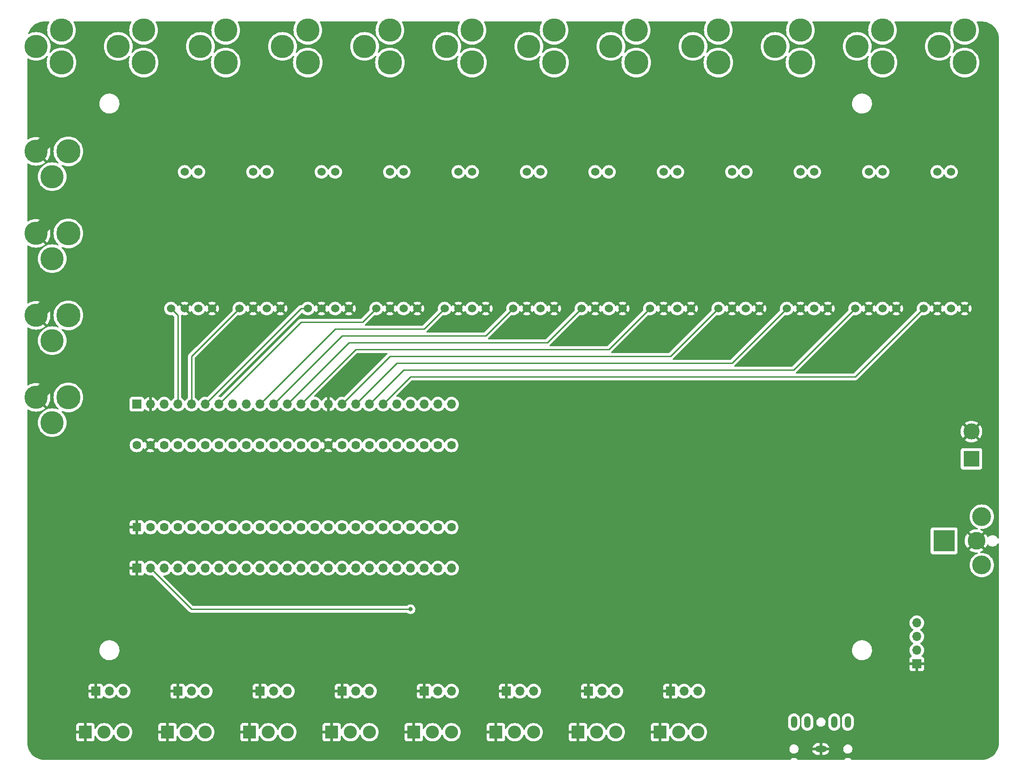
<source format=gbr>
%TF.GenerationSoftware,KiCad,Pcbnew,7.0.7*%
%TF.CreationDate,2023-08-30T11:58:42-04:00*%
%TF.ProjectId,Datta-OpenField-PCB,44617474-612d-44f7-9065-6e4669656c64,rev?*%
%TF.SameCoordinates,Original*%
%TF.FileFunction,Copper,L2,Bot*%
%TF.FilePolarity,Positive*%
%FSLAX46Y46*%
G04 Gerber Fmt 4.6, Leading zero omitted, Abs format (unit mm)*
G04 Created by KiCad (PCBNEW 7.0.7) date 2023-08-30 11:58:42*
%MOMM*%
%LPD*%
G01*
G04 APERTURE LIST*
%TA.AperFunction,ComponentPad*%
%ADD10C,1.524000*%
%TD*%
%TA.AperFunction,ComponentPad*%
%ADD11R,1.700000X1.700000*%
%TD*%
%TA.AperFunction,ComponentPad*%
%ADD12O,1.700000X1.700000*%
%TD*%
%TA.AperFunction,ComponentPad*%
%ADD13C,4.500000*%
%TD*%
%TA.AperFunction,ComponentPad*%
%ADD14C,4.318000*%
%TD*%
%TA.AperFunction,ComponentPad*%
%ADD15R,2.413000X2.413000*%
%TD*%
%TA.AperFunction,ComponentPad*%
%ADD16C,2.413000*%
%TD*%
%TA.AperFunction,ComponentPad*%
%ADD17R,1.600000X1.600000*%
%TD*%
%TA.AperFunction,ComponentPad*%
%ADD18C,1.600000*%
%TD*%
%TA.AperFunction,ComponentPad*%
%ADD19R,3.000000X3.000000*%
%TD*%
%TA.AperFunction,ComponentPad*%
%ADD20C,3.000000*%
%TD*%
%TA.AperFunction,ComponentPad*%
%ADD21O,1.200000X2.200000*%
%TD*%
%TA.AperFunction,ComponentPad*%
%ADD22O,2.200000X1.200000*%
%TD*%
%TA.AperFunction,ComponentPad*%
%ADD23R,4.000000X4.000000*%
%TD*%
%TA.AperFunction,ComponentPad*%
%ADD24C,3.300000*%
%TD*%
%TA.AperFunction,ComponentPad*%
%ADD25C,3.500000*%
%TD*%
%TA.AperFunction,ViaPad*%
%ADD26C,0.800000*%
%TD*%
%TA.AperFunction,Conductor*%
%ADD27C,2.540000*%
%TD*%
%TA.AperFunction,Conductor*%
%ADD28C,0.254000*%
%TD*%
G04 APERTURE END LIST*
D10*
%TO.P,U9,1,V-*%
%TO.N,GND*%
X120650000Y-78740000D03*
%TO.P,U9,2,V+*%
%TO.N,+24V*%
X118110000Y-78740000D03*
%TO.P,U9,3,DGnd*%
%TO.N,GND*%
X115570000Y-78740000D03*
%TO.P,U9,4,Ctrl*%
%TO.N,/LED-8*%
X113030000Y-78740000D03*
%TO.P,U9,5,LED+*%
%TO.N,Net-(U9-LED+)*%
X115570000Y-53340000D03*
%TO.P,U9,6,LED-*%
%TO.N,Net-(U9-LED-)*%
X118110000Y-53340000D03*
%TD*%
D11*
%TO.P,J2,1,Pin_1*%
%TO.N,Net-(J2-Pin_1)*%
X55880000Y-96520000D03*
D12*
%TO.P,J2,2,Pin_2*%
%TO.N,GND*%
X58420000Y-96520000D03*
%TO.P,J2,3,Pin_3*%
%TO.N,/3V3*%
X60960000Y-96520000D03*
%TO.P,J2,4,Pin_4*%
%TO.N,/LED-12*%
X63500000Y-96520000D03*
%TO.P,J2,5,Pin_5*%
%TO.N,/LED-11*%
X66040000Y-96520000D03*
%TO.P,J2,6,Pin_6*%
%TO.N,/LED-10*%
X68580000Y-96520000D03*
%TO.P,J2,7,Pin_7*%
%TO.N,/LED-9*%
X71120000Y-96520000D03*
%TO.P,J2,8,Pin_8*%
%TO.N,/SCL*%
X73660000Y-96520000D03*
%TO.P,J2,9,Pin_9*%
%TO.N,/SDA*%
X76200000Y-96520000D03*
%TO.P,J2,10,Pin_10*%
%TO.N,/LED-8*%
X78740000Y-96520000D03*
%TO.P,J2,11,Pin_11*%
%TO.N,/LED-7*%
X81280000Y-96520000D03*
%TO.P,J2,12,Pin_12*%
%TO.N,/LED-6*%
X83820000Y-96520000D03*
%TO.P,J2,13,Pin_13*%
%TO.N,/LED-5*%
X86360000Y-96520000D03*
%TO.P,J2,14,Pin_14*%
%TO.N,Net-(J2-Pin_14)*%
X88900000Y-96520000D03*
%TO.P,J2,15,Pin_15*%
%TO.N,GND*%
X91440000Y-96520000D03*
%TO.P,J2,16,Pin_16*%
%TO.N,/LED-4*%
X93980000Y-96520000D03*
%TO.P,J2,17,Pin_17*%
%TO.N,/LED-3*%
X96520000Y-96520000D03*
%TO.P,J2,18,Pin_18*%
%TO.N,/LED-2*%
X99060000Y-96520000D03*
%TO.P,J2,19,Pin_19*%
%TO.N,/LED-1*%
X101600000Y-96520000D03*
%TO.P,J2,20,Pin_20*%
%TO.N,Net-(J2-Pin_20)*%
X104140000Y-96520000D03*
%TO.P,J2,21,Pin_21*%
%TO.N,Net-(J2-Pin_21)*%
X106680000Y-96520000D03*
%TO.P,J2,22,Pin_22*%
%TO.N,Net-(J2-Pin_22)*%
X109220000Y-96520000D03*
%TO.P,J2,23,Pin_23*%
%TO.N,Net-(J2-Pin_23)*%
X111760000Y-96520000D03*
%TO.P,J2,24,Pin_24*%
%TO.N,Net-(J2-Pin_24)*%
X114300000Y-96520000D03*
%TD*%
D10*
%TO.P,U8,1,V-*%
%TO.N,GND*%
X133350000Y-78740000D03*
%TO.P,U8,2,V+*%
%TO.N,+24V*%
X130810000Y-78740000D03*
%TO.P,U8,3,DGnd*%
%TO.N,GND*%
X128270000Y-78740000D03*
%TO.P,U8,4,Ctrl*%
%TO.N,/LED-7*%
X125730000Y-78740000D03*
%TO.P,U8,5,LED+*%
%TO.N,Net-(U8-LED+)*%
X128270000Y-53340000D03*
%TO.P,U8,6,LED-*%
%TO.N,Net-(U8-LED-)*%
X130810000Y-53340000D03*
%TD*%
D11*
%TO.P,J17,1,Pin_1*%
%TO.N,GND*%
X154940000Y-149860000D03*
D12*
%TO.P,J17,2,Pin_2*%
%TO.N,/Bas8-Trig*%
X157480000Y-149860000D03*
%TO.P,J17,3,Pin_3*%
%TO.N,/Bas8-Aux*%
X160020000Y-149860000D03*
%TD*%
D13*
%TO.P,J35,1*%
%TO.N,Net-(U11-LED+)*%
X72390000Y-33020000D03*
D14*
%TO.P,J35,2*%
%TO.N,Net-(U11-LED-)*%
X72390000Y-27020520D03*
%TO.P,J35,3*%
%TO.N,N/C*%
X67691000Y-30020260D03*
%TD*%
D13*
%TO.P,J33,1*%
%TO.N,Net-(U9-LED+)*%
X102870000Y-33020000D03*
D14*
%TO.P,J33,2*%
%TO.N,Net-(U9-LED-)*%
X102870000Y-27020520D03*
%TO.P,J33,3*%
%TO.N,N/C*%
X98171000Y-30020260D03*
%TD*%
D13*
%TO.P,J30,1*%
%TO.N,Net-(U6-LED+)*%
X148590000Y-33020000D03*
D14*
%TO.P,J30,2*%
%TO.N,Net-(U6-LED-)*%
X148590000Y-27020520D03*
%TO.P,J30,3*%
%TO.N,N/C*%
X143891000Y-30020260D03*
%TD*%
D15*
%TO.P,J12,1,Pin_1*%
%TO.N,GND*%
X107302300Y-157480000D03*
D16*
%TO.P,J12,2,Pin_2*%
%TO.N,/Bas5-Trig*%
X110799880Y-157480000D03*
%TO.P,J12,3,Pin_3*%
%TO.N,/Bas5-Aux*%
X114300000Y-157480000D03*
%TD*%
D11*
%TO.P,J13,1,Pin_1*%
%TO.N,GND*%
X124460000Y-149860000D03*
D12*
%TO.P,J13,2,Pin_2*%
%TO.N,/Bas6-Trig*%
X127000000Y-149860000D03*
%TO.P,J13,3,Pin_3*%
%TO.N,/Bas6-Aux*%
X129540000Y-149860000D03*
%TD*%
D10*
%TO.P,U2,1,V-*%
%TO.N,GND*%
X209550000Y-78740000D03*
%TO.P,U2,2,V+*%
%TO.N,+24V*%
X207010000Y-78740000D03*
%TO.P,U2,3,DGnd*%
%TO.N,GND*%
X204470000Y-78740000D03*
%TO.P,U2,4,Ctrl*%
%TO.N,/LED-1*%
X201930000Y-78740000D03*
%TO.P,U2,5,LED+*%
%TO.N,Net-(U2-LED+)*%
X204470000Y-53340000D03*
%TO.P,U2,6,LED-*%
%TO.N,Net-(U2-LED-)*%
X207010000Y-53340000D03*
%TD*%
%TO.P,U11,1,V-*%
%TO.N,GND*%
X95250000Y-78740000D03*
%TO.P,U11,2,V+*%
%TO.N,+24V*%
X92710000Y-78740000D03*
%TO.P,U11,3,DGnd*%
%TO.N,GND*%
X90170000Y-78740000D03*
%TO.P,U11,4,Ctrl*%
%TO.N,/LED-10*%
X87630000Y-78740000D03*
%TO.P,U11,5,LED+*%
%TO.N,Net-(U11-LED+)*%
X90170000Y-53340000D03*
%TO.P,U11,6,LED-*%
%TO.N,Net-(U11-LED-)*%
X92710000Y-53340000D03*
%TD*%
D11*
%TO.P,J11,1,Pin_1*%
%TO.N,GND*%
X109220000Y-149860000D03*
D12*
%TO.P,J11,2,Pin_2*%
%TO.N,/Bas5-Trig*%
X111760000Y-149860000D03*
%TO.P,J11,3,Pin_3*%
%TO.N,/Bas5-Aux*%
X114300000Y-149860000D03*
%TD*%
D13*
%TO.P,J31,1*%
%TO.N,Net-(U7-LED+)*%
X133350000Y-33020000D03*
D14*
%TO.P,J31,2*%
%TO.N,Net-(U7-LED-)*%
X133350000Y-27020520D03*
%TO.P,J31,3*%
%TO.N,N/C*%
X128651000Y-30020260D03*
%TD*%
D10*
%TO.P,U6,1,V-*%
%TO.N,GND*%
X158750000Y-78740000D03*
%TO.P,U6,2,V+*%
%TO.N,+24V*%
X156210000Y-78740000D03*
%TO.P,U6,3,DGnd*%
%TO.N,GND*%
X153670000Y-78740000D03*
%TO.P,U6,4,Ctrl*%
%TO.N,/LED-5*%
X151130000Y-78740000D03*
%TO.P,U6,5,LED+*%
%TO.N,Net-(U6-LED+)*%
X153670000Y-53340000D03*
%TO.P,U6,6,LED-*%
%TO.N,Net-(U6-LED-)*%
X156210000Y-53340000D03*
%TD*%
D13*
%TO.P,J22,1*%
%TO.N,+24V*%
X43180000Y-80010000D03*
D14*
%TO.P,J22,2*%
%TO.N,GND*%
X37180520Y-80010000D03*
%TO.P,J22,3*%
%TO.N,N/C*%
X40180260Y-84709000D03*
%TD*%
D11*
%TO.P,J9,1,Pin_1*%
%TO.N,GND*%
X93980000Y-149860000D03*
D12*
%TO.P,J9,2,Pin_2*%
%TO.N,/Bas4-Trig*%
X96520000Y-149860000D03*
%TO.P,J9,3,Pin_3*%
%TO.N,/Bas4-Aux*%
X99060000Y-149860000D03*
%TD*%
D13*
%TO.P,J23,1*%
%TO.N,+24V*%
X43180000Y-95250000D03*
D14*
%TO.P,J23,2*%
%TO.N,GND*%
X37180520Y-95250000D03*
%TO.P,J23,3*%
%TO.N,N/C*%
X40180260Y-99949000D03*
%TD*%
D17*
%TO.P,U1,1,GND*%
%TO.N,GND*%
X55880000Y-119380000D03*
D18*
%TO.P,U1,2,0_RX1_CRX2_CS1*%
%TO.N,/Azure-Trigger*%
X58420000Y-119380000D03*
%TO.P,U1,3,1_TX1_CTX2_MISO1*%
%TO.N,/Bas1-Trig*%
X60960000Y-119380000D03*
%TO.P,U1,4,2_OUT2*%
%TO.N,/Bas1-Aux*%
X63500000Y-119380000D03*
%TO.P,U1,5,3_LRCLK2*%
%TO.N,/Bas2-Trig*%
X66040000Y-119380000D03*
%TO.P,U1,6,4_BCLK2*%
%TO.N,/Bas2-Aux*%
X68580000Y-119380000D03*
%TO.P,U1,7,5_IN2*%
%TO.N,/Bas3-Trig*%
X71120000Y-119380000D03*
%TO.P,U1,8,6_OUT1D*%
%TO.N,/Bas3-Aux*%
X73660000Y-119380000D03*
%TO.P,U1,9,7_RX2_OUT1A*%
%TO.N,/Bas4-Trig*%
X76200000Y-119380000D03*
%TO.P,U1,10,8_TX2_IN1*%
%TO.N,/Bas4-Aux*%
X78740000Y-119380000D03*
%TO.P,U1,11,9_OUT1C*%
%TO.N,/Bas5-Trig*%
X81280000Y-119380000D03*
%TO.P,U1,12,10_CS_MQSR*%
%TO.N,/Bas5-Aux*%
X83820000Y-119380000D03*
%TO.P,U1,13,11_MOSI_CTX1*%
%TO.N,/Bas6-Trig*%
X86360000Y-119380000D03*
%TO.P,U1,14,12_MISO_MQSL*%
%TO.N,/Bas6-Aux*%
X88900000Y-119380000D03*
%TO.P,U1,15,3V3*%
%TO.N,Net-(J1-Pin_15)*%
X91440000Y-119380000D03*
%TO.P,U1,16,24_A10_TX6_SCL2*%
%TO.N,/Bas7-Trig*%
X93980000Y-119380000D03*
%TO.P,U1,17,25_A11_RX6_SDA2*%
%TO.N,/Bas7-Aux*%
X96520000Y-119380000D03*
%TO.P,U1,18,26_A12_MOSI1*%
%TO.N,/Bas8-Trig*%
X99060000Y-119380000D03*
%TO.P,U1,19,27_A13_SCK1*%
%TO.N,/Bas8-Aux*%
X101600000Y-119380000D03*
%TO.P,U1,20,28_RX7*%
%TO.N,Net-(J1-Pin_20)*%
X104140000Y-119380000D03*
%TO.P,U1,21,29_TX7*%
%TO.N,Net-(J1-Pin_21)*%
X106680000Y-119380000D03*
%TO.P,U1,22,30_CRX3*%
%TO.N,Net-(J1-Pin_22)*%
X109220000Y-119380000D03*
%TO.P,U1,23,31_CTX3*%
%TO.N,Net-(J1-Pin_23)*%
X111760000Y-119380000D03*
%TO.P,U1,24,32_OUT1B*%
%TO.N,Net-(J1-Pin_24)*%
X114300000Y-119380000D03*
%TO.P,U1,25,33_MCLK2*%
%TO.N,Net-(J2-Pin_24)*%
X114300000Y-104140000D03*
%TO.P,U1,26,34_RX8*%
%TO.N,Net-(J2-Pin_23)*%
X111760000Y-104140000D03*
%TO.P,U1,27,35_TX8*%
%TO.N,Net-(J2-Pin_22)*%
X109220000Y-104140000D03*
%TO.P,U1,28,36_CS*%
%TO.N,Net-(J2-Pin_21)*%
X106680000Y-104140000D03*
%TO.P,U1,29,37_CS*%
%TO.N,Net-(J2-Pin_20)*%
X104140000Y-104140000D03*
%TO.P,U1,30,38_CS1_IN1*%
%TO.N,/LED-1*%
X101600000Y-104140000D03*
%TO.P,U1,31,39_MISO1_OUT1A*%
%TO.N,/LED-2*%
X99060000Y-104140000D03*
%TO.P,U1,32,40_A16*%
%TO.N,/LED-3*%
X96520000Y-104140000D03*
%TO.P,U1,33,41_A17*%
%TO.N,/LED-4*%
X93980000Y-104140000D03*
%TO.P,U1,34,GND*%
%TO.N,GND*%
X91440000Y-104140000D03*
%TO.P,U1,35,13_SCK_LED*%
%TO.N,Net-(J2-Pin_14)*%
X88900000Y-104140000D03*
%TO.P,U1,36,14_A0_TX3_SPDIF_OUT*%
%TO.N,/LED-5*%
X86360000Y-104140000D03*
%TO.P,U1,37,15_A1_RX3_SPDIF_IN*%
%TO.N,/LED-6*%
X83820000Y-104140000D03*
%TO.P,U1,38,16_A2_RX4_SCL1*%
%TO.N,/LED-7*%
X81280000Y-104140000D03*
%TO.P,U1,39,17_A3_TX4_SDA1*%
%TO.N,/LED-8*%
X78740000Y-104140000D03*
%TO.P,U1,40,18_A4_SDA*%
%TO.N,/SDA*%
X76200000Y-104140000D03*
%TO.P,U1,41,19_A5_SCL*%
%TO.N,/SCL*%
X73660000Y-104140000D03*
%TO.P,U1,42,20_A6_TX5_LRCLK1*%
%TO.N,/LED-9*%
X71120000Y-104140000D03*
%TO.P,U1,43,21_A7_RX5_BCLK1*%
%TO.N,/LED-10*%
X68580000Y-104140000D03*
%TO.P,U1,44,22_A8_CTX1*%
%TO.N,/LED-11*%
X66040000Y-104140000D03*
%TO.P,U1,45,23_A9_CRX1_MCLK1*%
%TO.N,/LED-12*%
X63500000Y-104140000D03*
%TO.P,U1,46,3V3*%
%TO.N,/3V3*%
X60960000Y-104140000D03*
%TO.P,U1,47,GND*%
%TO.N,GND*%
X58420000Y-104140000D03*
%TO.P,U1,48,VIN*%
%TO.N,Net-(J2-Pin_1)*%
X55880000Y-104140000D03*
%TD*%
D13*
%TO.P,J26,1*%
%TO.N,Net-(U2-LED+)*%
X209550000Y-33020000D03*
D14*
%TO.P,J26,2*%
%TO.N,Net-(U2-LED-)*%
X209550000Y-27020520D03*
%TO.P,J26,3*%
%TO.N,N/C*%
X204851000Y-30020260D03*
%TD*%
D15*
%TO.P,J10,1,Pin_1*%
%TO.N,GND*%
X92062300Y-157480000D03*
D16*
%TO.P,J10,2,Pin_2*%
%TO.N,/Bas4-Trig*%
X95559880Y-157480000D03*
%TO.P,J10,3,Pin_3*%
%TO.N,/Bas4-Aux*%
X99060000Y-157480000D03*
%TD*%
D15*
%TO.P,J8,1,Pin_1*%
%TO.N,GND*%
X76822300Y-157480000D03*
D16*
%TO.P,J8,2,Pin_2*%
%TO.N,/Bas3-Trig*%
X80319880Y-157480000D03*
%TO.P,J8,3,Pin_3*%
%TO.N,/Bas3-Aux*%
X83820000Y-157480000D03*
%TD*%
D10*
%TO.P,U12,1,V-*%
%TO.N,GND*%
X82550000Y-78740000D03*
%TO.P,U12,2,V+*%
%TO.N,+24V*%
X80010000Y-78740000D03*
%TO.P,U12,3,DGnd*%
%TO.N,GND*%
X77470000Y-78740000D03*
%TO.P,U12,4,Ctrl*%
%TO.N,/LED-11*%
X74930000Y-78740000D03*
%TO.P,U12,5,LED+*%
%TO.N,Net-(U12-LED+)*%
X77470000Y-53340000D03*
%TO.P,U12,6,LED-*%
%TO.N,Net-(U12-LED-)*%
X80010000Y-53340000D03*
%TD*%
D11*
%TO.P,J5,1,Pin_1*%
%TO.N,GND*%
X63500000Y-149860000D03*
D12*
%TO.P,J5,2,Pin_2*%
%TO.N,/Bas2-Trig*%
X66040000Y-149860000D03*
%TO.P,J5,3,Pin_3*%
%TO.N,/Bas2-Aux*%
X68580000Y-149860000D03*
%TD*%
D13*
%TO.P,J20,1*%
%TO.N,+24V*%
X43180000Y-49530000D03*
D14*
%TO.P,J20,2*%
%TO.N,GND*%
X37180520Y-49530000D03*
%TO.P,J20,3*%
%TO.N,N/C*%
X40180260Y-54229000D03*
%TD*%
D19*
%TO.P,J25,1,Pin_1*%
%TO.N,+24V*%
X210820000Y-106680000D03*
D20*
%TO.P,J25,2,Pin_2*%
%TO.N,GND*%
X210820000Y-101600000D03*
%TD*%
D13*
%TO.P,J36,1*%
%TO.N,Net-(U12-LED+)*%
X57150000Y-33020000D03*
D14*
%TO.P,J36,2*%
%TO.N,Net-(U12-LED-)*%
X57150000Y-27020520D03*
%TO.P,J36,3*%
%TO.N,N/C*%
X52451000Y-30020260D03*
%TD*%
D13*
%TO.P,J29,1*%
%TO.N,Net-(U5-LED+)*%
X163830000Y-33020000D03*
D14*
%TO.P,J29,2*%
%TO.N,Net-(U5-LED-)*%
X163830000Y-27020520D03*
%TO.P,J29,3*%
%TO.N,N/C*%
X159131000Y-30020260D03*
%TD*%
D15*
%TO.P,J6,1,Pin_1*%
%TO.N,GND*%
X61582300Y-157480000D03*
D16*
%TO.P,J6,2,Pin_2*%
%TO.N,/Bas2-Trig*%
X65079880Y-157480000D03*
%TO.P,J6,3,Pin_3*%
%TO.N,/Bas2-Aux*%
X68580000Y-157480000D03*
%TD*%
D15*
%TO.P,J14,1,Pin_1*%
%TO.N,GND*%
X122542300Y-157480000D03*
D16*
%TO.P,J14,2,Pin_2*%
%TO.N,/Bas6-Trig*%
X126039880Y-157480000D03*
%TO.P,J14,3,Pin_3*%
%TO.N,/Bas6-Aux*%
X129540000Y-157480000D03*
%TD*%
D15*
%TO.P,J18,1,Pin_1*%
%TO.N,GND*%
X153022300Y-157480000D03*
D16*
%TO.P,J18,2,Pin_2*%
%TO.N,/Bas8-Trig*%
X156519880Y-157480000D03*
%TO.P,J18,3,Pin_3*%
%TO.N,/Bas8-Aux*%
X160020000Y-157480000D03*
%TD*%
D13*
%TO.P,J27,1*%
%TO.N,Net-(U3-LED+)*%
X194310000Y-33020000D03*
D14*
%TO.P,J27,2*%
%TO.N,Net-(U3-LED-)*%
X194310000Y-27020520D03*
%TO.P,J27,3*%
%TO.N,N/C*%
X189611000Y-30020260D03*
%TD*%
D15*
%TO.P,J16,1,Pin_1*%
%TO.N,GND*%
X137782300Y-157480000D03*
D16*
%TO.P,J16,2,Pin_2*%
%TO.N,/Bas7-Trig*%
X141279880Y-157480000D03*
%TO.P,J16,3,Pin_3*%
%TO.N,/Bas7-Aux*%
X144780000Y-157480000D03*
%TD*%
D15*
%TO.P,J4,1,Pin_1*%
%TO.N,GND*%
X46342300Y-157480000D03*
D16*
%TO.P,J4,2,Pin_2*%
%TO.N,/Bas1-Trig*%
X49839880Y-157480000D03*
%TO.P,J4,3,Pin_3*%
%TO.N,/Bas1-Aux*%
X53340000Y-157480000D03*
%TD*%
D13*
%TO.P,J21,1*%
%TO.N,+24V*%
X43180000Y-64770000D03*
D14*
%TO.P,J21,2*%
%TO.N,GND*%
X37180520Y-64770000D03*
%TO.P,J21,3*%
%TO.N,N/C*%
X40180260Y-69469000D03*
%TD*%
D10*
%TO.P,U7,1,V-*%
%TO.N,GND*%
X146050000Y-78740000D03*
%TO.P,U7,2,V+*%
%TO.N,+24V*%
X143510000Y-78740000D03*
%TO.P,U7,3,DGnd*%
%TO.N,GND*%
X140970000Y-78740000D03*
%TO.P,U7,4,Ctrl*%
%TO.N,/LED-6*%
X138430000Y-78740000D03*
%TO.P,U7,5,LED+*%
%TO.N,Net-(U7-LED+)*%
X140970000Y-53340000D03*
%TO.P,U7,6,LED-*%
%TO.N,Net-(U7-LED-)*%
X143510000Y-53340000D03*
%TD*%
D13*
%TO.P,J34,1*%
%TO.N,Net-(U10-LED+)*%
X87630000Y-33020000D03*
D14*
%TO.P,J34,2*%
%TO.N,Net-(U10-LED-)*%
X87630000Y-27020520D03*
%TO.P,J34,3*%
%TO.N,N/C*%
X82931000Y-30020260D03*
%TD*%
D11*
%TO.P,J38,1,Pin_1*%
%TO.N,GND*%
X200660000Y-144780000D03*
D12*
%TO.P,J38,2,Pin_2*%
%TO.N,/3V3*%
X200660000Y-142240000D03*
%TO.P,J38,3,Pin_3*%
%TO.N,/SDA*%
X200660000Y-139700000D03*
%TO.P,J38,4,Pin_4*%
%TO.N,/SCL*%
X200660000Y-137160000D03*
%TD*%
D11*
%TO.P,J15,1,Pin_1*%
%TO.N,GND*%
X139700000Y-149860000D03*
D12*
%TO.P,J15,2,Pin_2*%
%TO.N,/Bas7-Trig*%
X142240000Y-149860000D03*
%TO.P,J15,3,Pin_3*%
%TO.N,/Bas7-Aux*%
X144780000Y-149860000D03*
%TD*%
D21*
%TO.P,J19,R*%
%TO.N,N/C*%
X177866809Y-155599120D03*
%TO.P,J19,RN*%
X180366809Y-155599120D03*
D22*
%TO.P,J19,S*%
%TO.N,GND*%
X182866809Y-160599120D03*
D21*
%TO.P,J19,T*%
%TO.N,/Azure-Trigger*%
X187866809Y-155599120D03*
%TO.P,J19,TN*%
%TO.N,N/C*%
X185366809Y-155599120D03*
%TD*%
D10*
%TO.P,U3,1,V-*%
%TO.N,GND*%
X196850000Y-78740000D03*
%TO.P,U3,2,V+*%
%TO.N,+24V*%
X194310000Y-78740000D03*
%TO.P,U3,3,DGnd*%
%TO.N,GND*%
X191770000Y-78740000D03*
%TO.P,U3,4,Ctrl*%
%TO.N,/LED-2*%
X189230000Y-78740000D03*
%TO.P,U3,5,LED+*%
%TO.N,Net-(U3-LED+)*%
X191770000Y-53340000D03*
%TO.P,U3,6,LED-*%
%TO.N,Net-(U3-LED-)*%
X194310000Y-53340000D03*
%TD*%
D11*
%TO.P,J7,1,Pin_1*%
%TO.N,GND*%
X78740000Y-149860000D03*
D12*
%TO.P,J7,2,Pin_2*%
%TO.N,/Bas3-Trig*%
X81280000Y-149860000D03*
%TO.P,J7,3,Pin_3*%
%TO.N,/Bas3-Aux*%
X83820000Y-149860000D03*
%TD*%
D10*
%TO.P,U10,1,V-*%
%TO.N,GND*%
X107950000Y-78740000D03*
%TO.P,U10,2,V+*%
%TO.N,+24V*%
X105410000Y-78740000D03*
%TO.P,U10,3,DGnd*%
%TO.N,GND*%
X102870000Y-78740000D03*
%TO.P,U10,4,Ctrl*%
%TO.N,/LED-9*%
X100330000Y-78740000D03*
%TO.P,U10,5,LED+*%
%TO.N,Net-(U10-LED+)*%
X102870000Y-53340000D03*
%TO.P,U10,6,LED-*%
%TO.N,Net-(U10-LED-)*%
X105410000Y-53340000D03*
%TD*%
D11*
%TO.P,J1,1,Pin_1*%
%TO.N,GND*%
X55880000Y-127000000D03*
D12*
%TO.P,J1,2,Pin_2*%
%TO.N,/Azure-Trigger*%
X58420000Y-127000000D03*
%TO.P,J1,3,Pin_3*%
%TO.N,/Bas1-Trig*%
X60960000Y-127000000D03*
%TO.P,J1,4,Pin_4*%
%TO.N,/Bas1-Aux*%
X63500000Y-127000000D03*
%TO.P,J1,5,Pin_5*%
%TO.N,/Bas2-Trig*%
X66040000Y-127000000D03*
%TO.P,J1,6,Pin_6*%
%TO.N,/Bas2-Aux*%
X68580000Y-127000000D03*
%TO.P,J1,7,Pin_7*%
%TO.N,/Bas3-Trig*%
X71120000Y-127000000D03*
%TO.P,J1,8,Pin_8*%
%TO.N,/Bas3-Aux*%
X73660000Y-127000000D03*
%TO.P,J1,9,Pin_9*%
%TO.N,/Bas4-Trig*%
X76200000Y-127000000D03*
%TO.P,J1,10,Pin_10*%
%TO.N,/Bas4-Aux*%
X78740000Y-127000000D03*
%TO.P,J1,11,Pin_11*%
%TO.N,/Bas5-Trig*%
X81280000Y-127000000D03*
%TO.P,J1,12,Pin_12*%
%TO.N,/Bas5-Aux*%
X83820000Y-127000000D03*
%TO.P,J1,13,Pin_13*%
%TO.N,/Bas6-Trig*%
X86360000Y-127000000D03*
%TO.P,J1,14,Pin_14*%
%TO.N,/Bas6-Aux*%
X88900000Y-127000000D03*
%TO.P,J1,15,Pin_15*%
%TO.N,Net-(J1-Pin_15)*%
X91440000Y-127000000D03*
%TO.P,J1,16,Pin_16*%
%TO.N,/Bas7-Trig*%
X93980000Y-127000000D03*
%TO.P,J1,17,Pin_17*%
%TO.N,/Bas7-Aux*%
X96520000Y-127000000D03*
%TO.P,J1,18,Pin_18*%
%TO.N,/Bas8-Trig*%
X99060000Y-127000000D03*
%TO.P,J1,19,Pin_19*%
%TO.N,/Bas8-Aux*%
X101600000Y-127000000D03*
%TO.P,J1,20,Pin_20*%
%TO.N,Net-(J1-Pin_20)*%
X104140000Y-127000000D03*
%TO.P,J1,21,Pin_21*%
%TO.N,Net-(J1-Pin_21)*%
X106680000Y-127000000D03*
%TO.P,J1,22,Pin_22*%
%TO.N,Net-(J1-Pin_22)*%
X109220000Y-127000000D03*
%TO.P,J1,23,Pin_23*%
%TO.N,Net-(J1-Pin_23)*%
X111760000Y-127000000D03*
%TO.P,J1,24,Pin_24*%
%TO.N,Net-(J1-Pin_24)*%
X114300000Y-127000000D03*
%TD*%
D13*
%TO.P,J37,1*%
%TO.N,Net-(U13-LED+)*%
X41910000Y-33020000D03*
D14*
%TO.P,J37,2*%
%TO.N,Net-(U13-LED-)*%
X41910000Y-27020520D03*
%TO.P,J37,3*%
%TO.N,N/C*%
X37211000Y-30020260D03*
%TD*%
D10*
%TO.P,U13,1,V-*%
%TO.N,GND*%
X69850000Y-78740000D03*
%TO.P,U13,2,V+*%
%TO.N,+24V*%
X67310000Y-78740000D03*
%TO.P,U13,3,DGnd*%
%TO.N,GND*%
X64770000Y-78740000D03*
%TO.P,U13,4,Ctrl*%
%TO.N,/LED-12*%
X62230000Y-78740000D03*
%TO.P,U13,5,LED+*%
%TO.N,Net-(U13-LED+)*%
X64770000Y-53340000D03*
%TO.P,U13,6,LED-*%
%TO.N,Net-(U13-LED-)*%
X67310000Y-53340000D03*
%TD*%
%TO.P,U5,1,V-*%
%TO.N,GND*%
X171450000Y-78740000D03*
%TO.P,U5,2,V+*%
%TO.N,+24V*%
X168910000Y-78740000D03*
%TO.P,U5,3,DGnd*%
%TO.N,GND*%
X166370000Y-78740000D03*
%TO.P,U5,4,Ctrl*%
%TO.N,/LED-4*%
X163830000Y-78740000D03*
%TO.P,U5,5,LED+*%
%TO.N,Net-(U5-LED+)*%
X166370000Y-53340000D03*
%TO.P,U5,6,LED-*%
%TO.N,Net-(U5-LED-)*%
X168910000Y-53340000D03*
%TD*%
D11*
%TO.P,J3,1,Pin_1*%
%TO.N,GND*%
X48260000Y-149860000D03*
D12*
%TO.P,J3,2,Pin_2*%
%TO.N,/Bas1-Trig*%
X50800000Y-149860000D03*
%TO.P,J3,3,Pin_3*%
%TO.N,/Bas1-Aux*%
X53340000Y-149860000D03*
%TD*%
D13*
%TO.P,J28,1*%
%TO.N,Net-(U4-LED+)*%
X179070000Y-33020000D03*
D14*
%TO.P,J28,2*%
%TO.N,Net-(U4-LED-)*%
X179070000Y-27020520D03*
%TO.P,J28,3*%
%TO.N,N/C*%
X174371000Y-30020260D03*
%TD*%
D13*
%TO.P,J32,1*%
%TO.N,Net-(U8-LED+)*%
X118110000Y-33020000D03*
D14*
%TO.P,J32,2*%
%TO.N,Net-(U8-LED-)*%
X118110000Y-27020520D03*
%TO.P,J32,3*%
%TO.N,N/C*%
X113411000Y-30020260D03*
%TD*%
D23*
%TO.P,J24,1*%
%TO.N,+24V*%
X205740000Y-121920000D03*
D24*
%TO.P,J24,2*%
%TO.N,GND*%
X211740000Y-121920000D03*
D25*
%TO.P,J24,MP*%
%TO.N,N/C*%
X212740000Y-126420000D03*
X212740000Y-117420000D03*
%TD*%
D10*
%TO.P,U4,1,V-*%
%TO.N,GND*%
X184150000Y-78740000D03*
%TO.P,U4,2,V+*%
%TO.N,+24V*%
X181610000Y-78740000D03*
%TO.P,U4,3,DGnd*%
%TO.N,GND*%
X179070000Y-78740000D03*
%TO.P,U4,4,Ctrl*%
%TO.N,/LED-3*%
X176530000Y-78740000D03*
%TO.P,U4,5,LED+*%
%TO.N,Net-(U4-LED+)*%
X179070000Y-53340000D03*
%TO.P,U4,6,LED-*%
%TO.N,Net-(U4-LED-)*%
X181610000Y-53340000D03*
%TD*%
D26*
%TO.N,/Azure-Trigger*%
X106680000Y-134620000D03*
%TD*%
D27*
%TO.N,GND*%
X42260520Y-59690000D02*
X49530000Y-59690000D01*
X37180520Y-49530000D02*
X42260520Y-44450000D01*
X46990000Y-44450000D02*
X49530000Y-46990000D01*
X42260520Y-44450000D02*
X46990000Y-44450000D01*
X49530000Y-74930000D02*
X49530000Y-82900520D01*
X49530000Y-62230000D02*
X49530000Y-74930000D01*
X37180520Y-64770000D02*
X42260520Y-59690000D01*
X37180520Y-80010000D02*
X42260520Y-74930000D01*
X49530000Y-46990000D02*
X49530000Y-62230000D01*
X49530000Y-59690000D02*
X49530000Y-62230000D01*
X49530000Y-82900520D02*
X37180520Y-95250000D01*
X42260520Y-74930000D02*
X49530000Y-74930000D01*
D28*
%TO.N,/Azure-Trigger*%
X66040000Y-134620000D02*
X58420000Y-127000000D01*
X106680000Y-134620000D02*
X66040000Y-134620000D01*
%TO.N,/LED-1*%
X189230000Y-91440000D02*
X201930000Y-78740000D01*
X106680000Y-91440000D02*
X114300000Y-91440000D01*
X113030000Y-91440000D02*
X189230000Y-91440000D01*
X101600000Y-96520000D02*
X106680000Y-91440000D01*
%TO.N,/LED-2*%
X105410000Y-90170000D02*
X177800000Y-90170000D01*
X99060000Y-96520000D02*
X105410000Y-90170000D01*
X177800000Y-90170000D02*
X189230000Y-78740000D01*
%TO.N,/LED-3*%
X96520000Y-96520000D02*
X104140000Y-88900000D01*
X104140000Y-88900000D02*
X166370000Y-88900000D01*
X166370000Y-88900000D02*
X176530000Y-78740000D01*
%TO.N,/LED-4*%
X109220000Y-87630000D02*
X154940000Y-87630000D01*
X102870000Y-87630000D02*
X109220000Y-87630000D01*
X154940000Y-87630000D02*
X163830000Y-78740000D01*
X93980000Y-96520000D02*
X102870000Y-87630000D01*
%TO.N,/LED-5*%
X151130000Y-78740000D02*
X143510000Y-86360000D01*
X96520000Y-86360000D02*
X86360000Y-96520000D01*
X143510000Y-86360000D02*
X96520000Y-86360000D01*
%TO.N,/LED-6*%
X132080000Y-85090000D02*
X138430000Y-78740000D01*
X83820000Y-96520000D02*
X95250000Y-85090000D01*
X95250000Y-85090000D02*
X132080000Y-85090000D01*
%TO.N,/LED-7*%
X93980000Y-83820000D02*
X100330000Y-83820000D01*
X81280000Y-96520000D02*
X93980000Y-83820000D01*
X100330000Y-83820000D02*
X120650000Y-83820000D01*
X120650000Y-83820000D02*
X125730000Y-78740000D01*
%TO.N,/LED-8*%
X92710000Y-82550000D02*
X109220000Y-82550000D01*
X109220000Y-82550000D02*
X113030000Y-78740000D01*
X78740000Y-96520000D02*
X92710000Y-82550000D01*
%TO.N,/LED-9*%
X86360000Y-81280000D02*
X97790000Y-81280000D01*
X97790000Y-81280000D02*
X100330000Y-78740000D01*
X71120000Y-96520000D02*
X86360000Y-81280000D01*
%TO.N,/LED-10*%
X68580000Y-96520000D02*
X69850000Y-95250000D01*
X86360000Y-78740000D02*
X87630000Y-78740000D01*
X69850000Y-95250000D02*
X86360000Y-78740000D01*
%TO.N,/LED-11*%
X66040000Y-96520000D02*
X66040000Y-87630000D01*
X66040000Y-87630000D02*
X67310000Y-86360000D01*
X67310000Y-86360000D02*
X74930000Y-78740000D01*
%TO.N,/LED-12*%
X63500000Y-80010000D02*
X62230000Y-78740000D01*
X63500000Y-96520000D02*
X63500000Y-80010000D01*
%TD*%
%TA.AperFunction,Conductor*%
%TO.N,GND*%
G36*
X102390655Y-87007185D02*
G01*
X102436410Y-87059989D01*
X102446354Y-87129147D01*
X102419156Y-87190545D01*
X102407226Y-87204964D01*
X102403295Y-87209285D01*
X94433415Y-95179164D01*
X94372092Y-95212649D01*
X94313641Y-95211258D01*
X94215413Y-95184938D01*
X94215403Y-95184936D01*
X93980001Y-95164341D01*
X93979999Y-95164341D01*
X93744596Y-95184936D01*
X93744586Y-95184938D01*
X93516344Y-95246094D01*
X93516335Y-95246098D01*
X93302171Y-95345964D01*
X93302169Y-95345965D01*
X93108597Y-95481505D01*
X92941508Y-95648594D01*
X92811269Y-95834595D01*
X92756692Y-95878219D01*
X92687193Y-95885412D01*
X92624839Y-95853890D01*
X92608119Y-95834594D01*
X92478113Y-95648926D01*
X92478108Y-95648920D01*
X92311082Y-95481894D01*
X92117578Y-95346399D01*
X91903492Y-95246570D01*
X91903486Y-95246567D01*
X91690000Y-95189364D01*
X91690000Y-95907698D01*
X91670315Y-95974737D01*
X91617511Y-96020492D01*
X91548355Y-96030436D01*
X91475766Y-96020000D01*
X91475763Y-96020000D01*
X91404237Y-96020000D01*
X91404233Y-96020000D01*
X91331645Y-96030436D01*
X91262487Y-96020492D01*
X91209684Y-95974736D01*
X91190000Y-95907698D01*
X91190000Y-95189364D01*
X91189999Y-95189364D01*
X90976513Y-95246567D01*
X90976507Y-95246570D01*
X90762422Y-95346399D01*
X90762420Y-95346400D01*
X90568926Y-95481886D01*
X90568920Y-95481891D01*
X90401891Y-95648920D01*
X90401890Y-95648922D01*
X90271880Y-95834595D01*
X90217303Y-95878219D01*
X90147804Y-95885412D01*
X90085450Y-95853890D01*
X90068730Y-95834594D01*
X89938494Y-95648597D01*
X89771402Y-95481506D01*
X89771395Y-95481501D01*
X89577834Y-95345967D01*
X89577830Y-95345965D01*
X89577829Y-95345964D01*
X89363663Y-95246097D01*
X89363659Y-95246096D01*
X89363655Y-95246094D01*
X89135413Y-95184938D01*
X89135403Y-95184936D01*
X88894606Y-95163869D01*
X88894761Y-95162086D01*
X88835400Y-95144656D01*
X88789645Y-95091852D01*
X88779701Y-95022694D01*
X88808726Y-94959138D01*
X88814758Y-94952660D01*
X92748134Y-91019285D01*
X96743599Y-87023819D01*
X96804923Y-86990334D01*
X96831281Y-86987500D01*
X102323616Y-86987500D01*
X102390655Y-87007185D01*
G37*
%TD.AperFunction*%
%TA.AperFunction,Conductor*%
G36*
X39629134Y-25419685D02*
G01*
X39674889Y-25472489D01*
X39684833Y-25541647D01*
X39668213Y-25588146D01*
X39550825Y-25782330D01*
X39550824Y-25782332D01*
X39550823Y-25782334D01*
X39418776Y-26075732D01*
X39418772Y-26075743D01*
X39323062Y-26382888D01*
X39265064Y-26699372D01*
X39245639Y-27020520D01*
X39265064Y-27341667D01*
X39265064Y-27341672D01*
X39265065Y-27341673D01*
X39323060Y-27658143D01*
X39323061Y-27658147D01*
X39323062Y-27658151D01*
X39418772Y-27965296D01*
X39418776Y-27965307D01*
X39418777Y-27965310D01*
X39418779Y-27965315D01*
X39550825Y-28258710D01*
X39700759Y-28506731D01*
X39717273Y-28534048D01*
X39717279Y-28534057D01*
X39915699Y-28787321D01*
X40143198Y-29014820D01*
X40220628Y-29075483D01*
X40396470Y-29213246D01*
X40671810Y-29379695D01*
X40965205Y-29511741D01*
X40965215Y-29511744D01*
X40965223Y-29511747D01*
X41169986Y-29575553D01*
X41272377Y-29607460D01*
X41588847Y-29665455D01*
X41910000Y-29684881D01*
X42231153Y-29665455D01*
X42547623Y-29607460D01*
X42854795Y-29511741D01*
X43148190Y-29379695D01*
X43423530Y-29213246D01*
X43676798Y-29014823D01*
X43904303Y-28787318D01*
X44102726Y-28534050D01*
X44269175Y-28258710D01*
X44401221Y-27965315D01*
X44496940Y-27658143D01*
X44554935Y-27341673D01*
X44574361Y-27020520D01*
X44554935Y-26699367D01*
X44496940Y-26382897D01*
X44465033Y-26280506D01*
X44401227Y-26075743D01*
X44401223Y-26075732D01*
X44401221Y-26075725D01*
X44269175Y-25782330D01*
X44151787Y-25588147D01*
X44133952Y-25520595D01*
X44155470Y-25454122D01*
X44209510Y-25409834D01*
X44257905Y-25400000D01*
X54802095Y-25400000D01*
X54869134Y-25419685D01*
X54914889Y-25472489D01*
X54924833Y-25541647D01*
X54908213Y-25588146D01*
X54790825Y-25782330D01*
X54790824Y-25782332D01*
X54790823Y-25782334D01*
X54658776Y-26075732D01*
X54658772Y-26075743D01*
X54563062Y-26382888D01*
X54505064Y-26699372D01*
X54485639Y-27020520D01*
X54505064Y-27341667D01*
X54505064Y-27341672D01*
X54505065Y-27341673D01*
X54563060Y-27658143D01*
X54563061Y-27658147D01*
X54563062Y-27658151D01*
X54658772Y-27965296D01*
X54658776Y-27965307D01*
X54658777Y-27965310D01*
X54658779Y-27965315D01*
X54790825Y-28258710D01*
X54940759Y-28506731D01*
X54957273Y-28534048D01*
X54957279Y-28534057D01*
X55155699Y-28787321D01*
X55383198Y-29014820D01*
X55460628Y-29075483D01*
X55636470Y-29213246D01*
X55911810Y-29379695D01*
X56205205Y-29511741D01*
X56205215Y-29511744D01*
X56205223Y-29511747D01*
X56409986Y-29575553D01*
X56512377Y-29607460D01*
X56828847Y-29665455D01*
X57150000Y-29684881D01*
X57471153Y-29665455D01*
X57787623Y-29607460D01*
X58094795Y-29511741D01*
X58388190Y-29379695D01*
X58663530Y-29213246D01*
X58916798Y-29014823D01*
X59144303Y-28787318D01*
X59342726Y-28534050D01*
X59509175Y-28258710D01*
X59641221Y-27965315D01*
X59736940Y-27658143D01*
X59794935Y-27341673D01*
X59814361Y-27020520D01*
X59794935Y-26699367D01*
X59736940Y-26382897D01*
X59705033Y-26280506D01*
X59641227Y-26075743D01*
X59641223Y-26075732D01*
X59641221Y-26075725D01*
X59509175Y-25782330D01*
X59391787Y-25588147D01*
X59373952Y-25520595D01*
X59395470Y-25454122D01*
X59449510Y-25409834D01*
X59497905Y-25400000D01*
X70042095Y-25400000D01*
X70109134Y-25419685D01*
X70154889Y-25472489D01*
X70164833Y-25541647D01*
X70148213Y-25588146D01*
X70030825Y-25782330D01*
X70030824Y-25782332D01*
X70030823Y-25782334D01*
X69898776Y-26075732D01*
X69898772Y-26075743D01*
X69803062Y-26382888D01*
X69745064Y-26699372D01*
X69725639Y-27020520D01*
X69745064Y-27341667D01*
X69745064Y-27341672D01*
X69745065Y-27341673D01*
X69803060Y-27658143D01*
X69803061Y-27658147D01*
X69803062Y-27658151D01*
X69898772Y-27965296D01*
X69898776Y-27965307D01*
X69898777Y-27965310D01*
X69898779Y-27965315D01*
X70030825Y-28258710D01*
X70180759Y-28506731D01*
X70197273Y-28534048D01*
X70197279Y-28534057D01*
X70395699Y-28787321D01*
X70623198Y-29014820D01*
X70700628Y-29075483D01*
X70876470Y-29213246D01*
X71151810Y-29379695D01*
X71445205Y-29511741D01*
X71445215Y-29511744D01*
X71445223Y-29511747D01*
X71649986Y-29575553D01*
X71752377Y-29607460D01*
X72068847Y-29665455D01*
X72390000Y-29684881D01*
X72711153Y-29665455D01*
X73027623Y-29607460D01*
X73334795Y-29511741D01*
X73628190Y-29379695D01*
X73903530Y-29213246D01*
X74156798Y-29014823D01*
X74384303Y-28787318D01*
X74582726Y-28534050D01*
X74749175Y-28258710D01*
X74881221Y-27965315D01*
X74976940Y-27658143D01*
X75034935Y-27341673D01*
X75054361Y-27020520D01*
X75034935Y-26699367D01*
X74976940Y-26382897D01*
X74945033Y-26280506D01*
X74881227Y-26075743D01*
X74881223Y-26075732D01*
X74881221Y-26075725D01*
X74749175Y-25782330D01*
X74631787Y-25588147D01*
X74613952Y-25520595D01*
X74635470Y-25454122D01*
X74689510Y-25409834D01*
X74737905Y-25400000D01*
X85282095Y-25400000D01*
X85349134Y-25419685D01*
X85394889Y-25472489D01*
X85404833Y-25541647D01*
X85388213Y-25588146D01*
X85270825Y-25782330D01*
X85270824Y-25782332D01*
X85270823Y-25782334D01*
X85138776Y-26075732D01*
X85138772Y-26075743D01*
X85043062Y-26382888D01*
X84985064Y-26699372D01*
X84965639Y-27020519D01*
X84985064Y-27341667D01*
X84985064Y-27341672D01*
X84985065Y-27341673D01*
X85043060Y-27658143D01*
X85043061Y-27658147D01*
X85043062Y-27658151D01*
X85138772Y-27965296D01*
X85138776Y-27965307D01*
X85138777Y-27965310D01*
X85138779Y-27965315D01*
X85270825Y-28258710D01*
X85420759Y-28506731D01*
X85437273Y-28534048D01*
X85437279Y-28534057D01*
X85635699Y-28787321D01*
X85863198Y-29014820D01*
X85940628Y-29075483D01*
X86116470Y-29213246D01*
X86391810Y-29379695D01*
X86685205Y-29511741D01*
X86685215Y-29511744D01*
X86685223Y-29511747D01*
X86889986Y-29575553D01*
X86992377Y-29607460D01*
X87308847Y-29665455D01*
X87630000Y-29684881D01*
X87951153Y-29665455D01*
X88267623Y-29607460D01*
X88574795Y-29511741D01*
X88868190Y-29379695D01*
X89143530Y-29213246D01*
X89396798Y-29014823D01*
X89624303Y-28787318D01*
X89822726Y-28534050D01*
X89989175Y-28258710D01*
X90121221Y-27965315D01*
X90216940Y-27658143D01*
X90274935Y-27341673D01*
X90294361Y-27020520D01*
X90274935Y-26699367D01*
X90216940Y-26382897D01*
X90185033Y-26280506D01*
X90121227Y-26075743D01*
X90121223Y-26075732D01*
X90121221Y-26075725D01*
X89989175Y-25782330D01*
X89871787Y-25588147D01*
X89853952Y-25520595D01*
X89875470Y-25454122D01*
X89929510Y-25409834D01*
X89977905Y-25400000D01*
X100522095Y-25400000D01*
X100589134Y-25419685D01*
X100634889Y-25472489D01*
X100644833Y-25541647D01*
X100628213Y-25588146D01*
X100510825Y-25782330D01*
X100510824Y-25782332D01*
X100510823Y-25782334D01*
X100378776Y-26075732D01*
X100378772Y-26075743D01*
X100283062Y-26382888D01*
X100225064Y-26699372D01*
X100205639Y-27020520D01*
X100225064Y-27341667D01*
X100225064Y-27341672D01*
X100225065Y-27341673D01*
X100283060Y-27658143D01*
X100283061Y-27658147D01*
X100283062Y-27658151D01*
X100378772Y-27965296D01*
X100378776Y-27965307D01*
X100378777Y-27965310D01*
X100378779Y-27965315D01*
X100510825Y-28258710D01*
X100660759Y-28506731D01*
X100677273Y-28534048D01*
X100677279Y-28534057D01*
X100875699Y-28787321D01*
X101103198Y-29014820D01*
X101180628Y-29075483D01*
X101356470Y-29213246D01*
X101631810Y-29379695D01*
X101925205Y-29511741D01*
X101925215Y-29511744D01*
X101925223Y-29511747D01*
X102129986Y-29575553D01*
X102232377Y-29607460D01*
X102548847Y-29665455D01*
X102870000Y-29684881D01*
X103191153Y-29665455D01*
X103507623Y-29607460D01*
X103814795Y-29511741D01*
X104108190Y-29379695D01*
X104383530Y-29213246D01*
X104636798Y-29014823D01*
X104864303Y-28787318D01*
X105062726Y-28534050D01*
X105229175Y-28258710D01*
X105361221Y-27965315D01*
X105456940Y-27658143D01*
X105514935Y-27341673D01*
X105534361Y-27020520D01*
X105514935Y-26699367D01*
X105456940Y-26382897D01*
X105425033Y-26280506D01*
X105361227Y-26075743D01*
X105361223Y-26075732D01*
X105361221Y-26075725D01*
X105229175Y-25782330D01*
X105111787Y-25588147D01*
X105093952Y-25520595D01*
X105115470Y-25454122D01*
X105169510Y-25409834D01*
X105217905Y-25400000D01*
X115762095Y-25400000D01*
X115829134Y-25419685D01*
X115874889Y-25472489D01*
X115884833Y-25541647D01*
X115868213Y-25588146D01*
X115750825Y-25782330D01*
X115750824Y-25782332D01*
X115750823Y-25782334D01*
X115618776Y-26075732D01*
X115618772Y-26075743D01*
X115523062Y-26382888D01*
X115465064Y-26699372D01*
X115445639Y-27020520D01*
X115465064Y-27341667D01*
X115465064Y-27341672D01*
X115465065Y-27341673D01*
X115523060Y-27658143D01*
X115523061Y-27658147D01*
X115523062Y-27658151D01*
X115618772Y-27965296D01*
X115618776Y-27965307D01*
X115618777Y-27965310D01*
X115618779Y-27965315D01*
X115750825Y-28258710D01*
X115900759Y-28506731D01*
X115917273Y-28534048D01*
X115917279Y-28534057D01*
X116115699Y-28787321D01*
X116343198Y-29014820D01*
X116420628Y-29075483D01*
X116596470Y-29213246D01*
X116871810Y-29379695D01*
X117165205Y-29511741D01*
X117165215Y-29511744D01*
X117165223Y-29511747D01*
X117369986Y-29575553D01*
X117472377Y-29607460D01*
X117788847Y-29665455D01*
X118110000Y-29684881D01*
X118431153Y-29665455D01*
X118747623Y-29607460D01*
X119054795Y-29511741D01*
X119348190Y-29379695D01*
X119623530Y-29213246D01*
X119876798Y-29014823D01*
X120104303Y-28787318D01*
X120302726Y-28534050D01*
X120469175Y-28258710D01*
X120601221Y-27965315D01*
X120696940Y-27658143D01*
X120754935Y-27341673D01*
X120774361Y-27020520D01*
X120754935Y-26699367D01*
X120696940Y-26382897D01*
X120665033Y-26280506D01*
X120601227Y-26075743D01*
X120601223Y-26075732D01*
X120601221Y-26075725D01*
X120469175Y-25782330D01*
X120351787Y-25588147D01*
X120333952Y-25520595D01*
X120355470Y-25454122D01*
X120409510Y-25409834D01*
X120457905Y-25400000D01*
X131002095Y-25400000D01*
X131069134Y-25419685D01*
X131114889Y-25472489D01*
X131124833Y-25541647D01*
X131108213Y-25588146D01*
X130990825Y-25782330D01*
X130990824Y-25782332D01*
X130990823Y-25782334D01*
X130858776Y-26075732D01*
X130858772Y-26075743D01*
X130763062Y-26382888D01*
X130705064Y-26699372D01*
X130685639Y-27020520D01*
X130705064Y-27341667D01*
X130705064Y-27341672D01*
X130705065Y-27341673D01*
X130763060Y-27658143D01*
X130763061Y-27658147D01*
X130763062Y-27658151D01*
X130858772Y-27965296D01*
X130858776Y-27965307D01*
X130858777Y-27965310D01*
X130858779Y-27965315D01*
X130990825Y-28258710D01*
X131140759Y-28506731D01*
X131157273Y-28534048D01*
X131157279Y-28534057D01*
X131355699Y-28787321D01*
X131583198Y-29014820D01*
X131660628Y-29075483D01*
X131836470Y-29213246D01*
X132111810Y-29379695D01*
X132405205Y-29511741D01*
X132405215Y-29511744D01*
X132405223Y-29511747D01*
X132609986Y-29575553D01*
X132712377Y-29607460D01*
X133028847Y-29665455D01*
X133350000Y-29684881D01*
X133671153Y-29665455D01*
X133987623Y-29607460D01*
X134294795Y-29511741D01*
X134588190Y-29379695D01*
X134863530Y-29213246D01*
X135116798Y-29014823D01*
X135344303Y-28787318D01*
X135542726Y-28534050D01*
X135709175Y-28258710D01*
X135841221Y-27965315D01*
X135936940Y-27658143D01*
X135994935Y-27341673D01*
X136014361Y-27020520D01*
X135994935Y-26699367D01*
X135936940Y-26382897D01*
X135905033Y-26280506D01*
X135841227Y-26075743D01*
X135841223Y-26075732D01*
X135841221Y-26075725D01*
X135709175Y-25782330D01*
X135591787Y-25588147D01*
X135573952Y-25520595D01*
X135595470Y-25454122D01*
X135649510Y-25409834D01*
X135697905Y-25400000D01*
X146242095Y-25400000D01*
X146309134Y-25419685D01*
X146354889Y-25472489D01*
X146364833Y-25541647D01*
X146348213Y-25588146D01*
X146230825Y-25782330D01*
X146230824Y-25782332D01*
X146230823Y-25782334D01*
X146098776Y-26075732D01*
X146098772Y-26075743D01*
X146003062Y-26382888D01*
X145945064Y-26699372D01*
X145925639Y-27020520D01*
X145945064Y-27341667D01*
X145945064Y-27341672D01*
X145945065Y-27341673D01*
X146003060Y-27658143D01*
X146003061Y-27658147D01*
X146003062Y-27658151D01*
X146098772Y-27965296D01*
X146098776Y-27965307D01*
X146098777Y-27965310D01*
X146098779Y-27965315D01*
X146230825Y-28258710D01*
X146380759Y-28506731D01*
X146397273Y-28534048D01*
X146397279Y-28534057D01*
X146595699Y-28787321D01*
X146823198Y-29014820D01*
X146900628Y-29075483D01*
X147076470Y-29213246D01*
X147351810Y-29379695D01*
X147645205Y-29511741D01*
X147645215Y-29511744D01*
X147645223Y-29511747D01*
X147849986Y-29575553D01*
X147952377Y-29607460D01*
X148268847Y-29665455D01*
X148590000Y-29684881D01*
X148911153Y-29665455D01*
X149227623Y-29607460D01*
X149534795Y-29511741D01*
X149828190Y-29379695D01*
X150103530Y-29213246D01*
X150356798Y-29014823D01*
X150584303Y-28787318D01*
X150782726Y-28534050D01*
X150949175Y-28258710D01*
X151081221Y-27965315D01*
X151176940Y-27658143D01*
X151234935Y-27341673D01*
X151254361Y-27020520D01*
X151234935Y-26699367D01*
X151176940Y-26382897D01*
X151145033Y-26280506D01*
X151081227Y-26075743D01*
X151081223Y-26075732D01*
X151081221Y-26075725D01*
X150949175Y-25782330D01*
X150831787Y-25588147D01*
X150813952Y-25520595D01*
X150835470Y-25454122D01*
X150889510Y-25409834D01*
X150937905Y-25400000D01*
X161482095Y-25400000D01*
X161549134Y-25419685D01*
X161594889Y-25472489D01*
X161604833Y-25541647D01*
X161588213Y-25588146D01*
X161470825Y-25782330D01*
X161470824Y-25782332D01*
X161470823Y-25782334D01*
X161338776Y-26075732D01*
X161338772Y-26075743D01*
X161243062Y-26382888D01*
X161185064Y-26699372D01*
X161165639Y-27020520D01*
X161185064Y-27341667D01*
X161185064Y-27341672D01*
X161185065Y-27341673D01*
X161243060Y-27658143D01*
X161243061Y-27658147D01*
X161243062Y-27658151D01*
X161338772Y-27965296D01*
X161338776Y-27965307D01*
X161338777Y-27965310D01*
X161338779Y-27965315D01*
X161470825Y-28258710D01*
X161620759Y-28506731D01*
X161637273Y-28534048D01*
X161637279Y-28534057D01*
X161835699Y-28787321D01*
X162063198Y-29014820D01*
X162140628Y-29075483D01*
X162316470Y-29213246D01*
X162591810Y-29379695D01*
X162885205Y-29511741D01*
X162885215Y-29511744D01*
X162885223Y-29511747D01*
X163089986Y-29575553D01*
X163192377Y-29607460D01*
X163508847Y-29665455D01*
X163830000Y-29684881D01*
X164151153Y-29665455D01*
X164467623Y-29607460D01*
X164774795Y-29511741D01*
X165068190Y-29379695D01*
X165343530Y-29213246D01*
X165596798Y-29014823D01*
X165824303Y-28787318D01*
X166022726Y-28534050D01*
X166189175Y-28258710D01*
X166321221Y-27965315D01*
X166416940Y-27658143D01*
X166474935Y-27341673D01*
X166494361Y-27020520D01*
X166474935Y-26699367D01*
X166416940Y-26382897D01*
X166385033Y-26280506D01*
X166321227Y-26075743D01*
X166321223Y-26075732D01*
X166321221Y-26075725D01*
X166189175Y-25782330D01*
X166071787Y-25588147D01*
X166053952Y-25520595D01*
X166075470Y-25454122D01*
X166129510Y-25409834D01*
X166177905Y-25400000D01*
X176722095Y-25400000D01*
X176789134Y-25419685D01*
X176834889Y-25472489D01*
X176844833Y-25541647D01*
X176828213Y-25588146D01*
X176710825Y-25782330D01*
X176710824Y-25782332D01*
X176710823Y-25782334D01*
X176578776Y-26075732D01*
X176578772Y-26075743D01*
X176483062Y-26382888D01*
X176425064Y-26699372D01*
X176405639Y-27020520D01*
X176425064Y-27341667D01*
X176425064Y-27341672D01*
X176425065Y-27341673D01*
X176483060Y-27658143D01*
X176483061Y-27658147D01*
X176483062Y-27658151D01*
X176578772Y-27965296D01*
X176578776Y-27965307D01*
X176578777Y-27965310D01*
X176578779Y-27965315D01*
X176710825Y-28258710D01*
X176860759Y-28506731D01*
X176877273Y-28534048D01*
X176877279Y-28534057D01*
X177075699Y-28787321D01*
X177303198Y-29014820D01*
X177380628Y-29075483D01*
X177556470Y-29213246D01*
X177831810Y-29379695D01*
X178125205Y-29511741D01*
X178125215Y-29511744D01*
X178125223Y-29511747D01*
X178329986Y-29575553D01*
X178432377Y-29607460D01*
X178748847Y-29665455D01*
X179070000Y-29684881D01*
X179391153Y-29665455D01*
X179707623Y-29607460D01*
X180014795Y-29511741D01*
X180308190Y-29379695D01*
X180583530Y-29213246D01*
X180836798Y-29014823D01*
X181064303Y-28787318D01*
X181262726Y-28534050D01*
X181429175Y-28258710D01*
X181561221Y-27965315D01*
X181656940Y-27658143D01*
X181714935Y-27341673D01*
X181734361Y-27020520D01*
X181714935Y-26699367D01*
X181656940Y-26382897D01*
X181625033Y-26280506D01*
X181561227Y-26075743D01*
X181561223Y-26075732D01*
X181561221Y-26075725D01*
X181429175Y-25782330D01*
X181311787Y-25588147D01*
X181293952Y-25520595D01*
X181315470Y-25454122D01*
X181369510Y-25409834D01*
X181417905Y-25400000D01*
X191962095Y-25400000D01*
X192029134Y-25419685D01*
X192074889Y-25472489D01*
X192084833Y-25541647D01*
X192068213Y-25588146D01*
X191950825Y-25782330D01*
X191950824Y-25782332D01*
X191950823Y-25782334D01*
X191818776Y-26075732D01*
X191818772Y-26075743D01*
X191723062Y-26382888D01*
X191665064Y-26699372D01*
X191645639Y-27020520D01*
X191665064Y-27341667D01*
X191665064Y-27341672D01*
X191665065Y-27341673D01*
X191723060Y-27658143D01*
X191723061Y-27658147D01*
X191723062Y-27658151D01*
X191818772Y-27965296D01*
X191818776Y-27965307D01*
X191818777Y-27965310D01*
X191818779Y-27965315D01*
X191950825Y-28258710D01*
X192100759Y-28506731D01*
X192117273Y-28534048D01*
X192117279Y-28534057D01*
X192315699Y-28787321D01*
X192543198Y-29014820D01*
X192620628Y-29075483D01*
X192796470Y-29213246D01*
X193071810Y-29379695D01*
X193365205Y-29511741D01*
X193365215Y-29511744D01*
X193365223Y-29511747D01*
X193569986Y-29575553D01*
X193672377Y-29607460D01*
X193988847Y-29665455D01*
X194310000Y-29684881D01*
X194631153Y-29665455D01*
X194947623Y-29607460D01*
X195254795Y-29511741D01*
X195548190Y-29379695D01*
X195823530Y-29213246D01*
X196076798Y-29014823D01*
X196304303Y-28787318D01*
X196502726Y-28534050D01*
X196669175Y-28258710D01*
X196801221Y-27965315D01*
X196896940Y-27658143D01*
X196954935Y-27341673D01*
X196974361Y-27020520D01*
X196954935Y-26699367D01*
X196896940Y-26382897D01*
X196865033Y-26280506D01*
X196801227Y-26075743D01*
X196801223Y-26075732D01*
X196801221Y-26075725D01*
X196669175Y-25782330D01*
X196551787Y-25588147D01*
X196533952Y-25520595D01*
X196555470Y-25454122D01*
X196609510Y-25409834D01*
X196657905Y-25400000D01*
X207202095Y-25400000D01*
X207269134Y-25419685D01*
X207314889Y-25472489D01*
X207324833Y-25541647D01*
X207308213Y-25588146D01*
X207190825Y-25782330D01*
X207190824Y-25782332D01*
X207190823Y-25782334D01*
X207058776Y-26075732D01*
X207058772Y-26075743D01*
X206963062Y-26382888D01*
X206905064Y-26699372D01*
X206885639Y-27020520D01*
X206905064Y-27341667D01*
X206905064Y-27341672D01*
X206905065Y-27341673D01*
X206963060Y-27658143D01*
X206963061Y-27658147D01*
X206963062Y-27658151D01*
X207058772Y-27965296D01*
X207058776Y-27965307D01*
X207058777Y-27965310D01*
X207058779Y-27965315D01*
X207190825Y-28258710D01*
X207340759Y-28506731D01*
X207357273Y-28534048D01*
X207357279Y-28534057D01*
X207555699Y-28787321D01*
X207783198Y-29014820D01*
X207860628Y-29075483D01*
X208036470Y-29213246D01*
X208311810Y-29379695D01*
X208605205Y-29511741D01*
X208605215Y-29511744D01*
X208605223Y-29511747D01*
X208809986Y-29575553D01*
X208912377Y-29607460D01*
X209228847Y-29665455D01*
X209550000Y-29684881D01*
X209871153Y-29665455D01*
X210187623Y-29607460D01*
X210494795Y-29511741D01*
X210788190Y-29379695D01*
X211063530Y-29213246D01*
X211316798Y-29014823D01*
X211544303Y-28787318D01*
X211742726Y-28534050D01*
X211909175Y-28258710D01*
X212041221Y-27965315D01*
X212136940Y-27658143D01*
X212194935Y-27341673D01*
X212214361Y-27020520D01*
X212194935Y-26699367D01*
X212136940Y-26382897D01*
X212105033Y-26280506D01*
X212041227Y-26075743D01*
X212041223Y-26075732D01*
X212041221Y-26075725D01*
X211909175Y-25782330D01*
X211791787Y-25588147D01*
X211773952Y-25520595D01*
X211795470Y-25454122D01*
X211849510Y-25409834D01*
X211897905Y-25400000D01*
X212723258Y-25400000D01*
X212726735Y-25400098D01*
X212893336Y-25409453D01*
X213077018Y-25419769D01*
X213083909Y-25420545D01*
X213428071Y-25479020D01*
X213434846Y-25480567D01*
X213770295Y-25577207D01*
X213776855Y-25579504D01*
X213919086Y-25638417D01*
X214099372Y-25713094D01*
X214105620Y-25716104D01*
X214225455Y-25782334D01*
X214411151Y-25884965D01*
X214417043Y-25888667D01*
X214701737Y-26090668D01*
X214707177Y-26095006D01*
X214967465Y-26327614D01*
X214972385Y-26332534D01*
X215204993Y-26592822D01*
X215209331Y-26598262D01*
X215411332Y-26882956D01*
X215415034Y-26888848D01*
X215583891Y-27194370D01*
X215586910Y-27200639D01*
X215720495Y-27523144D01*
X215722794Y-27529711D01*
X215819431Y-27865148D01*
X215820979Y-27871931D01*
X215879452Y-28216076D01*
X215880231Y-28222990D01*
X215899902Y-28573264D01*
X215900000Y-28576741D01*
X215900000Y-121366687D01*
X215880315Y-121433726D01*
X215827511Y-121479481D01*
X215758353Y-121489425D01*
X215694797Y-121460400D01*
X215666642Y-121425141D01*
X215655986Y-121405205D01*
X215617685Y-121333550D01*
X215565702Y-121270209D01*
X215486410Y-121173589D01*
X215326452Y-121042317D01*
X215326453Y-121042317D01*
X215326450Y-121042315D01*
X215143954Y-120944768D01*
X214945934Y-120884700D01*
X214945932Y-120884699D01*
X214945934Y-120884699D01*
X214826805Y-120872966D01*
X214791608Y-120869500D01*
X214688392Y-120869500D01*
X214650298Y-120873251D01*
X214534067Y-120884699D01*
X214336043Y-120944769D01*
X214276493Y-120976600D01*
X214153550Y-121042315D01*
X214153548Y-121042316D01*
X214153547Y-121042317D01*
X213993588Y-121173591D01*
X213967334Y-121205581D01*
X213909588Y-121244915D01*
X213839743Y-121246784D01*
X213779975Y-121210596D01*
X213754642Y-121168440D01*
X213716613Y-121061439D01*
X213716614Y-121061439D01*
X213581293Y-120800283D01*
X213429007Y-120584545D01*
X212814473Y-121199079D01*
X212753150Y-121232564D01*
X212683458Y-121227580D01*
X212635156Y-121194937D01*
X212518069Y-121066499D01*
X212473323Y-121032708D01*
X212431688Y-120976600D01*
X212426997Y-120906888D01*
X212460370Y-120846074D01*
X213073341Y-120233104D01*
X212982756Y-120159407D01*
X212731449Y-120006584D01*
X212485858Y-119899909D01*
X212432211Y-119855146D01*
X212411282Y-119788484D01*
X212429714Y-119721090D01*
X212481657Y-119674360D01*
X212543370Y-119662441D01*
X212739993Y-119675329D01*
X212740000Y-119675329D01*
X212740007Y-119675329D01*
X212975675Y-119659881D01*
X213034380Y-119656034D01*
X213323722Y-119598481D01*
X213603077Y-119503652D01*
X213867665Y-119373172D01*
X214112957Y-119209273D01*
X214334758Y-119014758D01*
X214529273Y-118792957D01*
X214693172Y-118547665D01*
X214823652Y-118283077D01*
X214918481Y-118003722D01*
X214976034Y-117714380D01*
X214995329Y-117420000D01*
X214995329Y-117419992D01*
X214976035Y-117125636D01*
X214976034Y-117125620D01*
X214918481Y-116836278D01*
X214823652Y-116556923D01*
X214693172Y-116292336D01*
X214529273Y-116047043D01*
X214486655Y-115998447D01*
X214334758Y-115825241D01*
X214112955Y-115630725D01*
X213867667Y-115466829D01*
X213867660Y-115466825D01*
X213603080Y-115336349D01*
X213323730Y-115241521D01*
X213323724Y-115241519D01*
X213323722Y-115241519D01*
X213034380Y-115183966D01*
X213034373Y-115183965D01*
X213034363Y-115183964D01*
X212740007Y-115164671D01*
X212739993Y-115164671D01*
X212445636Y-115183964D01*
X212445624Y-115183965D01*
X212445620Y-115183966D01*
X212445612Y-115183967D01*
X212445609Y-115183968D01*
X212156283Y-115241518D01*
X212156269Y-115241521D01*
X211876919Y-115336349D01*
X211612334Y-115466828D01*
X211367041Y-115630728D01*
X211145241Y-115825241D01*
X210950728Y-116047041D01*
X210786828Y-116292334D01*
X210656349Y-116556919D01*
X210561521Y-116836269D01*
X210561518Y-116836283D01*
X210503968Y-117125609D01*
X210503964Y-117125636D01*
X210484671Y-117419992D01*
X210484671Y-117420007D01*
X210503964Y-117714363D01*
X210503965Y-117714373D01*
X210503966Y-117714380D01*
X210503968Y-117714390D01*
X210561518Y-118003716D01*
X210561521Y-118003730D01*
X210656349Y-118283080D01*
X210786825Y-118547660D01*
X210786829Y-118547667D01*
X210950725Y-118792955D01*
X211145241Y-119014758D01*
X211303227Y-119153308D01*
X211367043Y-119209273D01*
X211612335Y-119373172D01*
X211876923Y-119503652D01*
X211960536Y-119532035D01*
X212017690Y-119572224D01*
X212044043Y-119636933D01*
X212031229Y-119705618D01*
X211983314Y-119756471D01*
X211915513Y-119773346D01*
X211903793Y-119772299D01*
X211887066Y-119770000D01*
X211592935Y-119770000D01*
X211301547Y-119810050D01*
X211301541Y-119810051D01*
X211018322Y-119889406D01*
X210748550Y-120006584D01*
X210497243Y-120159407D01*
X210406657Y-120233104D01*
X211019628Y-120846074D01*
X211053113Y-120907397D01*
X211048129Y-120977088D01*
X211006676Y-121032707D01*
X210961933Y-121066496D01*
X210844843Y-121194937D01*
X210785131Y-121231218D01*
X210715284Y-121229457D01*
X210665525Y-121199079D01*
X210050991Y-120584544D01*
X210050990Y-120584545D01*
X209898710Y-120800276D01*
X209898706Y-120800282D01*
X209763386Y-121061439D01*
X209664891Y-121338575D01*
X209664890Y-121338578D01*
X209605047Y-121626563D01*
X209584976Y-121919999D01*
X209605047Y-122213436D01*
X209664890Y-122501421D01*
X209664891Y-122501424D01*
X209763386Y-122778560D01*
X209763385Y-122778560D01*
X209898706Y-123039716D01*
X210050991Y-123255453D01*
X210665525Y-122640919D01*
X210726848Y-122607434D01*
X210796539Y-122612418D01*
X210844843Y-122645062D01*
X210961929Y-122773500D01*
X210961932Y-122773502D01*
X211006673Y-122807289D01*
X211048310Y-122863397D01*
X211053002Y-122933109D01*
X211019628Y-122993924D01*
X210406657Y-123606894D01*
X210497240Y-123680590D01*
X210497246Y-123680594D01*
X210748550Y-123833415D01*
X211018322Y-123950593D01*
X211301541Y-124029948D01*
X211301547Y-124029949D01*
X211592935Y-124070000D01*
X211887065Y-124070000D01*
X211903787Y-124067701D01*
X211972883Y-124078070D01*
X212025404Y-124124150D01*
X212044675Y-124191309D01*
X212024577Y-124258226D01*
X211971492Y-124303655D01*
X211960537Y-124307964D01*
X211876917Y-124336350D01*
X211612334Y-124466828D01*
X211367041Y-124630728D01*
X211145241Y-124825241D01*
X210950728Y-125047041D01*
X210786828Y-125292334D01*
X210656349Y-125556919D01*
X210561521Y-125836269D01*
X210561518Y-125836283D01*
X210503968Y-126125609D01*
X210503964Y-126125636D01*
X210484671Y-126419992D01*
X210484671Y-126420007D01*
X210503964Y-126714363D01*
X210503965Y-126714373D01*
X210503966Y-126714380D01*
X210560778Y-126999999D01*
X210561518Y-127003716D01*
X210561521Y-127003730D01*
X210656349Y-127283080D01*
X210786825Y-127547660D01*
X210786829Y-127547667D01*
X210950725Y-127792955D01*
X211145241Y-128014758D01*
X211367044Y-128209274D01*
X211492873Y-128293350D01*
X211612335Y-128373172D01*
X211876923Y-128503652D01*
X212156278Y-128598481D01*
X212445620Y-128656034D01*
X212473888Y-128657886D01*
X212739993Y-128675329D01*
X212740000Y-128675329D01*
X212740007Y-128675329D01*
X212975675Y-128659881D01*
X213034380Y-128656034D01*
X213323722Y-128598481D01*
X213603077Y-128503652D01*
X213867665Y-128373172D01*
X214112957Y-128209273D01*
X214334758Y-128014758D01*
X214529273Y-127792957D01*
X214693172Y-127547665D01*
X214823652Y-127283077D01*
X214918481Y-127003722D01*
X214976034Y-126714380D01*
X214979881Y-126655675D01*
X214995329Y-126420007D01*
X214995329Y-126419992D01*
X214976035Y-126125636D01*
X214976034Y-126125620D01*
X214918481Y-125836278D01*
X214823652Y-125556923D01*
X214693172Y-125292336D01*
X214529273Y-125047043D01*
X214486655Y-124998447D01*
X214334758Y-124825241D01*
X214112955Y-124630725D01*
X213867667Y-124466829D01*
X213867660Y-124466825D01*
X213603080Y-124336349D01*
X213323730Y-124241521D01*
X213323724Y-124241519D01*
X213323722Y-124241519D01*
X213034380Y-124183966D01*
X213034373Y-124183965D01*
X213034363Y-124183964D01*
X212740007Y-124164671D01*
X212740003Y-124164671D01*
X212740000Y-124164671D01*
X212543370Y-124177559D01*
X212475186Y-124162301D01*
X212426076Y-124112602D01*
X212411631Y-124044242D01*
X212436437Y-123978924D01*
X212485858Y-123940090D01*
X212731449Y-123833415D01*
X212982753Y-123680594D01*
X212982767Y-123680584D01*
X213073340Y-123606895D01*
X213073341Y-123606895D01*
X212460371Y-122993925D01*
X212426886Y-122932602D01*
X212431870Y-122862910D01*
X212473324Y-122807290D01*
X212518069Y-122773501D01*
X212635157Y-122645062D01*
X212694867Y-122608781D01*
X212764715Y-122610542D01*
X212814474Y-122640920D01*
X213429007Y-123255453D01*
X213429008Y-123255453D01*
X213581293Y-123039716D01*
X213716613Y-122778560D01*
X213754642Y-122671559D01*
X213795640Y-122614982D01*
X213860717Y-122589552D01*
X213929212Y-122603342D01*
X213967335Y-122634419D01*
X213993589Y-122666409D01*
X213993590Y-122666410D01*
X214153550Y-122797685D01*
X214336046Y-122895232D01*
X214534066Y-122955300D01*
X214534065Y-122955300D01*
X214572647Y-122959100D01*
X214688392Y-122970500D01*
X214688395Y-122970500D01*
X214791605Y-122970500D01*
X214791608Y-122970500D01*
X214945934Y-122955300D01*
X215143954Y-122895232D01*
X215326450Y-122797685D01*
X215486410Y-122666410D01*
X215617685Y-122506450D01*
X215666642Y-122414857D01*
X215715605Y-122365014D01*
X215783743Y-122349554D01*
X215849422Y-122373386D01*
X215891791Y-122428944D01*
X215900000Y-122473312D01*
X215900000Y-159427576D01*
X215899902Y-159431053D01*
X215880231Y-159781327D01*
X215879452Y-159788241D01*
X215820979Y-160132386D01*
X215819431Y-160139169D01*
X215722794Y-160474606D01*
X215720495Y-160481173D01*
X215586910Y-160803678D01*
X215583891Y-160809947D01*
X215415034Y-161115469D01*
X215411332Y-161121361D01*
X215209331Y-161406055D01*
X215204993Y-161411495D01*
X214972385Y-161671783D01*
X214967465Y-161676703D01*
X214707177Y-161909311D01*
X214701737Y-161913649D01*
X214417043Y-162115650D01*
X214411151Y-162119352D01*
X214105629Y-162288209D01*
X214099360Y-162291228D01*
X213776855Y-162424813D01*
X213770288Y-162427112D01*
X213434851Y-162523749D01*
X213428068Y-162525297D01*
X213083923Y-162583770D01*
X213077009Y-162584549D01*
X212726735Y-162604220D01*
X212723258Y-162604318D01*
X188619793Y-162604318D01*
X188552754Y-162584633D01*
X188525285Y-162560594D01*
X188455146Y-162478020D01*
X188455145Y-162478019D01*
X188307873Y-162366066D01*
X188139976Y-162288388D01*
X188139972Y-162288386D01*
X187959306Y-162248620D01*
X187820696Y-162248620D01*
X187820692Y-162248620D01*
X187682897Y-162263606D01*
X187507585Y-162322677D01*
X187507583Y-162322678D01*
X187349071Y-162418051D01*
X187349070Y-162418052D01*
X187214771Y-162545267D01*
X187214768Y-162545270D01*
X187214768Y-162545271D01*
X187211624Y-162549906D01*
X187157713Y-162594346D01*
X187108993Y-162604318D01*
X178619793Y-162604318D01*
X178552754Y-162584633D01*
X178525285Y-162560594D01*
X178455146Y-162478020D01*
X178455146Y-162478019D01*
X178307873Y-162366066D01*
X178139976Y-162288388D01*
X178139972Y-162288386D01*
X177959306Y-162248620D01*
X177820696Y-162248620D01*
X177820692Y-162248620D01*
X177682897Y-162263606D01*
X177507585Y-162322677D01*
X177507583Y-162322678D01*
X177349071Y-162418051D01*
X177349070Y-162418052D01*
X177214771Y-162545267D01*
X177214768Y-162545270D01*
X177214768Y-162545271D01*
X177211624Y-162549906D01*
X177157713Y-162594346D01*
X177108993Y-162604318D01*
X38736742Y-162604318D01*
X38733265Y-162604220D01*
X38382990Y-162584549D01*
X38376076Y-162583770D01*
X38031931Y-162525297D01*
X38025148Y-162523749D01*
X37689711Y-162427112D01*
X37683144Y-162424813D01*
X37411025Y-162312098D01*
X37360635Y-162291226D01*
X37354370Y-162288209D01*
X37048848Y-162119352D01*
X37042956Y-162115650D01*
X36758262Y-161913649D01*
X36752822Y-161909311D01*
X36492534Y-161676703D01*
X36487614Y-161671783D01*
X36255006Y-161411495D01*
X36250668Y-161406055D01*
X36048667Y-161121361D01*
X36044965Y-161115469D01*
X35938657Y-160923120D01*
X35876104Y-160809938D01*
X35873094Y-160803690D01*
X35769450Y-160553470D01*
X35769175Y-160552805D01*
X177012549Y-160552805D01*
X177022564Y-160737526D01*
X177022564Y-160737531D01*
X177072053Y-160915776D01*
X177072056Y-160915782D01*
X177158707Y-161079222D01*
X177221349Y-161152970D01*
X177278472Y-161220220D01*
X177425745Y-161332174D01*
X177593642Y-161409852D01*
X177593643Y-161409852D01*
X177593645Y-161409853D01*
X177648457Y-161421917D01*
X177774312Y-161449620D01*
X177774315Y-161449620D01*
X177912916Y-161449620D01*
X177912922Y-161449620D01*
X178050719Y-161434634D01*
X178226030Y-161375564D01*
X178384545Y-161280190D01*
X178518850Y-161152969D01*
X178622667Y-160999850D01*
X178691140Y-160827995D01*
X178721069Y-160645437D01*
X178711054Y-160460713D01*
X178690842Y-160387914D01*
X178680071Y-160349120D01*
X181291441Y-160349120D01*
X182067875Y-160349120D01*
X182134914Y-160368805D01*
X182180669Y-160421609D01*
X182190613Y-160490767D01*
X182179594Y-160526923D01*
X182166809Y-160553469D01*
X182166809Y-160644770D01*
X182179594Y-160671317D01*
X182190947Y-160740258D01*
X182163226Y-160804393D01*
X182105231Y-160843359D01*
X182067875Y-160849120D01*
X181295551Y-160849120D01*
X181322579Y-160960529D01*
X181409849Y-161151627D01*
X181531698Y-161322739D01*
X181531704Y-161322745D01*
X181683741Y-161467712D01*
X181860466Y-161581286D01*
X182055494Y-161659364D01*
X182261771Y-161699120D01*
X182616809Y-161699120D01*
X182616809Y-160923120D01*
X182636494Y-160856081D01*
X182689298Y-160810326D01*
X182740809Y-160799120D01*
X182992809Y-160799120D01*
X183059848Y-160818805D01*
X183105603Y-160871609D01*
X183116809Y-160923120D01*
X183116809Y-161699120D01*
X183419207Y-161699120D01*
X183575931Y-161684154D01*
X183575935Y-161684153D01*
X183777495Y-161624970D01*
X183964223Y-161528706D01*
X184129346Y-161398851D01*
X184129349Y-161398848D01*
X184266914Y-161240089D01*
X184266923Y-161240078D01*
X184371953Y-161058159D01*
X184371956Y-161058152D01*
X184440664Y-160859637D01*
X184440664Y-160859635D01*
X184442177Y-160849120D01*
X183665743Y-160849120D01*
X183598704Y-160829435D01*
X183552949Y-160776631D01*
X183543005Y-160707473D01*
X183554024Y-160671317D01*
X183554854Y-160669591D01*
X183566809Y-160644769D01*
X183566809Y-160553471D01*
X183566488Y-160552805D01*
X187012549Y-160552805D01*
X187022564Y-160737526D01*
X187022564Y-160737531D01*
X187072053Y-160915776D01*
X187072056Y-160915782D01*
X187158707Y-161079222D01*
X187221349Y-161152970D01*
X187278472Y-161220220D01*
X187425745Y-161332174D01*
X187593642Y-161409852D01*
X187593643Y-161409852D01*
X187593645Y-161409853D01*
X187648457Y-161421917D01*
X187774312Y-161449620D01*
X187774315Y-161449620D01*
X187912916Y-161449620D01*
X187912922Y-161449620D01*
X188050719Y-161434634D01*
X188226030Y-161375564D01*
X188384545Y-161280190D01*
X188518850Y-161152969D01*
X188622667Y-160999850D01*
X188691140Y-160827995D01*
X188721069Y-160645437D01*
X188711054Y-160460713D01*
X188690842Y-160387914D01*
X188661564Y-160282463D01*
X188661561Y-160282457D01*
X188574910Y-160119017D01*
X188455146Y-159978020D01*
X188376258Y-159918051D01*
X188307873Y-159866066D01*
X188139976Y-159788388D01*
X188139972Y-159788386D01*
X187959306Y-159748620D01*
X187820696Y-159748620D01*
X187820692Y-159748620D01*
X187682897Y-159763606D01*
X187507585Y-159822677D01*
X187507583Y-159822678D01*
X187349071Y-159918051D01*
X187349070Y-159918052D01*
X187214768Y-160045269D01*
X187110947Y-160198396D01*
X187042478Y-160370242D01*
X187012549Y-160552805D01*
X183566488Y-160552805D01*
X183554024Y-160526923D01*
X183542671Y-160457982D01*
X183570392Y-160393847D01*
X183628387Y-160354881D01*
X183665743Y-160349120D01*
X184438066Y-160349120D01*
X184411038Y-160237710D01*
X184323768Y-160046612D01*
X184201919Y-159875500D01*
X184201913Y-159875494D01*
X184049876Y-159730527D01*
X183873151Y-159616953D01*
X183678123Y-159538875D01*
X183471847Y-159499120D01*
X183116809Y-159499120D01*
X183116809Y-160275120D01*
X183097124Y-160342159D01*
X183044320Y-160387914D01*
X182992809Y-160399120D01*
X182740809Y-160399120D01*
X182673770Y-160379435D01*
X182628015Y-160326631D01*
X182616809Y-160275120D01*
X182616809Y-159499120D01*
X182314411Y-159499120D01*
X182157686Y-159514085D01*
X182157682Y-159514086D01*
X181956122Y-159573269D01*
X181769394Y-159669533D01*
X181604271Y-159799388D01*
X181604268Y-159799391D01*
X181466703Y-159958150D01*
X181466694Y-159958161D01*
X181361664Y-160140080D01*
X181361661Y-160140087D01*
X181292953Y-160338602D01*
X181292953Y-160338604D01*
X181291441Y-160349120D01*
X178680071Y-160349120D01*
X178661564Y-160282463D01*
X178661561Y-160282457D01*
X178574910Y-160119017D01*
X178455146Y-159978020D01*
X178376258Y-159918051D01*
X178307873Y-159866066D01*
X178139976Y-159788388D01*
X178139972Y-159788386D01*
X177959306Y-159748620D01*
X177820696Y-159748620D01*
X177820692Y-159748620D01*
X177682897Y-159763606D01*
X177507585Y-159822677D01*
X177507583Y-159822678D01*
X177349071Y-159918051D01*
X177349070Y-159918052D01*
X177214768Y-160045269D01*
X177110947Y-160198396D01*
X177042478Y-160370242D01*
X177012549Y-160552805D01*
X35769175Y-160552805D01*
X35739504Y-160481173D01*
X35737205Y-160474606D01*
X35733201Y-160460708D01*
X35640567Y-160139164D01*
X35639020Y-160132386D01*
X35580545Y-159788227D01*
X35579769Y-159781336D01*
X35564761Y-159514086D01*
X35560098Y-159431053D01*
X35560000Y-159427576D01*
X35560000Y-158734344D01*
X44635800Y-158734344D01*
X44642201Y-158793872D01*
X44642203Y-158793879D01*
X44692445Y-158928586D01*
X44692449Y-158928593D01*
X44778609Y-159043687D01*
X44778612Y-159043690D01*
X44893706Y-159129850D01*
X44893713Y-159129854D01*
X45028420Y-159180096D01*
X45028427Y-159180098D01*
X45087955Y-159186499D01*
X45087972Y-159186500D01*
X46092300Y-159186500D01*
X46092300Y-158193094D01*
X46111985Y-158126055D01*
X46164789Y-158080300D01*
X46232484Y-158070155D01*
X46303008Y-158079440D01*
X46303015Y-158079440D01*
X46381585Y-158079440D01*
X46381592Y-158079440D01*
X46452115Y-158070155D01*
X46521149Y-158080920D01*
X46573405Y-158127300D01*
X46592300Y-158193094D01*
X46592300Y-159186500D01*
X47596628Y-159186500D01*
X47596644Y-159186499D01*
X47656172Y-159180098D01*
X47656179Y-159180096D01*
X47790886Y-159129854D01*
X47790893Y-159129850D01*
X47905987Y-159043690D01*
X47905990Y-159043687D01*
X47992150Y-158928593D01*
X47992154Y-158928586D01*
X48042396Y-158793879D01*
X48042398Y-158793872D01*
X48048799Y-158734344D01*
X48048800Y-158734327D01*
X48048800Y-158244106D01*
X48068485Y-158177067D01*
X48121289Y-158131312D01*
X48190447Y-158121368D01*
X48254003Y-158150393D01*
X48288227Y-158198802D01*
X48297613Y-158222717D01*
X48425535Y-158444284D01*
X48554375Y-158605844D01*
X48585054Y-158644315D01*
X48695149Y-158746467D01*
X48772598Y-158818329D01*
X48983987Y-158962451D01*
X49214494Y-159073458D01*
X49458972Y-159148869D01*
X49458973Y-159148869D01*
X49458976Y-159148870D01*
X49711950Y-159186999D01*
X49711955Y-159186999D01*
X49711958Y-159187000D01*
X49711959Y-159187000D01*
X49967801Y-159187000D01*
X49967802Y-159187000D01*
X49967809Y-159186999D01*
X50220783Y-159148870D01*
X50220784Y-159148869D01*
X50220788Y-159148869D01*
X50465266Y-159073458D01*
X50695774Y-158962451D01*
X50907162Y-158818329D01*
X51094709Y-158644311D01*
X51254225Y-158444284D01*
X51382147Y-158222717D01*
X51474512Y-157987372D01*
X51517327Y-157932159D01*
X51583197Y-157908858D01*
X51651208Y-157924869D01*
X51699767Y-157975106D01*
X51705366Y-157987369D01*
X51797733Y-158222717D01*
X51925655Y-158444284D01*
X52054495Y-158605844D01*
X52085174Y-158644315D01*
X52195269Y-158746467D01*
X52272718Y-158818329D01*
X52484107Y-158962451D01*
X52714614Y-159073458D01*
X52959092Y-159148869D01*
X52959093Y-159148869D01*
X52959096Y-159148870D01*
X53212070Y-159186999D01*
X53212075Y-159186999D01*
X53212078Y-159187000D01*
X53212079Y-159187000D01*
X53467921Y-159187000D01*
X53467922Y-159187000D01*
X53467929Y-159186999D01*
X53720903Y-159148870D01*
X53720904Y-159148869D01*
X53720908Y-159148869D01*
X53965386Y-159073458D01*
X54195894Y-158962451D01*
X54407282Y-158818329D01*
X54497796Y-158734344D01*
X59875800Y-158734344D01*
X59882201Y-158793872D01*
X59882203Y-158793879D01*
X59932445Y-158928586D01*
X59932449Y-158928593D01*
X60018609Y-159043687D01*
X60018612Y-159043690D01*
X60133706Y-159129850D01*
X60133713Y-159129854D01*
X60268420Y-159180096D01*
X60268427Y-159180098D01*
X60327955Y-159186499D01*
X60327972Y-159186500D01*
X61332300Y-159186500D01*
X61332300Y-158193094D01*
X61351985Y-158126055D01*
X61404789Y-158080300D01*
X61472484Y-158070155D01*
X61543008Y-158079440D01*
X61543015Y-158079440D01*
X61621585Y-158079440D01*
X61621592Y-158079440D01*
X61692114Y-158070155D01*
X61761148Y-158080920D01*
X61813404Y-158127299D01*
X61832299Y-158193094D01*
X61832299Y-159186499D01*
X61832300Y-159186500D01*
X62836628Y-159186500D01*
X62836644Y-159186499D01*
X62896172Y-159180098D01*
X62896179Y-159180096D01*
X63030886Y-159129854D01*
X63030893Y-159129850D01*
X63145987Y-159043690D01*
X63145990Y-159043687D01*
X63232150Y-158928593D01*
X63232154Y-158928586D01*
X63282396Y-158793879D01*
X63282398Y-158793872D01*
X63288799Y-158734344D01*
X63288800Y-158734327D01*
X63288800Y-158244106D01*
X63308485Y-158177067D01*
X63361289Y-158131312D01*
X63430447Y-158121368D01*
X63494003Y-158150393D01*
X63528227Y-158198802D01*
X63537613Y-158222717D01*
X63665535Y-158444284D01*
X63794375Y-158605844D01*
X63825054Y-158644315D01*
X63935149Y-158746467D01*
X64012598Y-158818329D01*
X64223987Y-158962451D01*
X64454494Y-159073458D01*
X64698972Y-159148869D01*
X64698973Y-159148869D01*
X64698976Y-159148870D01*
X64951950Y-159186999D01*
X64951955Y-159186999D01*
X64951958Y-159187000D01*
X64951959Y-159187000D01*
X65207801Y-159187000D01*
X65207802Y-159187000D01*
X65207809Y-159186999D01*
X65460783Y-159148870D01*
X65460784Y-159148869D01*
X65460788Y-159148869D01*
X65705266Y-159073458D01*
X65935774Y-158962451D01*
X66147162Y-158818329D01*
X66334709Y-158644311D01*
X66494225Y-158444284D01*
X66622147Y-158222717D01*
X66714512Y-157987372D01*
X66757327Y-157932159D01*
X66823197Y-157908858D01*
X66891208Y-157924869D01*
X66939767Y-157975106D01*
X66945366Y-157987369D01*
X67037733Y-158222717D01*
X67165655Y-158444284D01*
X67294495Y-158605844D01*
X67325174Y-158644315D01*
X67435269Y-158746467D01*
X67512718Y-158818329D01*
X67724107Y-158962451D01*
X67954614Y-159073458D01*
X68199092Y-159148869D01*
X68199093Y-159148869D01*
X68199096Y-159148870D01*
X68452070Y-159186999D01*
X68452075Y-159186999D01*
X68452078Y-159187000D01*
X68452079Y-159187000D01*
X68707921Y-159187000D01*
X68707922Y-159187000D01*
X68707929Y-159186999D01*
X68960903Y-159148870D01*
X68960904Y-159148869D01*
X68960908Y-159148869D01*
X69205386Y-159073458D01*
X69435894Y-158962451D01*
X69647282Y-158818329D01*
X69737796Y-158734344D01*
X75115800Y-158734344D01*
X75122201Y-158793872D01*
X75122203Y-158793879D01*
X75172445Y-158928586D01*
X75172449Y-158928593D01*
X75258609Y-159043687D01*
X75258612Y-159043690D01*
X75373706Y-159129850D01*
X75373713Y-159129854D01*
X75508420Y-159180096D01*
X75508427Y-159180098D01*
X75567955Y-159186499D01*
X75567972Y-159186500D01*
X76572300Y-159186500D01*
X76572300Y-158193094D01*
X76591985Y-158126055D01*
X76644789Y-158080300D01*
X76712484Y-158070155D01*
X76783008Y-158079440D01*
X76783015Y-158079440D01*
X76861585Y-158079440D01*
X76861592Y-158079440D01*
X76932115Y-158070155D01*
X77001149Y-158080920D01*
X77053405Y-158127300D01*
X77072300Y-158193094D01*
X77072300Y-159186500D01*
X78076628Y-159186500D01*
X78076644Y-159186499D01*
X78136172Y-159180098D01*
X78136179Y-159180096D01*
X78270886Y-159129854D01*
X78270893Y-159129850D01*
X78385987Y-159043690D01*
X78385990Y-159043687D01*
X78472150Y-158928593D01*
X78472154Y-158928586D01*
X78522396Y-158793879D01*
X78522398Y-158793872D01*
X78528799Y-158734344D01*
X78528800Y-158734327D01*
X78528800Y-158244106D01*
X78548485Y-158177067D01*
X78601289Y-158131312D01*
X78670447Y-158121368D01*
X78734003Y-158150393D01*
X78768227Y-158198802D01*
X78777613Y-158222717D01*
X78905535Y-158444284D01*
X79034375Y-158605844D01*
X79065054Y-158644315D01*
X79175149Y-158746467D01*
X79252598Y-158818329D01*
X79463987Y-158962451D01*
X79694494Y-159073458D01*
X79938972Y-159148869D01*
X79938973Y-159148869D01*
X79938976Y-159148870D01*
X80191950Y-159186999D01*
X80191955Y-159186999D01*
X80191958Y-159187000D01*
X80191959Y-159187000D01*
X80447801Y-159187000D01*
X80447802Y-159187000D01*
X80447809Y-159186999D01*
X80700783Y-159148870D01*
X80700784Y-159148869D01*
X80700788Y-159148869D01*
X80945266Y-159073458D01*
X81175774Y-158962451D01*
X81387162Y-158818329D01*
X81574709Y-158644311D01*
X81734225Y-158444284D01*
X81862147Y-158222717D01*
X81954512Y-157987372D01*
X81997327Y-157932159D01*
X82063197Y-157908858D01*
X82131208Y-157924869D01*
X82179767Y-157975106D01*
X82185366Y-157987369D01*
X82277733Y-158222717D01*
X82405655Y-158444284D01*
X82534495Y-158605844D01*
X82565174Y-158644315D01*
X82675269Y-158746467D01*
X82752718Y-158818329D01*
X82964107Y-158962451D01*
X83194614Y-159073458D01*
X83439092Y-159148869D01*
X83439093Y-159148869D01*
X83439096Y-159148870D01*
X83692070Y-159186999D01*
X83692075Y-159186999D01*
X83692078Y-159187000D01*
X83692079Y-159187000D01*
X83947921Y-159187000D01*
X83947922Y-159187000D01*
X83947929Y-159186999D01*
X84200903Y-159148870D01*
X84200904Y-159148869D01*
X84200908Y-159148869D01*
X84445386Y-159073458D01*
X84675894Y-158962451D01*
X84887282Y-158818329D01*
X84977796Y-158734344D01*
X90355800Y-158734344D01*
X90362201Y-158793872D01*
X90362203Y-158793879D01*
X90412445Y-158928586D01*
X90412449Y-158928593D01*
X90498609Y-159043687D01*
X90498612Y-159043690D01*
X90613706Y-159129850D01*
X90613713Y-159129854D01*
X90748420Y-159180096D01*
X90748427Y-159180098D01*
X90807955Y-159186499D01*
X90807972Y-159186500D01*
X91812300Y-159186500D01*
X91812300Y-158193094D01*
X91831985Y-158126055D01*
X91884789Y-158080300D01*
X91952484Y-158070155D01*
X92023008Y-158079440D01*
X92023015Y-158079440D01*
X92101585Y-158079440D01*
X92101592Y-158079440D01*
X92172115Y-158070155D01*
X92241149Y-158080920D01*
X92293405Y-158127300D01*
X92312300Y-158193094D01*
X92312300Y-159186500D01*
X93316628Y-159186500D01*
X93316644Y-159186499D01*
X93376172Y-159180098D01*
X93376179Y-159180096D01*
X93510886Y-159129854D01*
X93510893Y-159129850D01*
X93625987Y-159043690D01*
X93625990Y-159043687D01*
X93712150Y-158928593D01*
X93712154Y-158928586D01*
X93762396Y-158793879D01*
X93762398Y-158793872D01*
X93768799Y-158734344D01*
X93768800Y-158734327D01*
X93768800Y-158244106D01*
X93788485Y-158177067D01*
X93841289Y-158131312D01*
X93910447Y-158121368D01*
X93974003Y-158150393D01*
X94008227Y-158198802D01*
X94017613Y-158222717D01*
X94145535Y-158444284D01*
X94274375Y-158605844D01*
X94305054Y-158644315D01*
X94415149Y-158746467D01*
X94492598Y-158818329D01*
X94703987Y-158962451D01*
X94934494Y-159073458D01*
X95178972Y-159148869D01*
X95178973Y-159148869D01*
X95178976Y-159148870D01*
X95431950Y-159186999D01*
X95431955Y-159186999D01*
X95431958Y-159187000D01*
X95431959Y-159187000D01*
X95687801Y-159187000D01*
X95687802Y-159187000D01*
X95687809Y-159186999D01*
X95940783Y-159148870D01*
X95940784Y-159148869D01*
X95940788Y-159148869D01*
X96185266Y-159073458D01*
X96415774Y-158962451D01*
X96627162Y-158818329D01*
X96814709Y-158644311D01*
X96974225Y-158444284D01*
X97102147Y-158222717D01*
X97194512Y-157987372D01*
X97237327Y-157932159D01*
X97303197Y-157908858D01*
X97371208Y-157924869D01*
X97419767Y-157975106D01*
X97425366Y-157987369D01*
X97517733Y-158222717D01*
X97645655Y-158444284D01*
X97774495Y-158605844D01*
X97805174Y-158644315D01*
X97915269Y-158746467D01*
X97992718Y-158818329D01*
X98204107Y-158962451D01*
X98434614Y-159073458D01*
X98679092Y-159148869D01*
X98679093Y-159148869D01*
X98679096Y-159148870D01*
X98932070Y-159186999D01*
X98932075Y-159186999D01*
X98932078Y-159187000D01*
X98932079Y-159187000D01*
X99187921Y-159187000D01*
X99187922Y-159187000D01*
X99187929Y-159186999D01*
X99440903Y-159148870D01*
X99440904Y-159148869D01*
X99440908Y-159148869D01*
X99685386Y-159073458D01*
X99915894Y-158962451D01*
X100127282Y-158818329D01*
X100217796Y-158734344D01*
X105595800Y-158734344D01*
X105602201Y-158793872D01*
X105602203Y-158793879D01*
X105652445Y-158928586D01*
X105652449Y-158928593D01*
X105738609Y-159043687D01*
X105738612Y-159043690D01*
X105853706Y-159129850D01*
X105853713Y-159129854D01*
X105988420Y-159180096D01*
X105988427Y-159180098D01*
X106047955Y-159186499D01*
X106047972Y-159186500D01*
X107052300Y-159186500D01*
X107052300Y-158193094D01*
X107071985Y-158126055D01*
X107124789Y-158080300D01*
X107192484Y-158070155D01*
X107263008Y-158079440D01*
X107263015Y-158079440D01*
X107341585Y-158079440D01*
X107341592Y-158079440D01*
X107412115Y-158070155D01*
X107481149Y-158080920D01*
X107533405Y-158127300D01*
X107552300Y-158193094D01*
X107552300Y-159186500D01*
X108556628Y-159186500D01*
X108556644Y-159186499D01*
X108616172Y-159180098D01*
X108616179Y-159180096D01*
X108750886Y-159129854D01*
X108750893Y-159129850D01*
X108865987Y-159043690D01*
X108865990Y-159043687D01*
X108952150Y-158928593D01*
X108952154Y-158928586D01*
X109002396Y-158793879D01*
X109002398Y-158793872D01*
X109008799Y-158734344D01*
X109008800Y-158734327D01*
X109008800Y-158244106D01*
X109028485Y-158177067D01*
X109081289Y-158131312D01*
X109150447Y-158121368D01*
X109214003Y-158150393D01*
X109248227Y-158198802D01*
X109257613Y-158222717D01*
X109385535Y-158444284D01*
X109514375Y-158605844D01*
X109545054Y-158644315D01*
X109655149Y-158746467D01*
X109732598Y-158818329D01*
X109943987Y-158962451D01*
X110174494Y-159073458D01*
X110418972Y-159148869D01*
X110418973Y-159148869D01*
X110418976Y-159148870D01*
X110671950Y-159186999D01*
X110671955Y-159186999D01*
X110671958Y-159187000D01*
X110671959Y-159187000D01*
X110927801Y-159187000D01*
X110927802Y-159187000D01*
X110927809Y-159186999D01*
X111180783Y-159148870D01*
X111180784Y-159148869D01*
X111180788Y-159148869D01*
X111425266Y-159073458D01*
X111655774Y-158962451D01*
X111867162Y-158818329D01*
X112054709Y-158644311D01*
X112214225Y-158444284D01*
X112342147Y-158222717D01*
X112434512Y-157987372D01*
X112477327Y-157932159D01*
X112543197Y-157908858D01*
X112611208Y-157924869D01*
X112659767Y-157975106D01*
X112665366Y-157987369D01*
X112757733Y-158222717D01*
X112885655Y-158444284D01*
X113014495Y-158605844D01*
X113045174Y-158644315D01*
X113155269Y-158746467D01*
X113232718Y-158818329D01*
X113444107Y-158962451D01*
X113674614Y-159073458D01*
X113919092Y-159148869D01*
X113919093Y-159148869D01*
X113919096Y-159148870D01*
X114172070Y-159186999D01*
X114172075Y-159186999D01*
X114172078Y-159187000D01*
X114172079Y-159187000D01*
X114427921Y-159187000D01*
X114427922Y-159187000D01*
X114427929Y-159186999D01*
X114680903Y-159148870D01*
X114680904Y-159148869D01*
X114680908Y-159148869D01*
X114925386Y-159073458D01*
X115155894Y-158962451D01*
X115367282Y-158818329D01*
X115457796Y-158734344D01*
X120835800Y-158734344D01*
X120842201Y-158793872D01*
X120842203Y-158793879D01*
X120892445Y-158928586D01*
X120892449Y-158928593D01*
X120978609Y-159043687D01*
X120978612Y-159043690D01*
X121093706Y-159129850D01*
X121093713Y-159129854D01*
X121228420Y-159180096D01*
X121228427Y-159180098D01*
X121287955Y-159186499D01*
X121287972Y-159186500D01*
X122292300Y-159186500D01*
X122292300Y-158193094D01*
X122311985Y-158126055D01*
X122364789Y-158080300D01*
X122432484Y-158070155D01*
X122503008Y-158079440D01*
X122503015Y-158079440D01*
X122581585Y-158079440D01*
X122581592Y-158079440D01*
X122652114Y-158070155D01*
X122721148Y-158080920D01*
X122773404Y-158127299D01*
X122792299Y-158193094D01*
X122792299Y-159186499D01*
X122792300Y-159186500D01*
X123796628Y-159186500D01*
X123796644Y-159186499D01*
X123856172Y-159180098D01*
X123856179Y-159180096D01*
X123990886Y-159129854D01*
X123990893Y-159129850D01*
X124105987Y-159043690D01*
X124105990Y-159043687D01*
X124192150Y-158928593D01*
X124192154Y-158928586D01*
X124242396Y-158793879D01*
X124242398Y-158793872D01*
X124248799Y-158734344D01*
X124248800Y-158734327D01*
X124248800Y-158244106D01*
X124268485Y-158177067D01*
X124321289Y-158131312D01*
X124390447Y-158121368D01*
X124454003Y-158150393D01*
X124488227Y-158198802D01*
X124497613Y-158222717D01*
X124625535Y-158444284D01*
X124754375Y-158605844D01*
X124785054Y-158644315D01*
X124895149Y-158746467D01*
X124972598Y-158818329D01*
X125183987Y-158962451D01*
X125414494Y-159073458D01*
X125658972Y-159148869D01*
X125658973Y-159148869D01*
X125658976Y-159148870D01*
X125911950Y-159186999D01*
X125911955Y-159186999D01*
X125911958Y-159187000D01*
X125911959Y-159187000D01*
X126167801Y-159187000D01*
X126167802Y-159187000D01*
X126167809Y-159186999D01*
X126420783Y-159148870D01*
X126420784Y-159148869D01*
X126420788Y-159148869D01*
X126665266Y-159073458D01*
X126895774Y-158962451D01*
X127107162Y-158818329D01*
X127294709Y-158644311D01*
X127454225Y-158444284D01*
X127582147Y-158222717D01*
X127674512Y-157987372D01*
X127717327Y-157932159D01*
X127783197Y-157908858D01*
X127851208Y-157924869D01*
X127899767Y-157975106D01*
X127905366Y-157987369D01*
X127997733Y-158222717D01*
X128125655Y-158444284D01*
X128254495Y-158605844D01*
X128285174Y-158644315D01*
X128395269Y-158746467D01*
X128472718Y-158818329D01*
X128684107Y-158962451D01*
X128914614Y-159073458D01*
X129159092Y-159148869D01*
X129159093Y-159148869D01*
X129159096Y-159148870D01*
X129412070Y-159186999D01*
X129412075Y-159186999D01*
X129412078Y-159187000D01*
X129412079Y-159187000D01*
X129667921Y-159187000D01*
X129667922Y-159187000D01*
X129667929Y-159186999D01*
X129920903Y-159148870D01*
X129920904Y-159148869D01*
X129920908Y-159148869D01*
X130165386Y-159073458D01*
X130395894Y-158962451D01*
X130607282Y-158818329D01*
X130697796Y-158734344D01*
X136075800Y-158734344D01*
X136082201Y-158793872D01*
X136082203Y-158793879D01*
X136132445Y-158928586D01*
X136132449Y-158928593D01*
X136218609Y-159043687D01*
X136218612Y-159043690D01*
X136333706Y-159129850D01*
X136333713Y-159129854D01*
X136468420Y-159180096D01*
X136468427Y-159180098D01*
X136527955Y-159186499D01*
X136527972Y-159186500D01*
X137532300Y-159186500D01*
X137532300Y-158193094D01*
X137551985Y-158126055D01*
X137604789Y-158080300D01*
X137672484Y-158070155D01*
X137743008Y-158079440D01*
X137743015Y-158079440D01*
X137821585Y-158079440D01*
X137821592Y-158079440D01*
X137892115Y-158070155D01*
X137961149Y-158080920D01*
X138013405Y-158127300D01*
X138032300Y-158193094D01*
X138032300Y-159186500D01*
X139036628Y-159186500D01*
X139036644Y-159186499D01*
X139096172Y-159180098D01*
X139096179Y-159180096D01*
X139230886Y-159129854D01*
X139230893Y-159129850D01*
X139345987Y-159043690D01*
X139345990Y-159043687D01*
X139432150Y-158928593D01*
X139432154Y-158928586D01*
X139482396Y-158793879D01*
X139482398Y-158793872D01*
X139488799Y-158734344D01*
X139488800Y-158734327D01*
X139488800Y-158244106D01*
X139508485Y-158177067D01*
X139561289Y-158131312D01*
X139630447Y-158121368D01*
X139694003Y-158150393D01*
X139728227Y-158198802D01*
X139737613Y-158222717D01*
X139865535Y-158444284D01*
X139994375Y-158605844D01*
X140025054Y-158644315D01*
X140135149Y-158746467D01*
X140212598Y-158818329D01*
X140423987Y-158962451D01*
X140654494Y-159073458D01*
X140898972Y-159148869D01*
X140898973Y-159148869D01*
X140898976Y-159148870D01*
X141151950Y-159186999D01*
X141151955Y-159186999D01*
X141151958Y-159187000D01*
X141151959Y-159187000D01*
X141407801Y-159187000D01*
X141407802Y-159187000D01*
X141407809Y-159186999D01*
X141660783Y-159148870D01*
X141660784Y-159148869D01*
X141660788Y-159148869D01*
X141905266Y-159073458D01*
X142135774Y-158962451D01*
X142347162Y-158818329D01*
X142534709Y-158644311D01*
X142694225Y-158444284D01*
X142822147Y-158222717D01*
X142914512Y-157987372D01*
X142957327Y-157932159D01*
X143023197Y-157908858D01*
X143091208Y-157924869D01*
X143139767Y-157975106D01*
X143145366Y-157987369D01*
X143237733Y-158222717D01*
X143365655Y-158444284D01*
X143494495Y-158605844D01*
X143525174Y-158644315D01*
X143635269Y-158746467D01*
X143712718Y-158818329D01*
X143924107Y-158962451D01*
X144154614Y-159073458D01*
X144399092Y-159148869D01*
X144399093Y-159148869D01*
X144399096Y-159148870D01*
X144652070Y-159186999D01*
X144652075Y-159186999D01*
X144652078Y-159187000D01*
X144652079Y-159187000D01*
X144907921Y-159187000D01*
X144907922Y-159187000D01*
X144907929Y-159186999D01*
X145160903Y-159148870D01*
X145160904Y-159148869D01*
X145160908Y-159148869D01*
X145405386Y-159073458D01*
X145635894Y-158962451D01*
X145847282Y-158818329D01*
X145937796Y-158734344D01*
X151315800Y-158734344D01*
X151322201Y-158793872D01*
X151322203Y-158793879D01*
X151372445Y-158928586D01*
X151372449Y-158928593D01*
X151458609Y-159043687D01*
X151458612Y-159043690D01*
X151573706Y-159129850D01*
X151573713Y-159129854D01*
X151708420Y-159180096D01*
X151708427Y-159180098D01*
X151767955Y-159186499D01*
X151767972Y-159186500D01*
X152772300Y-159186500D01*
X152772300Y-158193094D01*
X152791985Y-158126055D01*
X152844789Y-158080300D01*
X152912484Y-158070155D01*
X152983008Y-158079440D01*
X152983015Y-158079440D01*
X153061585Y-158079440D01*
X153061592Y-158079440D01*
X153132115Y-158070155D01*
X153201149Y-158080920D01*
X153253405Y-158127300D01*
X153272300Y-158193094D01*
X153272300Y-159186500D01*
X154276628Y-159186500D01*
X154276644Y-159186499D01*
X154336172Y-159180098D01*
X154336179Y-159180096D01*
X154470886Y-159129854D01*
X154470893Y-159129850D01*
X154585987Y-159043690D01*
X154585990Y-159043687D01*
X154672150Y-158928593D01*
X154672154Y-158928586D01*
X154722396Y-158793879D01*
X154722398Y-158793872D01*
X154728799Y-158734344D01*
X154728800Y-158734327D01*
X154728800Y-158244106D01*
X154748485Y-158177067D01*
X154801289Y-158131312D01*
X154870447Y-158121368D01*
X154934003Y-158150393D01*
X154968227Y-158198802D01*
X154977613Y-158222717D01*
X155105535Y-158444284D01*
X155234375Y-158605844D01*
X155265054Y-158644315D01*
X155375149Y-158746467D01*
X155452598Y-158818329D01*
X155663987Y-158962451D01*
X155894494Y-159073458D01*
X156138972Y-159148869D01*
X156138973Y-159148869D01*
X156138976Y-159148870D01*
X156391950Y-159186999D01*
X156391955Y-159186999D01*
X156391958Y-159187000D01*
X156391959Y-159187000D01*
X156647801Y-159187000D01*
X156647802Y-159187000D01*
X156647809Y-159186999D01*
X156900783Y-159148870D01*
X156900784Y-159148869D01*
X156900788Y-159148869D01*
X157145266Y-159073458D01*
X157375774Y-158962451D01*
X157587162Y-158818329D01*
X157774709Y-158644311D01*
X157934225Y-158444284D01*
X158062147Y-158222717D01*
X158154512Y-157987372D01*
X158197327Y-157932159D01*
X158263197Y-157908858D01*
X158331208Y-157924869D01*
X158379767Y-157975106D01*
X158385366Y-157987369D01*
X158477733Y-158222717D01*
X158605655Y-158444284D01*
X158734495Y-158605844D01*
X158765174Y-158644315D01*
X158875269Y-158746467D01*
X158952718Y-158818329D01*
X159164107Y-158962451D01*
X159394614Y-159073458D01*
X159639092Y-159148869D01*
X159639093Y-159148869D01*
X159639096Y-159148870D01*
X159892070Y-159186999D01*
X159892075Y-159186999D01*
X159892078Y-159187000D01*
X159892079Y-159187000D01*
X160147921Y-159187000D01*
X160147922Y-159187000D01*
X160147929Y-159186999D01*
X160400903Y-159148870D01*
X160400904Y-159148869D01*
X160400908Y-159148869D01*
X160645386Y-159073458D01*
X160875894Y-158962451D01*
X161087282Y-158818329D01*
X161274829Y-158644311D01*
X161434345Y-158444284D01*
X161562267Y-158222717D01*
X161655737Y-157984558D01*
X161712668Y-157735129D01*
X161712669Y-157735119D01*
X161731787Y-157480004D01*
X161731787Y-157479995D01*
X161712669Y-157224880D01*
X161712668Y-157224875D01*
X161712668Y-157224871D01*
X161655737Y-156975442D01*
X161562267Y-156737283D01*
X161434345Y-156515716D01*
X161274829Y-156315689D01*
X161274828Y-156315688D01*
X161274825Y-156315684D01*
X161097924Y-156151545D01*
X176766309Y-156151545D01*
X176781281Y-156308338D01*
X176840493Y-156509995D01*
X176889828Y-156605692D01*
X176936800Y-156696806D01*
X177066714Y-156862003D01*
X177066718Y-156862007D01*
X177225555Y-156999641D01*
X177407559Y-157104721D01*
X177407561Y-157104721D01*
X177407565Y-157104724D01*
X177606176Y-157173464D01*
X177814207Y-157203374D01*
X178024139Y-157193374D01*
X178228385Y-157143824D01*
X178314008Y-157104721D01*
X178419552Y-157056521D01*
X178419555Y-157056519D01*
X178419562Y-157056516D01*
X178590761Y-156934606D01*
X178643115Y-156879699D01*
X178735794Y-156782499D01*
X178735795Y-156782498D01*
X178849422Y-156605692D01*
X178927534Y-156410577D01*
X178967309Y-156204205D01*
X178967309Y-156151545D01*
X179266309Y-156151545D01*
X179281281Y-156308338D01*
X179340493Y-156509995D01*
X179389828Y-156605692D01*
X179436800Y-156696806D01*
X179566714Y-156862003D01*
X179566718Y-156862007D01*
X179725555Y-156999641D01*
X179907559Y-157104721D01*
X179907561Y-157104721D01*
X179907565Y-157104724D01*
X180106176Y-157173464D01*
X180314207Y-157203374D01*
X180524139Y-157193374D01*
X180728385Y-157143824D01*
X180814008Y-157104721D01*
X180919552Y-157056521D01*
X180919555Y-157056519D01*
X180919562Y-157056516D01*
X181090761Y-156934606D01*
X181143115Y-156879699D01*
X181235794Y-156782499D01*
X181235795Y-156782498D01*
X181349422Y-156605692D01*
X181427534Y-156410577D01*
X181467309Y-156204205D01*
X181467309Y-155552805D01*
X182012549Y-155552805D01*
X182022564Y-155737526D01*
X182022564Y-155737531D01*
X182072053Y-155915776D01*
X182072056Y-155915782D01*
X182158707Y-156079222D01*
X182221349Y-156152970D01*
X182278472Y-156220220D01*
X182425745Y-156332174D01*
X182593642Y-156409852D01*
X182593643Y-156409852D01*
X182593645Y-156409853D01*
X182648457Y-156421917D01*
X182774312Y-156449620D01*
X182774315Y-156449620D01*
X182912916Y-156449620D01*
X182912922Y-156449620D01*
X183050719Y-156434634D01*
X183226030Y-156375564D01*
X183384545Y-156280190D01*
X183518850Y-156152969D01*
X183519815Y-156151545D01*
X184266309Y-156151545D01*
X184281281Y-156308338D01*
X184340493Y-156509995D01*
X184389828Y-156605692D01*
X184436800Y-156696806D01*
X184566714Y-156862003D01*
X184566718Y-156862007D01*
X184725555Y-156999641D01*
X184907559Y-157104721D01*
X184907561Y-157104721D01*
X184907565Y-157104724D01*
X185106176Y-157173464D01*
X185314207Y-157203374D01*
X185524139Y-157193374D01*
X185728385Y-157143824D01*
X185814008Y-157104721D01*
X185919552Y-157056521D01*
X185919555Y-157056519D01*
X185919562Y-157056516D01*
X186090761Y-156934606D01*
X186143115Y-156879699D01*
X186235794Y-156782499D01*
X186235795Y-156782498D01*
X186349422Y-156605692D01*
X186427534Y-156410577D01*
X186467309Y-156204205D01*
X186467309Y-156151545D01*
X186766309Y-156151545D01*
X186781281Y-156308338D01*
X186840493Y-156509995D01*
X186889828Y-156605692D01*
X186936800Y-156696806D01*
X187066714Y-156862003D01*
X187066718Y-156862007D01*
X187225555Y-156999641D01*
X187407559Y-157104721D01*
X187407561Y-157104721D01*
X187407565Y-157104724D01*
X187606176Y-157173464D01*
X187814207Y-157203374D01*
X188024139Y-157193374D01*
X188228385Y-157143824D01*
X188314008Y-157104721D01*
X188419552Y-157056521D01*
X188419555Y-157056519D01*
X188419562Y-157056516D01*
X188590761Y-156934606D01*
X188643115Y-156879699D01*
X188735794Y-156782499D01*
X188735795Y-156782498D01*
X188849422Y-156605692D01*
X188927534Y-156410577D01*
X188967309Y-156204205D01*
X188967309Y-155046695D01*
X188952337Y-154889902D01*
X188893125Y-154688245D01*
X188796820Y-154501438D01*
X188796818Y-154501436D01*
X188796817Y-154501433D01*
X188666903Y-154336236D01*
X188666899Y-154336232D01*
X188508062Y-154198598D01*
X188326058Y-154093518D01*
X188326054Y-154093516D01*
X188326053Y-154093516D01*
X188127442Y-154024776D01*
X187919411Y-153994866D01*
X187919407Y-153994866D01*
X187709481Y-154004865D01*
X187505230Y-154054416D01*
X187505226Y-154054418D01*
X187314065Y-154141718D01*
X187314060Y-154141721D01*
X187142855Y-154263635D01*
X187142849Y-154263640D01*
X186997823Y-154415740D01*
X186884197Y-154592545D01*
X186806083Y-154787664D01*
X186766309Y-154994034D01*
X186766309Y-154994035D01*
X186766309Y-156151545D01*
X186467309Y-156151545D01*
X186467309Y-155046695D01*
X186452337Y-154889902D01*
X186393125Y-154688245D01*
X186296820Y-154501438D01*
X186296818Y-154501436D01*
X186296817Y-154501433D01*
X186166903Y-154336236D01*
X186166899Y-154336232D01*
X186008062Y-154198598D01*
X185826058Y-154093518D01*
X185826054Y-154093516D01*
X185826053Y-154093516D01*
X185627442Y-154024776D01*
X185419411Y-153994866D01*
X185419407Y-153994866D01*
X185209481Y-154004865D01*
X185005230Y-154054416D01*
X185005226Y-154054418D01*
X184814065Y-154141718D01*
X184814060Y-154141721D01*
X184642855Y-154263635D01*
X184642849Y-154263640D01*
X184497823Y-154415740D01*
X184384197Y-154592545D01*
X184306083Y-154787664D01*
X184266309Y-154994034D01*
X184266309Y-154994035D01*
X184266309Y-156151545D01*
X183519815Y-156151545D01*
X183622667Y-155999850D01*
X183623586Y-155997545D01*
X183691139Y-155827997D01*
X183691138Y-155827997D01*
X183691140Y-155827995D01*
X183721069Y-155645437D01*
X183711054Y-155460713D01*
X183661563Y-155282461D01*
X183574909Y-155119016D01*
X183512269Y-155045271D01*
X183455146Y-154978020D01*
X183376258Y-154918051D01*
X183307873Y-154866066D01*
X183139976Y-154788388D01*
X183139972Y-154788386D01*
X182959306Y-154748620D01*
X182820696Y-154748620D01*
X182820692Y-154748620D01*
X182682897Y-154763606D01*
X182507585Y-154822677D01*
X182507583Y-154822678D01*
X182349071Y-154918051D01*
X182349070Y-154918052D01*
X182214768Y-155045269D01*
X182110947Y-155198396D01*
X182042478Y-155370242D01*
X182012549Y-155552805D01*
X181467309Y-155552805D01*
X181467309Y-155046695D01*
X181452337Y-154889902D01*
X181393125Y-154688245D01*
X181296820Y-154501438D01*
X181296818Y-154501436D01*
X181296817Y-154501433D01*
X181166903Y-154336236D01*
X181166899Y-154336232D01*
X181008062Y-154198598D01*
X180826058Y-154093518D01*
X180826054Y-154093516D01*
X180826053Y-154093516D01*
X180627442Y-154024776D01*
X180419411Y-153994866D01*
X180419407Y-153994866D01*
X180209481Y-154004865D01*
X180005230Y-154054416D01*
X180005226Y-154054418D01*
X179814065Y-154141718D01*
X179814060Y-154141721D01*
X179642855Y-154263635D01*
X179642849Y-154263640D01*
X179497823Y-154415740D01*
X179384197Y-154592545D01*
X179306083Y-154787664D01*
X179266309Y-154994034D01*
X179266309Y-154994035D01*
X179266309Y-156151545D01*
X178967309Y-156151545D01*
X178967309Y-155046695D01*
X178952337Y-154889902D01*
X178893125Y-154688245D01*
X178796820Y-154501438D01*
X178796818Y-154501436D01*
X178796817Y-154501433D01*
X178666903Y-154336236D01*
X178666899Y-154336232D01*
X178508062Y-154198598D01*
X178326058Y-154093518D01*
X178326054Y-154093516D01*
X178326053Y-154093516D01*
X178127442Y-154024776D01*
X177919411Y-153994866D01*
X177919407Y-153994866D01*
X177709481Y-154004865D01*
X177505230Y-154054416D01*
X177505226Y-154054418D01*
X177314065Y-154141718D01*
X177314060Y-154141721D01*
X177142855Y-154263635D01*
X177142849Y-154263640D01*
X176997823Y-154415740D01*
X176884197Y-154592545D01*
X176806083Y-154787664D01*
X176766309Y-154994034D01*
X176766309Y-154994035D01*
X176766309Y-156151545D01*
X161097924Y-156151545D01*
X161087282Y-156141671D01*
X160995686Y-156079222D01*
X160875894Y-155997549D01*
X160875890Y-155997547D01*
X160875887Y-155997545D01*
X160875885Y-155997544D01*
X160645388Y-155886543D01*
X160645390Y-155886543D01*
X160400909Y-155811131D01*
X160400903Y-155811129D01*
X160147929Y-155773000D01*
X160147922Y-155773000D01*
X159892078Y-155773000D01*
X159892070Y-155773000D01*
X159639096Y-155811129D01*
X159639090Y-155811131D01*
X159394613Y-155886542D01*
X159164110Y-155997547D01*
X159164106Y-155997549D01*
X158952720Y-156141669D01*
X158765174Y-156315684D01*
X158605655Y-156515716D01*
X158477733Y-156737282D01*
X158385368Y-156972626D01*
X158342552Y-157027840D01*
X158276682Y-157051141D01*
X158208672Y-157035130D01*
X158160113Y-156984892D01*
X158154512Y-156972626D01*
X158099594Y-156832698D01*
X158062147Y-156737283D01*
X157934225Y-156515716D01*
X157774709Y-156315689D01*
X157774708Y-156315688D01*
X157774705Y-156315684D01*
X157587162Y-156141671D01*
X157495566Y-156079222D01*
X157375774Y-155997549D01*
X157375770Y-155997547D01*
X157375767Y-155997545D01*
X157375765Y-155997544D01*
X157145268Y-155886543D01*
X157145270Y-155886543D01*
X156900789Y-155811131D01*
X156900783Y-155811129D01*
X156647809Y-155773000D01*
X156647802Y-155773000D01*
X156391958Y-155773000D01*
X156391950Y-155773000D01*
X156138976Y-155811129D01*
X156138970Y-155811131D01*
X155894493Y-155886542D01*
X155663990Y-155997547D01*
X155663986Y-155997549D01*
X155452600Y-156141669D01*
X155265054Y-156315684D01*
X155105535Y-156515716D01*
X154977614Y-156737280D01*
X154968228Y-156761196D01*
X154925412Y-156816409D01*
X154859542Y-156839710D01*
X154791531Y-156823699D01*
X154742973Y-156773461D01*
X154728800Y-156715893D01*
X154728800Y-156225672D01*
X154728799Y-156225655D01*
X154722398Y-156166127D01*
X154722396Y-156166120D01*
X154672154Y-156031413D01*
X154672150Y-156031406D01*
X154585990Y-155916312D01*
X154585987Y-155916309D01*
X154470893Y-155830149D01*
X154470886Y-155830145D01*
X154336179Y-155779903D01*
X154336172Y-155779901D01*
X154276644Y-155773500D01*
X153272300Y-155773500D01*
X153272300Y-156766905D01*
X153252615Y-156833944D01*
X153199811Y-156879699D01*
X153132115Y-156889844D01*
X153061602Y-156880561D01*
X153061597Y-156880560D01*
X153061592Y-156880560D01*
X152983008Y-156880560D01*
X152983002Y-156880560D01*
X152982997Y-156880561D01*
X152912485Y-156889844D01*
X152843450Y-156879078D01*
X152791194Y-156832698D01*
X152772300Y-156766905D01*
X152772300Y-155773500D01*
X151767955Y-155773500D01*
X151708427Y-155779901D01*
X151708420Y-155779903D01*
X151573713Y-155830145D01*
X151573706Y-155830149D01*
X151458612Y-155916309D01*
X151458609Y-155916312D01*
X151372449Y-156031406D01*
X151372445Y-156031413D01*
X151322203Y-156166120D01*
X151322201Y-156166127D01*
X151315800Y-156225655D01*
X151315800Y-157230000D01*
X152309206Y-157230000D01*
X152376245Y-157249685D01*
X152422000Y-157302489D01*
X152432145Y-157370186D01*
X152417687Y-157479999D01*
X152417687Y-157480000D01*
X152432145Y-157589814D01*
X152421380Y-157658849D01*
X152375000Y-157711105D01*
X152309206Y-157730000D01*
X151315800Y-157730000D01*
X151315800Y-158734344D01*
X145937796Y-158734344D01*
X146034829Y-158644311D01*
X146194345Y-158444284D01*
X146322267Y-158222717D01*
X146415737Y-157984558D01*
X146472668Y-157735129D01*
X146472669Y-157735119D01*
X146491787Y-157480004D01*
X146491787Y-157479995D01*
X146472669Y-157224880D01*
X146472668Y-157224875D01*
X146472668Y-157224871D01*
X146415737Y-156975442D01*
X146322267Y-156737283D01*
X146194345Y-156515716D01*
X146034829Y-156315689D01*
X146034828Y-156315688D01*
X146034825Y-156315684D01*
X145847282Y-156141671D01*
X145755686Y-156079222D01*
X145635894Y-155997549D01*
X145635890Y-155997547D01*
X145635887Y-155997545D01*
X145635885Y-155997544D01*
X145405388Y-155886543D01*
X145405390Y-155886543D01*
X145160909Y-155811131D01*
X145160903Y-155811129D01*
X144907929Y-155773000D01*
X144907922Y-155773000D01*
X144652078Y-155773000D01*
X144652070Y-155773000D01*
X144399096Y-155811129D01*
X144399090Y-155811131D01*
X144154613Y-155886542D01*
X143924110Y-155997547D01*
X143924106Y-155997549D01*
X143712720Y-156141669D01*
X143525174Y-156315684D01*
X143365655Y-156515716D01*
X143237733Y-156737282D01*
X143145368Y-156972626D01*
X143102552Y-157027840D01*
X143036682Y-157051141D01*
X142968672Y-157035130D01*
X142920113Y-156984892D01*
X142914512Y-156972626D01*
X142859594Y-156832698D01*
X142822147Y-156737283D01*
X142694225Y-156515716D01*
X142534709Y-156315689D01*
X142534708Y-156315688D01*
X142534705Y-156315684D01*
X142347162Y-156141671D01*
X142255566Y-156079222D01*
X142135774Y-155997549D01*
X142135770Y-155997547D01*
X142135767Y-155997545D01*
X142135765Y-155997544D01*
X141905268Y-155886543D01*
X141905270Y-155886543D01*
X141660789Y-155811131D01*
X141660783Y-155811129D01*
X141407809Y-155773000D01*
X141407802Y-155773000D01*
X141151958Y-155773000D01*
X141151950Y-155773000D01*
X140898976Y-155811129D01*
X140898970Y-155811131D01*
X140654493Y-155886542D01*
X140423990Y-155997547D01*
X140423986Y-155997549D01*
X140212600Y-156141669D01*
X140025054Y-156315684D01*
X139865535Y-156515716D01*
X139737614Y-156737280D01*
X139728228Y-156761196D01*
X139685412Y-156816409D01*
X139619542Y-156839710D01*
X139551531Y-156823699D01*
X139502973Y-156773461D01*
X139488800Y-156715893D01*
X139488800Y-156225672D01*
X139488799Y-156225655D01*
X139482398Y-156166127D01*
X139482396Y-156166120D01*
X139432154Y-156031413D01*
X139432150Y-156031406D01*
X139345990Y-155916312D01*
X139345987Y-155916309D01*
X139230893Y-155830149D01*
X139230886Y-155830145D01*
X139096179Y-155779903D01*
X139096172Y-155779901D01*
X139036644Y-155773500D01*
X138032300Y-155773500D01*
X138032300Y-156766905D01*
X138012615Y-156833944D01*
X137959811Y-156879699D01*
X137892115Y-156889844D01*
X137821602Y-156880561D01*
X137821597Y-156880560D01*
X137821592Y-156880560D01*
X137743008Y-156880560D01*
X137743002Y-156880560D01*
X137742997Y-156880561D01*
X137672485Y-156889844D01*
X137603450Y-156879078D01*
X137551194Y-156832698D01*
X137532300Y-156766905D01*
X137532300Y-155773500D01*
X136527955Y-155773500D01*
X136468427Y-155779901D01*
X136468420Y-155779903D01*
X136333713Y-155830145D01*
X136333706Y-155830149D01*
X136218612Y-155916309D01*
X136218609Y-155916312D01*
X136132449Y-156031406D01*
X136132445Y-156031413D01*
X136082203Y-156166120D01*
X136082201Y-156166127D01*
X136075800Y-156225655D01*
X136075800Y-157230000D01*
X137069206Y-157230000D01*
X137136245Y-157249685D01*
X137182000Y-157302489D01*
X137192145Y-157370186D01*
X137177687Y-157479999D01*
X137177687Y-157480000D01*
X137192145Y-157589814D01*
X137181380Y-157658849D01*
X137135000Y-157711105D01*
X137069206Y-157730000D01*
X136075800Y-157730000D01*
X136075800Y-158734344D01*
X130697796Y-158734344D01*
X130794829Y-158644311D01*
X130954345Y-158444284D01*
X131082267Y-158222717D01*
X131175737Y-157984558D01*
X131232668Y-157735129D01*
X131232669Y-157735119D01*
X131251787Y-157480004D01*
X131251787Y-157479995D01*
X131232669Y-157224880D01*
X131232668Y-157224875D01*
X131232668Y-157224871D01*
X131175737Y-156975442D01*
X131082267Y-156737283D01*
X130954345Y-156515716D01*
X130794829Y-156315689D01*
X130794828Y-156315688D01*
X130794825Y-156315684D01*
X130607282Y-156141671D01*
X130515686Y-156079222D01*
X130395894Y-155997549D01*
X130395890Y-155997547D01*
X130395887Y-155997545D01*
X130395885Y-155997544D01*
X130165388Y-155886543D01*
X130165390Y-155886543D01*
X129920909Y-155811131D01*
X129920903Y-155811129D01*
X129667929Y-155773000D01*
X129667922Y-155773000D01*
X129412078Y-155773000D01*
X129412070Y-155773000D01*
X129159096Y-155811129D01*
X129159090Y-155811131D01*
X128914613Y-155886542D01*
X128684110Y-155997547D01*
X128684106Y-155997549D01*
X128472720Y-156141669D01*
X128285174Y-156315684D01*
X128125655Y-156515716D01*
X127997733Y-156737282D01*
X127905368Y-156972626D01*
X127862552Y-157027840D01*
X127796682Y-157051141D01*
X127728672Y-157035130D01*
X127680113Y-156984892D01*
X127674512Y-156972626D01*
X127619594Y-156832698D01*
X127582147Y-156737283D01*
X127454225Y-156515716D01*
X127294709Y-156315689D01*
X127294708Y-156315688D01*
X127294705Y-156315684D01*
X127107162Y-156141671D01*
X127015566Y-156079222D01*
X126895774Y-155997549D01*
X126895770Y-155997547D01*
X126895767Y-155997545D01*
X126895765Y-155997544D01*
X126665268Y-155886543D01*
X126665270Y-155886543D01*
X126420789Y-155811131D01*
X126420783Y-155811129D01*
X126167809Y-155773000D01*
X126167802Y-155773000D01*
X125911958Y-155773000D01*
X125911950Y-155773000D01*
X125658976Y-155811129D01*
X125658970Y-155811131D01*
X125414493Y-155886542D01*
X125183990Y-155997547D01*
X125183986Y-155997549D01*
X124972600Y-156141669D01*
X124785054Y-156315684D01*
X124625535Y-156515716D01*
X124497614Y-156737280D01*
X124488228Y-156761196D01*
X124445412Y-156816409D01*
X124379542Y-156839710D01*
X124311531Y-156823699D01*
X124262973Y-156773461D01*
X124248800Y-156715893D01*
X124248800Y-156225672D01*
X124248799Y-156225655D01*
X124242398Y-156166127D01*
X124242396Y-156166120D01*
X124192154Y-156031413D01*
X124192150Y-156031406D01*
X124105990Y-155916312D01*
X124105987Y-155916309D01*
X123990893Y-155830149D01*
X123990886Y-155830145D01*
X123856179Y-155779903D01*
X123856172Y-155779901D01*
X123796644Y-155773500D01*
X122792300Y-155773500D01*
X122792299Y-156766905D01*
X122772614Y-156833945D01*
X122719810Y-156879699D01*
X122652114Y-156889844D01*
X122581602Y-156880561D01*
X122581597Y-156880560D01*
X122581592Y-156880560D01*
X122503008Y-156880560D01*
X122503002Y-156880560D01*
X122502997Y-156880561D01*
X122432484Y-156889844D01*
X122363448Y-156879078D01*
X122311193Y-156832698D01*
X122292299Y-156766905D01*
X122292300Y-155773500D01*
X121287955Y-155773500D01*
X121228427Y-155779901D01*
X121228420Y-155779903D01*
X121093713Y-155830145D01*
X121093706Y-155830149D01*
X120978612Y-155916309D01*
X120978609Y-155916312D01*
X120892449Y-156031406D01*
X120892445Y-156031413D01*
X120842203Y-156166120D01*
X120842201Y-156166127D01*
X120835800Y-156225655D01*
X120835800Y-157230000D01*
X121829206Y-157230000D01*
X121896245Y-157249685D01*
X121942000Y-157302489D01*
X121952145Y-157370186D01*
X121937687Y-157479999D01*
X121937687Y-157480000D01*
X121952145Y-157589814D01*
X121941380Y-157658849D01*
X121895000Y-157711105D01*
X121829206Y-157730000D01*
X120835800Y-157730000D01*
X120835800Y-158734344D01*
X115457796Y-158734344D01*
X115554829Y-158644311D01*
X115714345Y-158444284D01*
X115842267Y-158222717D01*
X115935737Y-157984558D01*
X115992668Y-157735129D01*
X115992669Y-157735119D01*
X116011787Y-157480004D01*
X116011787Y-157479995D01*
X115992669Y-157224880D01*
X115992668Y-157224875D01*
X115992668Y-157224871D01*
X115935737Y-156975442D01*
X115842267Y-156737283D01*
X115714345Y-156515716D01*
X115554829Y-156315689D01*
X115554828Y-156315688D01*
X115554825Y-156315684D01*
X115367282Y-156141671D01*
X115275686Y-156079222D01*
X115155894Y-155997549D01*
X115155890Y-155997547D01*
X115155887Y-155997545D01*
X115155885Y-155997544D01*
X114925388Y-155886543D01*
X114925390Y-155886543D01*
X114680909Y-155811131D01*
X114680903Y-155811129D01*
X114427929Y-155773000D01*
X114427922Y-155773000D01*
X114172078Y-155773000D01*
X114172070Y-155773000D01*
X113919096Y-155811129D01*
X113919090Y-155811131D01*
X113674613Y-155886542D01*
X113444110Y-155997547D01*
X113444106Y-155997549D01*
X113232720Y-156141669D01*
X113045174Y-156315684D01*
X112885655Y-156515716D01*
X112757733Y-156737282D01*
X112665368Y-156972626D01*
X112622552Y-157027840D01*
X112556682Y-157051141D01*
X112488672Y-157035130D01*
X112440113Y-156984892D01*
X112434512Y-156972626D01*
X112379594Y-156832698D01*
X112342147Y-156737283D01*
X112214225Y-156515716D01*
X112054709Y-156315689D01*
X112054708Y-156315688D01*
X112054705Y-156315684D01*
X111867162Y-156141671D01*
X111775566Y-156079222D01*
X111655774Y-155997549D01*
X111655770Y-155997547D01*
X111655767Y-155997545D01*
X111655765Y-155997544D01*
X111425268Y-155886543D01*
X111425270Y-155886543D01*
X111180789Y-155811131D01*
X111180783Y-155811129D01*
X110927809Y-155773000D01*
X110927802Y-155773000D01*
X110671958Y-155773000D01*
X110671950Y-155773000D01*
X110418976Y-155811129D01*
X110418970Y-155811131D01*
X110174493Y-155886542D01*
X109943990Y-155997547D01*
X109943986Y-155997549D01*
X109732600Y-156141669D01*
X109545054Y-156315684D01*
X109385535Y-156515716D01*
X109257614Y-156737280D01*
X109248228Y-156761196D01*
X109205412Y-156816409D01*
X109139542Y-156839710D01*
X109071531Y-156823699D01*
X109022973Y-156773461D01*
X109008800Y-156715893D01*
X109008800Y-156225672D01*
X109008799Y-156225655D01*
X109002398Y-156166127D01*
X109002396Y-156166120D01*
X108952154Y-156031413D01*
X108952150Y-156031406D01*
X108865990Y-155916312D01*
X108865987Y-155916309D01*
X108750893Y-155830149D01*
X108750886Y-155830145D01*
X108616179Y-155779903D01*
X108616172Y-155779901D01*
X108556644Y-155773500D01*
X107552300Y-155773500D01*
X107552300Y-156766905D01*
X107532615Y-156833944D01*
X107479811Y-156879699D01*
X107412115Y-156889844D01*
X107341602Y-156880561D01*
X107341597Y-156880560D01*
X107341592Y-156880560D01*
X107263008Y-156880560D01*
X107263002Y-156880560D01*
X107262997Y-156880561D01*
X107192485Y-156889844D01*
X107123450Y-156879078D01*
X107071194Y-156832698D01*
X107052300Y-156766905D01*
X107052300Y-155773500D01*
X106047955Y-155773500D01*
X105988427Y-155779901D01*
X105988420Y-155779903D01*
X105853713Y-155830145D01*
X105853706Y-155830149D01*
X105738612Y-155916309D01*
X105738609Y-155916312D01*
X105652449Y-156031406D01*
X105652445Y-156031413D01*
X105602203Y-156166120D01*
X105602201Y-156166127D01*
X105595800Y-156225655D01*
X105595800Y-157230000D01*
X106589206Y-157230000D01*
X106656245Y-157249685D01*
X106702000Y-157302489D01*
X106712145Y-157370186D01*
X106697687Y-157479999D01*
X106697687Y-157480000D01*
X106712145Y-157589814D01*
X106701380Y-157658849D01*
X106655000Y-157711105D01*
X106589206Y-157730000D01*
X105595800Y-157730000D01*
X105595800Y-158734344D01*
X100217796Y-158734344D01*
X100314829Y-158644311D01*
X100474345Y-158444284D01*
X100602267Y-158222717D01*
X100695737Y-157984558D01*
X100752668Y-157735129D01*
X100752669Y-157735119D01*
X100771787Y-157480004D01*
X100771787Y-157479995D01*
X100752669Y-157224880D01*
X100752668Y-157224875D01*
X100752668Y-157224871D01*
X100695737Y-156975442D01*
X100602267Y-156737283D01*
X100474345Y-156515716D01*
X100314829Y-156315689D01*
X100314828Y-156315688D01*
X100314825Y-156315684D01*
X100127282Y-156141671D01*
X100035686Y-156079222D01*
X99915894Y-155997549D01*
X99915890Y-155997547D01*
X99915887Y-155997545D01*
X99915885Y-155997544D01*
X99685388Y-155886543D01*
X99685390Y-155886543D01*
X99440909Y-155811131D01*
X99440903Y-155811129D01*
X99187929Y-155773000D01*
X99187922Y-155773000D01*
X98932078Y-155773000D01*
X98932070Y-155773000D01*
X98679096Y-155811129D01*
X98679090Y-155811131D01*
X98434613Y-155886542D01*
X98204110Y-155997547D01*
X98204106Y-155997549D01*
X97992720Y-156141669D01*
X97805174Y-156315684D01*
X97645655Y-156515716D01*
X97517733Y-156737282D01*
X97425368Y-156972626D01*
X97382552Y-157027840D01*
X97316682Y-157051141D01*
X97248672Y-157035130D01*
X97200113Y-156984892D01*
X97194512Y-156972626D01*
X97139594Y-156832698D01*
X97102147Y-156737283D01*
X96974225Y-156515716D01*
X96814709Y-156315689D01*
X96814708Y-156315688D01*
X96814705Y-156315684D01*
X96627162Y-156141671D01*
X96535566Y-156079222D01*
X96415774Y-155997549D01*
X96415770Y-155997547D01*
X96415767Y-155997545D01*
X96415765Y-155997544D01*
X96185268Y-155886543D01*
X96185270Y-155886543D01*
X95940789Y-155811131D01*
X95940783Y-155811129D01*
X95687809Y-155773000D01*
X95687802Y-155773000D01*
X95431958Y-155773000D01*
X95431950Y-155773000D01*
X95178976Y-155811129D01*
X95178970Y-155811131D01*
X94934493Y-155886542D01*
X94703990Y-155997547D01*
X94703986Y-155997549D01*
X94492600Y-156141669D01*
X94305054Y-156315684D01*
X94145535Y-156515716D01*
X94017614Y-156737280D01*
X94008228Y-156761196D01*
X93965412Y-156816409D01*
X93899542Y-156839710D01*
X93831531Y-156823699D01*
X93782973Y-156773461D01*
X93768800Y-156715893D01*
X93768800Y-156225672D01*
X93768799Y-156225655D01*
X93762398Y-156166127D01*
X93762396Y-156166120D01*
X93712154Y-156031413D01*
X93712150Y-156031406D01*
X93625990Y-155916312D01*
X93625987Y-155916309D01*
X93510893Y-155830149D01*
X93510886Y-155830145D01*
X93376179Y-155779903D01*
X93376172Y-155779901D01*
X93316644Y-155773500D01*
X92312300Y-155773500D01*
X92312300Y-156766905D01*
X92292615Y-156833944D01*
X92239811Y-156879699D01*
X92172115Y-156889844D01*
X92101602Y-156880561D01*
X92101597Y-156880560D01*
X92101592Y-156880560D01*
X92023008Y-156880560D01*
X92023002Y-156880560D01*
X92022997Y-156880561D01*
X91952485Y-156889844D01*
X91883450Y-156879078D01*
X91831194Y-156832698D01*
X91812300Y-156766905D01*
X91812300Y-155773500D01*
X90807955Y-155773500D01*
X90748427Y-155779901D01*
X90748420Y-155779903D01*
X90613713Y-155830145D01*
X90613706Y-155830149D01*
X90498612Y-155916309D01*
X90498609Y-155916312D01*
X90412449Y-156031406D01*
X90412445Y-156031413D01*
X90362203Y-156166120D01*
X90362201Y-156166127D01*
X90355800Y-156225655D01*
X90355800Y-157230000D01*
X91349206Y-157230000D01*
X91416245Y-157249685D01*
X91462000Y-157302489D01*
X91472145Y-157370186D01*
X91457687Y-157479999D01*
X91457687Y-157480000D01*
X91472145Y-157589814D01*
X91461380Y-157658849D01*
X91415000Y-157711105D01*
X91349206Y-157730000D01*
X90355800Y-157730000D01*
X90355800Y-158734344D01*
X84977796Y-158734344D01*
X85074829Y-158644311D01*
X85234345Y-158444284D01*
X85362267Y-158222717D01*
X85455737Y-157984558D01*
X85512668Y-157735129D01*
X85512669Y-157735119D01*
X85531787Y-157480004D01*
X85531787Y-157479995D01*
X85512669Y-157224880D01*
X85512668Y-157224875D01*
X85512668Y-157224871D01*
X85455737Y-156975442D01*
X85362267Y-156737283D01*
X85234345Y-156515716D01*
X85074829Y-156315689D01*
X85074828Y-156315688D01*
X85074825Y-156315684D01*
X84887282Y-156141671D01*
X84795686Y-156079222D01*
X84675894Y-155997549D01*
X84675890Y-155997547D01*
X84675887Y-155997545D01*
X84675885Y-155997544D01*
X84445388Y-155886543D01*
X84445390Y-155886543D01*
X84200909Y-155811131D01*
X84200903Y-155811129D01*
X83947929Y-155773000D01*
X83947922Y-155773000D01*
X83692078Y-155773000D01*
X83692070Y-155773000D01*
X83439096Y-155811129D01*
X83439090Y-155811131D01*
X83194613Y-155886542D01*
X82964110Y-155997547D01*
X82964106Y-155997549D01*
X82752720Y-156141669D01*
X82565174Y-156315684D01*
X82405655Y-156515716D01*
X82277733Y-156737282D01*
X82185368Y-156972626D01*
X82142552Y-157027840D01*
X82076682Y-157051141D01*
X82008672Y-157035130D01*
X81960113Y-156984892D01*
X81954512Y-156972626D01*
X81899594Y-156832698D01*
X81862147Y-156737283D01*
X81734225Y-156515716D01*
X81574709Y-156315689D01*
X81574708Y-156315688D01*
X81574705Y-156315684D01*
X81387162Y-156141671D01*
X81295566Y-156079222D01*
X81175774Y-155997549D01*
X81175770Y-155997547D01*
X81175767Y-155997545D01*
X81175765Y-155997544D01*
X80945268Y-155886543D01*
X80945270Y-155886543D01*
X80700789Y-155811131D01*
X80700783Y-155811129D01*
X80447809Y-155773000D01*
X80447802Y-155773000D01*
X80191958Y-155773000D01*
X80191950Y-155773000D01*
X79938976Y-155811129D01*
X79938970Y-155811131D01*
X79694493Y-155886542D01*
X79463990Y-155997547D01*
X79463986Y-155997549D01*
X79252600Y-156141669D01*
X79065054Y-156315684D01*
X78905535Y-156515716D01*
X78777614Y-156737280D01*
X78768228Y-156761196D01*
X78725412Y-156816409D01*
X78659542Y-156839710D01*
X78591531Y-156823699D01*
X78542973Y-156773461D01*
X78528800Y-156715893D01*
X78528800Y-156225672D01*
X78528799Y-156225655D01*
X78522398Y-156166127D01*
X78522396Y-156166120D01*
X78472154Y-156031413D01*
X78472150Y-156031406D01*
X78385990Y-155916312D01*
X78385987Y-155916309D01*
X78270893Y-155830149D01*
X78270886Y-155830145D01*
X78136179Y-155779903D01*
X78136172Y-155779901D01*
X78076644Y-155773500D01*
X77072300Y-155773500D01*
X77072300Y-156766905D01*
X77052615Y-156833944D01*
X76999811Y-156879699D01*
X76932115Y-156889844D01*
X76861602Y-156880561D01*
X76861597Y-156880560D01*
X76861592Y-156880560D01*
X76783008Y-156880560D01*
X76783002Y-156880560D01*
X76782997Y-156880561D01*
X76712485Y-156889844D01*
X76643450Y-156879078D01*
X76591194Y-156832698D01*
X76572300Y-156766905D01*
X76572300Y-155773500D01*
X75567955Y-155773500D01*
X75508427Y-155779901D01*
X75508420Y-155779903D01*
X75373713Y-155830145D01*
X75373706Y-155830149D01*
X75258612Y-155916309D01*
X75258609Y-155916312D01*
X75172449Y-156031406D01*
X75172445Y-156031413D01*
X75122203Y-156166120D01*
X75122201Y-156166127D01*
X75115800Y-156225655D01*
X75115800Y-157230000D01*
X76109206Y-157230000D01*
X76176245Y-157249685D01*
X76222000Y-157302489D01*
X76232145Y-157370186D01*
X76217687Y-157479999D01*
X76217687Y-157480000D01*
X76232145Y-157589814D01*
X76221380Y-157658849D01*
X76175000Y-157711105D01*
X76109206Y-157730000D01*
X75115800Y-157730000D01*
X75115800Y-158734344D01*
X69737796Y-158734344D01*
X69834829Y-158644311D01*
X69994345Y-158444284D01*
X70122267Y-158222717D01*
X70215737Y-157984558D01*
X70272668Y-157735129D01*
X70272669Y-157735119D01*
X70291787Y-157480004D01*
X70291787Y-157479995D01*
X70272669Y-157224880D01*
X70272668Y-157224875D01*
X70272668Y-157224871D01*
X70215737Y-156975442D01*
X70122267Y-156737283D01*
X69994345Y-156515716D01*
X69834829Y-156315689D01*
X69834828Y-156315688D01*
X69834825Y-156315684D01*
X69647282Y-156141671D01*
X69555686Y-156079222D01*
X69435894Y-155997549D01*
X69435890Y-155997547D01*
X69435887Y-155997545D01*
X69435885Y-155997544D01*
X69205388Y-155886543D01*
X69205390Y-155886543D01*
X68960909Y-155811131D01*
X68960903Y-155811129D01*
X68707929Y-155773000D01*
X68707922Y-155773000D01*
X68452078Y-155773000D01*
X68452070Y-155773000D01*
X68199096Y-155811129D01*
X68199090Y-155811131D01*
X67954613Y-155886542D01*
X67724110Y-155997547D01*
X67724106Y-155997549D01*
X67512720Y-156141669D01*
X67325174Y-156315684D01*
X67165655Y-156515716D01*
X67037733Y-156737282D01*
X66945368Y-156972626D01*
X66902552Y-157027840D01*
X66836682Y-157051141D01*
X66768672Y-157035130D01*
X66720113Y-156984892D01*
X66714512Y-156972626D01*
X66659594Y-156832698D01*
X66622147Y-156737283D01*
X66494225Y-156515716D01*
X66334709Y-156315689D01*
X66334708Y-156315688D01*
X66334705Y-156315684D01*
X66147162Y-156141671D01*
X66055566Y-156079222D01*
X65935774Y-155997549D01*
X65935770Y-155997547D01*
X65935767Y-155997545D01*
X65935765Y-155997544D01*
X65705268Y-155886543D01*
X65705270Y-155886543D01*
X65460789Y-155811131D01*
X65460783Y-155811129D01*
X65207809Y-155773000D01*
X65207802Y-155773000D01*
X64951958Y-155773000D01*
X64951950Y-155773000D01*
X64698976Y-155811129D01*
X64698970Y-155811131D01*
X64454493Y-155886542D01*
X64223990Y-155997547D01*
X64223986Y-155997549D01*
X64012600Y-156141669D01*
X63825054Y-156315684D01*
X63665535Y-156515716D01*
X63537614Y-156737280D01*
X63528228Y-156761196D01*
X63485412Y-156816409D01*
X63419542Y-156839710D01*
X63351531Y-156823699D01*
X63302973Y-156773461D01*
X63288800Y-156715893D01*
X63288800Y-156225672D01*
X63288799Y-156225655D01*
X63282398Y-156166127D01*
X63282396Y-156166120D01*
X63232154Y-156031413D01*
X63232150Y-156031406D01*
X63145990Y-155916312D01*
X63145987Y-155916309D01*
X63030893Y-155830149D01*
X63030886Y-155830145D01*
X62896179Y-155779903D01*
X62896172Y-155779901D01*
X62836644Y-155773500D01*
X61832300Y-155773500D01*
X61832300Y-156766905D01*
X61812615Y-156833944D01*
X61759811Y-156879699D01*
X61692115Y-156889844D01*
X61621602Y-156880561D01*
X61621597Y-156880560D01*
X61621592Y-156880560D01*
X61543008Y-156880560D01*
X61543002Y-156880560D01*
X61542997Y-156880561D01*
X61472485Y-156889844D01*
X61403450Y-156879078D01*
X61351194Y-156832698D01*
X61332300Y-156766905D01*
X61332300Y-155773500D01*
X60327955Y-155773500D01*
X60268427Y-155779901D01*
X60268420Y-155779903D01*
X60133713Y-155830145D01*
X60133706Y-155830149D01*
X60018612Y-155916309D01*
X60018609Y-155916312D01*
X59932449Y-156031406D01*
X59932445Y-156031413D01*
X59882203Y-156166120D01*
X59882201Y-156166127D01*
X59875800Y-156225655D01*
X59875800Y-157230000D01*
X60869206Y-157230000D01*
X60936245Y-157249685D01*
X60982000Y-157302489D01*
X60992145Y-157370186D01*
X60977687Y-157479999D01*
X60977687Y-157480000D01*
X60992145Y-157589814D01*
X60981380Y-157658849D01*
X60935000Y-157711105D01*
X60869206Y-157730000D01*
X59875800Y-157730000D01*
X59875800Y-158734344D01*
X54497796Y-158734344D01*
X54594829Y-158644311D01*
X54754345Y-158444284D01*
X54882267Y-158222717D01*
X54975737Y-157984558D01*
X55032668Y-157735129D01*
X55032669Y-157735119D01*
X55051787Y-157480004D01*
X55051787Y-157479995D01*
X55032669Y-157224880D01*
X55032668Y-157224875D01*
X55032668Y-157224871D01*
X54975737Y-156975442D01*
X54882267Y-156737283D01*
X54754345Y-156515716D01*
X54594829Y-156315689D01*
X54594828Y-156315688D01*
X54594825Y-156315684D01*
X54407282Y-156141671D01*
X54315686Y-156079222D01*
X54195894Y-155997549D01*
X54195890Y-155997547D01*
X54195887Y-155997545D01*
X54195885Y-155997544D01*
X53965388Y-155886543D01*
X53965390Y-155886543D01*
X53720909Y-155811131D01*
X53720903Y-155811129D01*
X53467929Y-155773000D01*
X53467922Y-155773000D01*
X53212078Y-155773000D01*
X53212070Y-155773000D01*
X52959096Y-155811129D01*
X52959090Y-155811131D01*
X52714613Y-155886542D01*
X52484110Y-155997547D01*
X52484106Y-155997549D01*
X52272720Y-156141669D01*
X52085174Y-156315684D01*
X51925655Y-156515716D01*
X51797733Y-156737282D01*
X51705368Y-156972626D01*
X51662552Y-157027840D01*
X51596682Y-157051141D01*
X51528672Y-157035130D01*
X51480113Y-156984892D01*
X51474512Y-156972626D01*
X51419594Y-156832698D01*
X51382147Y-156737283D01*
X51254225Y-156515716D01*
X51094709Y-156315689D01*
X51094708Y-156315688D01*
X51094705Y-156315684D01*
X50907162Y-156141671D01*
X50815566Y-156079222D01*
X50695774Y-155997549D01*
X50695770Y-155997547D01*
X50695767Y-155997545D01*
X50695765Y-155997544D01*
X50465268Y-155886543D01*
X50465270Y-155886543D01*
X50220789Y-155811131D01*
X50220783Y-155811129D01*
X49967809Y-155773000D01*
X49967802Y-155773000D01*
X49711958Y-155773000D01*
X49711950Y-155773000D01*
X49458976Y-155811129D01*
X49458970Y-155811131D01*
X49214493Y-155886542D01*
X48983990Y-155997547D01*
X48983986Y-155997549D01*
X48772600Y-156141669D01*
X48585054Y-156315684D01*
X48425535Y-156515716D01*
X48297614Y-156737280D01*
X48288228Y-156761196D01*
X48245412Y-156816409D01*
X48179542Y-156839710D01*
X48111531Y-156823699D01*
X48062973Y-156773461D01*
X48048800Y-156715893D01*
X48048800Y-156225672D01*
X48048799Y-156225655D01*
X48042398Y-156166127D01*
X48042396Y-156166120D01*
X47992154Y-156031413D01*
X47992150Y-156031406D01*
X47905990Y-155916312D01*
X47905987Y-155916309D01*
X47790893Y-155830149D01*
X47790886Y-155830145D01*
X47656179Y-155779903D01*
X47656172Y-155779901D01*
X47596644Y-155773500D01*
X46592300Y-155773500D01*
X46592300Y-156766905D01*
X46572615Y-156833944D01*
X46519811Y-156879699D01*
X46452115Y-156889844D01*
X46381602Y-156880561D01*
X46381597Y-156880560D01*
X46381592Y-156880560D01*
X46303008Y-156880560D01*
X46303002Y-156880560D01*
X46302997Y-156880561D01*
X46232485Y-156889844D01*
X46163450Y-156879078D01*
X46111194Y-156832698D01*
X46092300Y-156766905D01*
X46092300Y-155773500D01*
X45087955Y-155773500D01*
X45028427Y-155779901D01*
X45028420Y-155779903D01*
X44893713Y-155830145D01*
X44893706Y-155830149D01*
X44778612Y-155916309D01*
X44778609Y-155916312D01*
X44692449Y-156031406D01*
X44692445Y-156031413D01*
X44642203Y-156166120D01*
X44642201Y-156166127D01*
X44635800Y-156225655D01*
X44635800Y-157230000D01*
X45629206Y-157230000D01*
X45696245Y-157249685D01*
X45742000Y-157302489D01*
X45752145Y-157370186D01*
X45737687Y-157479999D01*
X45737687Y-157480000D01*
X45752145Y-157589814D01*
X45741380Y-157658849D01*
X45695000Y-157711105D01*
X45629206Y-157730000D01*
X44635800Y-157730000D01*
X44635800Y-158734344D01*
X35560000Y-158734344D01*
X35560000Y-150757844D01*
X46910000Y-150757844D01*
X46916401Y-150817372D01*
X46916403Y-150817379D01*
X46966645Y-150952086D01*
X46966649Y-150952093D01*
X47052809Y-151067187D01*
X47052812Y-151067190D01*
X47167906Y-151153350D01*
X47167913Y-151153354D01*
X47302620Y-151203596D01*
X47302627Y-151203598D01*
X47362155Y-151209999D01*
X47362172Y-151210000D01*
X48009999Y-151210000D01*
X48009999Y-150472301D01*
X48029683Y-150405262D01*
X48082487Y-150359507D01*
X48151646Y-150349563D01*
X48158380Y-150350531D01*
X48224237Y-150360000D01*
X48224238Y-150360000D01*
X48295762Y-150360000D01*
X48295763Y-150360000D01*
X48368353Y-150349563D01*
X48437512Y-150359507D01*
X48490315Y-150405262D01*
X48510000Y-150472301D01*
X48510000Y-151210000D01*
X49157828Y-151210000D01*
X49157844Y-151209999D01*
X49217372Y-151203598D01*
X49217379Y-151203596D01*
X49352086Y-151153354D01*
X49352093Y-151153350D01*
X49467187Y-151067190D01*
X49467190Y-151067187D01*
X49553350Y-150952093D01*
X49553354Y-150952086D01*
X49602422Y-150820529D01*
X49644293Y-150764595D01*
X49709757Y-150740178D01*
X49778030Y-150755030D01*
X49806285Y-150776181D01*
X49928599Y-150898495D01*
X50005135Y-150952086D01*
X50122165Y-151034032D01*
X50122167Y-151034033D01*
X50122170Y-151034035D01*
X50336337Y-151133903D01*
X50564592Y-151195063D01*
X50735319Y-151210000D01*
X50799999Y-151215659D01*
X50800000Y-151215659D01*
X50800001Y-151215659D01*
X50864681Y-151210000D01*
X51035408Y-151195063D01*
X51263663Y-151133903D01*
X51477830Y-151034035D01*
X51671401Y-150898495D01*
X51838495Y-150731401D01*
X51968424Y-150545842D01*
X52023002Y-150502217D01*
X52092500Y-150495023D01*
X52154855Y-150526546D01*
X52171575Y-150545842D01*
X52301500Y-150731395D01*
X52301505Y-150731401D01*
X52468599Y-150898495D01*
X52545135Y-150952086D01*
X52662165Y-151034032D01*
X52662167Y-151034033D01*
X52662170Y-151034035D01*
X52876337Y-151133903D01*
X53104592Y-151195063D01*
X53275319Y-151210000D01*
X53339999Y-151215659D01*
X53340000Y-151215659D01*
X53340001Y-151215659D01*
X53404681Y-151210000D01*
X53575408Y-151195063D01*
X53803663Y-151133903D01*
X54017830Y-151034035D01*
X54211401Y-150898495D01*
X54378495Y-150731401D01*
X54514035Y-150537830D01*
X54613903Y-150323663D01*
X54675063Y-150095408D01*
X54695659Y-149860000D01*
X54675063Y-149624592D01*
X54671153Y-149610000D01*
X62149999Y-149610000D01*
X62886653Y-149610000D01*
X62953692Y-149629685D01*
X62999447Y-149682489D01*
X63009391Y-149751647D01*
X63005631Y-149768933D01*
X63000000Y-149788111D01*
X63000000Y-149931888D01*
X63005631Y-149951067D01*
X63005630Y-150020936D01*
X62967855Y-150079714D01*
X62904299Y-150108738D01*
X62886653Y-150110000D01*
X62150000Y-150110000D01*
X62150000Y-150757844D01*
X62156401Y-150817372D01*
X62156403Y-150817379D01*
X62206645Y-150952086D01*
X62206649Y-150952093D01*
X62292809Y-151067187D01*
X62292812Y-151067190D01*
X62407906Y-151153350D01*
X62407913Y-151153354D01*
X62542620Y-151203596D01*
X62542627Y-151203598D01*
X62602155Y-151209999D01*
X62602172Y-151210000D01*
X63249999Y-151210000D01*
X63249999Y-150472301D01*
X63269683Y-150405262D01*
X63322487Y-150359507D01*
X63391646Y-150349563D01*
X63398380Y-150350531D01*
X63464237Y-150360000D01*
X63464238Y-150360000D01*
X63535762Y-150360000D01*
X63535763Y-150360000D01*
X63608353Y-150349563D01*
X63677512Y-150359507D01*
X63730315Y-150405262D01*
X63750000Y-150472301D01*
X63750000Y-151210000D01*
X64397828Y-151210000D01*
X64397844Y-151209999D01*
X64457372Y-151203598D01*
X64457379Y-151203596D01*
X64592086Y-151153354D01*
X64592093Y-151153350D01*
X64707187Y-151067190D01*
X64707190Y-151067187D01*
X64793350Y-150952093D01*
X64793354Y-150952086D01*
X64842422Y-150820529D01*
X64884293Y-150764595D01*
X64949757Y-150740178D01*
X65018030Y-150755030D01*
X65046285Y-150776181D01*
X65168599Y-150898495D01*
X65245135Y-150952086D01*
X65362165Y-151034032D01*
X65362167Y-151034033D01*
X65362170Y-151034035D01*
X65576337Y-151133903D01*
X65804592Y-151195063D01*
X65975319Y-151210000D01*
X66039999Y-151215659D01*
X66040000Y-151215659D01*
X66040001Y-151215659D01*
X66104681Y-151210000D01*
X66275408Y-151195063D01*
X66503663Y-151133903D01*
X66717830Y-151034035D01*
X66911401Y-150898495D01*
X67078495Y-150731401D01*
X67208424Y-150545842D01*
X67263002Y-150502217D01*
X67332500Y-150495023D01*
X67394855Y-150526546D01*
X67411575Y-150545842D01*
X67541500Y-150731395D01*
X67541505Y-150731401D01*
X67708599Y-150898495D01*
X67785135Y-150952086D01*
X67902165Y-151034032D01*
X67902167Y-151034033D01*
X67902170Y-151034035D01*
X68116337Y-151133903D01*
X68344592Y-151195063D01*
X68515319Y-151210000D01*
X68579999Y-151215659D01*
X68580000Y-151215659D01*
X68580001Y-151215659D01*
X68644681Y-151210000D01*
X68815408Y-151195063D01*
X69043663Y-151133903D01*
X69257830Y-151034035D01*
X69451401Y-150898495D01*
X69592052Y-150757844D01*
X77390000Y-150757844D01*
X77396401Y-150817372D01*
X77396403Y-150817379D01*
X77446645Y-150952086D01*
X77446649Y-150952093D01*
X77532809Y-151067187D01*
X77532812Y-151067190D01*
X77647906Y-151153350D01*
X77647913Y-151153354D01*
X77782620Y-151203596D01*
X77782627Y-151203598D01*
X77842155Y-151209999D01*
X77842172Y-151210000D01*
X78490000Y-151210000D01*
X78490000Y-150472301D01*
X78509685Y-150405262D01*
X78562489Y-150359507D01*
X78631647Y-150349563D01*
X78704237Y-150360000D01*
X78704238Y-150360000D01*
X78775762Y-150360000D01*
X78775763Y-150360000D01*
X78848353Y-150349563D01*
X78917512Y-150359507D01*
X78970315Y-150405262D01*
X78990000Y-150472301D01*
X78990000Y-151210000D01*
X79637828Y-151210000D01*
X79637844Y-151209999D01*
X79697372Y-151203598D01*
X79697379Y-151203596D01*
X79832086Y-151153354D01*
X79832093Y-151153350D01*
X79947187Y-151067190D01*
X79947190Y-151067187D01*
X80033350Y-150952093D01*
X80033354Y-150952086D01*
X80082422Y-150820529D01*
X80124293Y-150764595D01*
X80189757Y-150740178D01*
X80258030Y-150755030D01*
X80286285Y-150776181D01*
X80408599Y-150898495D01*
X80485135Y-150952086D01*
X80602165Y-151034032D01*
X80602167Y-151034033D01*
X80602170Y-151034035D01*
X80816337Y-151133903D01*
X81044592Y-151195063D01*
X81215319Y-151210000D01*
X81279999Y-151215659D01*
X81280000Y-151215659D01*
X81280001Y-151215659D01*
X81344681Y-151210000D01*
X81515408Y-151195063D01*
X81743663Y-151133903D01*
X81957830Y-151034035D01*
X82151401Y-150898495D01*
X82318495Y-150731401D01*
X82448424Y-150545842D01*
X82503002Y-150502217D01*
X82572500Y-150495023D01*
X82634855Y-150526546D01*
X82651575Y-150545842D01*
X82781500Y-150731395D01*
X82781505Y-150731401D01*
X82948599Y-150898495D01*
X83025135Y-150952086D01*
X83142165Y-151034032D01*
X83142167Y-151034033D01*
X83142170Y-151034035D01*
X83356337Y-151133903D01*
X83584592Y-151195063D01*
X83755319Y-151210000D01*
X83819999Y-151215659D01*
X83820000Y-151215659D01*
X83820001Y-151215659D01*
X83884681Y-151210000D01*
X84055408Y-151195063D01*
X84283663Y-151133903D01*
X84497830Y-151034035D01*
X84691401Y-150898495D01*
X84858495Y-150731401D01*
X84994035Y-150537830D01*
X85093903Y-150323663D01*
X85155063Y-150095408D01*
X85175659Y-149860000D01*
X85155063Y-149624592D01*
X85151153Y-149610000D01*
X92629999Y-149610000D01*
X93366653Y-149610000D01*
X93433692Y-149629685D01*
X93479447Y-149682489D01*
X93489391Y-149751647D01*
X93485631Y-149768933D01*
X93480000Y-149788111D01*
X93480000Y-149931888D01*
X93485631Y-149951067D01*
X93485630Y-150020936D01*
X93447855Y-150079714D01*
X93384299Y-150108738D01*
X93366653Y-150110000D01*
X92630000Y-150110000D01*
X92630000Y-150757844D01*
X92636401Y-150817372D01*
X92636403Y-150817379D01*
X92686645Y-150952086D01*
X92686649Y-150952093D01*
X92772809Y-151067187D01*
X92772812Y-151067190D01*
X92887906Y-151153350D01*
X92887913Y-151153354D01*
X93022620Y-151203596D01*
X93022627Y-151203598D01*
X93082155Y-151209999D01*
X93082172Y-151210000D01*
X93730000Y-151210000D01*
X93730000Y-150472301D01*
X93749685Y-150405262D01*
X93802489Y-150359507D01*
X93871647Y-150349563D01*
X93944237Y-150360000D01*
X93944238Y-150360000D01*
X94015762Y-150360000D01*
X94015763Y-150360000D01*
X94088353Y-150349563D01*
X94157512Y-150359507D01*
X94210315Y-150405262D01*
X94230000Y-150472301D01*
X94230000Y-151210000D01*
X94877828Y-151210000D01*
X94877844Y-151209999D01*
X94937372Y-151203598D01*
X94937379Y-151203596D01*
X95072086Y-151153354D01*
X95072093Y-151153350D01*
X95187187Y-151067190D01*
X95187190Y-151067187D01*
X95273350Y-150952093D01*
X95273354Y-150952086D01*
X95322422Y-150820529D01*
X95364293Y-150764595D01*
X95429757Y-150740178D01*
X95498030Y-150755030D01*
X95526285Y-150776181D01*
X95648599Y-150898495D01*
X95725135Y-150952086D01*
X95842165Y-151034032D01*
X95842167Y-151034033D01*
X95842170Y-151034035D01*
X96056337Y-151133903D01*
X96284592Y-151195063D01*
X96455319Y-151210000D01*
X96519999Y-151215659D01*
X96520000Y-151215659D01*
X96520001Y-151215659D01*
X96584681Y-151210000D01*
X96755408Y-151195063D01*
X96983663Y-151133903D01*
X97197830Y-151034035D01*
X97391401Y-150898495D01*
X97558495Y-150731401D01*
X97688424Y-150545842D01*
X97743002Y-150502217D01*
X97812500Y-150495023D01*
X97874855Y-150526546D01*
X97891575Y-150545842D01*
X98021500Y-150731395D01*
X98021505Y-150731401D01*
X98188599Y-150898495D01*
X98265135Y-150952086D01*
X98382165Y-151034032D01*
X98382167Y-151034033D01*
X98382170Y-151034035D01*
X98596337Y-151133903D01*
X98824592Y-151195063D01*
X98995319Y-151210000D01*
X99059999Y-151215659D01*
X99060000Y-151215659D01*
X99060001Y-151215659D01*
X99124681Y-151210000D01*
X99295408Y-151195063D01*
X99523663Y-151133903D01*
X99737830Y-151034035D01*
X99931401Y-150898495D01*
X100072052Y-150757844D01*
X107870000Y-150757844D01*
X107876401Y-150817372D01*
X107876403Y-150817379D01*
X107926645Y-150952086D01*
X107926649Y-150952093D01*
X108012809Y-151067187D01*
X108012812Y-151067190D01*
X108127906Y-151153350D01*
X108127913Y-151153354D01*
X108262620Y-151203596D01*
X108262627Y-151203598D01*
X108322155Y-151209999D01*
X108322172Y-151210000D01*
X108970000Y-151210000D01*
X108970000Y-150472301D01*
X108989685Y-150405262D01*
X109042489Y-150359507D01*
X109111647Y-150349563D01*
X109184237Y-150360000D01*
X109184238Y-150360000D01*
X109255762Y-150360000D01*
X109255763Y-150360000D01*
X109328353Y-150349563D01*
X109397512Y-150359507D01*
X109450315Y-150405262D01*
X109470000Y-150472301D01*
X109470000Y-151210000D01*
X110117828Y-151210000D01*
X110117844Y-151209999D01*
X110177372Y-151203598D01*
X110177379Y-151203596D01*
X110312086Y-151153354D01*
X110312093Y-151153350D01*
X110427187Y-151067190D01*
X110427190Y-151067187D01*
X110513350Y-150952093D01*
X110513354Y-150952086D01*
X110562422Y-150820529D01*
X110604293Y-150764595D01*
X110669757Y-150740178D01*
X110738030Y-150755030D01*
X110766285Y-150776181D01*
X110888599Y-150898495D01*
X110965135Y-150952086D01*
X111082165Y-151034032D01*
X111082167Y-151034033D01*
X111082170Y-151034035D01*
X111296337Y-151133903D01*
X111524592Y-151195063D01*
X111695319Y-151210000D01*
X111759999Y-151215659D01*
X111760000Y-151215659D01*
X111760001Y-151215659D01*
X111824681Y-151210000D01*
X111995408Y-151195063D01*
X112223663Y-151133903D01*
X112437830Y-151034035D01*
X112631401Y-150898495D01*
X112798495Y-150731401D01*
X112928424Y-150545842D01*
X112983002Y-150502217D01*
X113052500Y-150495023D01*
X113114855Y-150526546D01*
X113131575Y-150545842D01*
X113261500Y-150731395D01*
X113261505Y-150731401D01*
X113428599Y-150898495D01*
X113505135Y-150952086D01*
X113622165Y-151034032D01*
X113622167Y-151034033D01*
X113622170Y-151034035D01*
X113836337Y-151133903D01*
X114064592Y-151195063D01*
X114235319Y-151210000D01*
X114299999Y-151215659D01*
X114300000Y-151215659D01*
X114300001Y-151215659D01*
X114364681Y-151210000D01*
X114535408Y-151195063D01*
X114763663Y-151133903D01*
X114977830Y-151034035D01*
X115171401Y-150898495D01*
X115312052Y-150757844D01*
X123110000Y-150757844D01*
X123116401Y-150817372D01*
X123116403Y-150817379D01*
X123166645Y-150952086D01*
X123166649Y-150952093D01*
X123252809Y-151067187D01*
X123252812Y-151067190D01*
X123367906Y-151153350D01*
X123367913Y-151153354D01*
X123502620Y-151203596D01*
X123502627Y-151203598D01*
X123562155Y-151209999D01*
X123562172Y-151210000D01*
X124210000Y-151210000D01*
X124210000Y-150472301D01*
X124229685Y-150405262D01*
X124282489Y-150359507D01*
X124351647Y-150349563D01*
X124424237Y-150360000D01*
X124424238Y-150360000D01*
X124495762Y-150360000D01*
X124495763Y-150360000D01*
X124568353Y-150349563D01*
X124637512Y-150359507D01*
X124690315Y-150405262D01*
X124710000Y-150472301D01*
X124710000Y-151210000D01*
X125357828Y-151210000D01*
X125357844Y-151209999D01*
X125417372Y-151203598D01*
X125417379Y-151203596D01*
X125552086Y-151153354D01*
X125552093Y-151153350D01*
X125667187Y-151067190D01*
X125667190Y-151067187D01*
X125753350Y-150952093D01*
X125753354Y-150952086D01*
X125802422Y-150820529D01*
X125844293Y-150764595D01*
X125909757Y-150740178D01*
X125978030Y-150755030D01*
X126006285Y-150776181D01*
X126128599Y-150898495D01*
X126205135Y-150952086D01*
X126322165Y-151034032D01*
X126322167Y-151034033D01*
X126322170Y-151034035D01*
X126536337Y-151133903D01*
X126764592Y-151195063D01*
X126935319Y-151210000D01*
X126999999Y-151215659D01*
X127000000Y-151215659D01*
X127000001Y-151215659D01*
X127064681Y-151210000D01*
X127235408Y-151195063D01*
X127463663Y-151133903D01*
X127677830Y-151034035D01*
X127871401Y-150898495D01*
X128038495Y-150731401D01*
X128168424Y-150545842D01*
X128223002Y-150502217D01*
X128292500Y-150495023D01*
X128354855Y-150526546D01*
X128371575Y-150545842D01*
X128501500Y-150731395D01*
X128501505Y-150731401D01*
X128668599Y-150898495D01*
X128745135Y-150952086D01*
X128862165Y-151034032D01*
X128862167Y-151034033D01*
X128862170Y-151034035D01*
X129076337Y-151133903D01*
X129304592Y-151195063D01*
X129475319Y-151210000D01*
X129539999Y-151215659D01*
X129540000Y-151215659D01*
X129540001Y-151215659D01*
X129604681Y-151210000D01*
X129775408Y-151195063D01*
X130003663Y-151133903D01*
X130217830Y-151034035D01*
X130411401Y-150898495D01*
X130552052Y-150757844D01*
X138350000Y-150757844D01*
X138356401Y-150817372D01*
X138356403Y-150817379D01*
X138406645Y-150952086D01*
X138406649Y-150952093D01*
X138492809Y-151067187D01*
X138492812Y-151067190D01*
X138607906Y-151153350D01*
X138607913Y-151153354D01*
X138742620Y-151203596D01*
X138742627Y-151203598D01*
X138802155Y-151209999D01*
X138802172Y-151210000D01*
X139450000Y-151210000D01*
X139450000Y-150472301D01*
X139469685Y-150405262D01*
X139522489Y-150359507D01*
X139591647Y-150349563D01*
X139664237Y-150360000D01*
X139664238Y-150360000D01*
X139735762Y-150360000D01*
X139735763Y-150360000D01*
X139808353Y-150349563D01*
X139877512Y-150359507D01*
X139930315Y-150405262D01*
X139950000Y-150472301D01*
X139950000Y-151210000D01*
X140597828Y-151210000D01*
X140597844Y-151209999D01*
X140657372Y-151203598D01*
X140657379Y-151203596D01*
X140792086Y-151153354D01*
X140792093Y-151153350D01*
X140907187Y-151067190D01*
X140907190Y-151067187D01*
X140993350Y-150952093D01*
X140993354Y-150952086D01*
X141042422Y-150820529D01*
X141084293Y-150764595D01*
X141149757Y-150740178D01*
X141218030Y-150755030D01*
X141246285Y-150776181D01*
X141368599Y-150898495D01*
X141445135Y-150952086D01*
X141562165Y-151034032D01*
X141562167Y-151034033D01*
X141562170Y-151034035D01*
X141776337Y-151133903D01*
X142004592Y-151195063D01*
X142175319Y-151210000D01*
X142239999Y-151215659D01*
X142240000Y-151215659D01*
X142240001Y-151215659D01*
X142304681Y-151210000D01*
X142475408Y-151195063D01*
X142703663Y-151133903D01*
X142917830Y-151034035D01*
X143111401Y-150898495D01*
X143278495Y-150731401D01*
X143408424Y-150545842D01*
X143463002Y-150502217D01*
X143532500Y-150495023D01*
X143594855Y-150526546D01*
X143611575Y-150545842D01*
X143741500Y-150731395D01*
X143741505Y-150731401D01*
X143908599Y-150898495D01*
X143985135Y-150952086D01*
X144102165Y-151034032D01*
X144102167Y-151034033D01*
X144102170Y-151034035D01*
X144316337Y-151133903D01*
X144544592Y-151195063D01*
X144715319Y-151210000D01*
X144779999Y-151215659D01*
X144780000Y-151215659D01*
X144780001Y-151215659D01*
X144844681Y-151210000D01*
X145015408Y-151195063D01*
X145243663Y-151133903D01*
X145457830Y-151034035D01*
X145651401Y-150898495D01*
X145792052Y-150757844D01*
X153590000Y-150757844D01*
X153596401Y-150817372D01*
X153596403Y-150817379D01*
X153646645Y-150952086D01*
X153646649Y-150952093D01*
X153732809Y-151067187D01*
X153732812Y-151067190D01*
X153847906Y-151153350D01*
X153847913Y-151153354D01*
X153982620Y-151203596D01*
X153982627Y-151203598D01*
X154042155Y-151209999D01*
X154042172Y-151210000D01*
X154690000Y-151210000D01*
X154690000Y-150472301D01*
X154709685Y-150405262D01*
X154762489Y-150359507D01*
X154831647Y-150349563D01*
X154904237Y-150360000D01*
X154904238Y-150360000D01*
X154975762Y-150360000D01*
X154975763Y-150360000D01*
X155048353Y-150349563D01*
X155117512Y-150359507D01*
X155170315Y-150405262D01*
X155190000Y-150472301D01*
X155190000Y-151210000D01*
X155837828Y-151210000D01*
X155837844Y-151209999D01*
X155897372Y-151203598D01*
X155897379Y-151203596D01*
X156032086Y-151153354D01*
X156032093Y-151153350D01*
X156147187Y-151067190D01*
X156147190Y-151067187D01*
X156233350Y-150952093D01*
X156233354Y-150952086D01*
X156282422Y-150820529D01*
X156324293Y-150764595D01*
X156389757Y-150740178D01*
X156458030Y-150755030D01*
X156486285Y-150776181D01*
X156608599Y-150898495D01*
X156685135Y-150952086D01*
X156802165Y-151034032D01*
X156802167Y-151034033D01*
X156802170Y-151034035D01*
X157016337Y-151133903D01*
X157244592Y-151195063D01*
X157415319Y-151210000D01*
X157479999Y-151215659D01*
X157480000Y-151215659D01*
X157480001Y-151215659D01*
X157544681Y-151210000D01*
X157715408Y-151195063D01*
X157943663Y-151133903D01*
X158157830Y-151034035D01*
X158351401Y-150898495D01*
X158518495Y-150731401D01*
X158648424Y-150545842D01*
X158703002Y-150502217D01*
X158772500Y-150495023D01*
X158834855Y-150526546D01*
X158851575Y-150545842D01*
X158981500Y-150731395D01*
X158981505Y-150731401D01*
X159148599Y-150898495D01*
X159225135Y-150952086D01*
X159342165Y-151034032D01*
X159342167Y-151034033D01*
X159342170Y-151034035D01*
X159556337Y-151133903D01*
X159784592Y-151195063D01*
X159955319Y-151210000D01*
X160019999Y-151215659D01*
X160020000Y-151215659D01*
X160020001Y-151215659D01*
X160084681Y-151210000D01*
X160255408Y-151195063D01*
X160483663Y-151133903D01*
X160697830Y-151034035D01*
X160891401Y-150898495D01*
X161058495Y-150731401D01*
X161194035Y-150537830D01*
X161293903Y-150323663D01*
X161355063Y-150095408D01*
X161375659Y-149860000D01*
X161355063Y-149624592D01*
X161293903Y-149396337D01*
X161194035Y-149182171D01*
X161188425Y-149174158D01*
X161058494Y-148988597D01*
X160891402Y-148821506D01*
X160891395Y-148821501D01*
X160697834Y-148685967D01*
X160697830Y-148685965D01*
X160626727Y-148652809D01*
X160483663Y-148586097D01*
X160483659Y-148586096D01*
X160483655Y-148586094D01*
X160255413Y-148524938D01*
X160255403Y-148524936D01*
X160020001Y-148504341D01*
X160019999Y-148504341D01*
X159784596Y-148524936D01*
X159784586Y-148524938D01*
X159556344Y-148586094D01*
X159556335Y-148586098D01*
X159342171Y-148685964D01*
X159342169Y-148685965D01*
X159148597Y-148821505D01*
X158981505Y-148988597D01*
X158851575Y-149174158D01*
X158796998Y-149217783D01*
X158727500Y-149224977D01*
X158665145Y-149193454D01*
X158648425Y-149174158D01*
X158518494Y-148988597D01*
X158351402Y-148821506D01*
X158351395Y-148821501D01*
X158157834Y-148685967D01*
X158157830Y-148685965D01*
X158086727Y-148652809D01*
X157943663Y-148586097D01*
X157943659Y-148586096D01*
X157943655Y-148586094D01*
X157715413Y-148524938D01*
X157715403Y-148524936D01*
X157480001Y-148504341D01*
X157479999Y-148504341D01*
X157244596Y-148524936D01*
X157244586Y-148524938D01*
X157016344Y-148586094D01*
X157016335Y-148586098D01*
X156802171Y-148685964D01*
X156802169Y-148685965D01*
X156608600Y-148821503D01*
X156486284Y-148943819D01*
X156424961Y-148977303D01*
X156355269Y-148972319D01*
X156299336Y-148930447D01*
X156282421Y-148899470D01*
X156233354Y-148767913D01*
X156233350Y-148767906D01*
X156147190Y-148652812D01*
X156147187Y-148652809D01*
X156032093Y-148566649D01*
X156032086Y-148566645D01*
X155897379Y-148516403D01*
X155897372Y-148516401D01*
X155837844Y-148510000D01*
X155190000Y-148510000D01*
X155190000Y-149247698D01*
X155170315Y-149314737D01*
X155117511Y-149360492D01*
X155048355Y-149370436D01*
X154975766Y-149360000D01*
X154975763Y-149360000D01*
X154904237Y-149360000D01*
X154904233Y-149360000D01*
X154831645Y-149370436D01*
X154762487Y-149360492D01*
X154709684Y-149314736D01*
X154690000Y-149247698D01*
X154690000Y-148510000D01*
X154042155Y-148510000D01*
X153982627Y-148516401D01*
X153982620Y-148516403D01*
X153847913Y-148566645D01*
X153847906Y-148566649D01*
X153732812Y-148652809D01*
X153732809Y-148652812D01*
X153646649Y-148767906D01*
X153646645Y-148767913D01*
X153596403Y-148902620D01*
X153596401Y-148902627D01*
X153590000Y-148962155D01*
X153590000Y-149610000D01*
X154326653Y-149610000D01*
X154393692Y-149629685D01*
X154439447Y-149682489D01*
X154449391Y-149751647D01*
X154445631Y-149768933D01*
X154440000Y-149788111D01*
X154440000Y-149931888D01*
X154445631Y-149951067D01*
X154445630Y-150020936D01*
X154407855Y-150079714D01*
X154344299Y-150108738D01*
X154326653Y-150110000D01*
X153590000Y-150110000D01*
X153590000Y-150757844D01*
X145792052Y-150757844D01*
X145818495Y-150731401D01*
X145954035Y-150537830D01*
X146053903Y-150323663D01*
X146115063Y-150095408D01*
X146135659Y-149860000D01*
X146115063Y-149624592D01*
X146053903Y-149396337D01*
X145954035Y-149182171D01*
X145948425Y-149174158D01*
X145818494Y-148988597D01*
X145651402Y-148821506D01*
X145651395Y-148821501D01*
X145457834Y-148685967D01*
X145457830Y-148685965D01*
X145386727Y-148652809D01*
X145243663Y-148586097D01*
X145243659Y-148586096D01*
X145243655Y-148586094D01*
X145015413Y-148524938D01*
X145015403Y-148524936D01*
X144780001Y-148504341D01*
X144779999Y-148504341D01*
X144544596Y-148524936D01*
X144544586Y-148524938D01*
X144316344Y-148586094D01*
X144316335Y-148586098D01*
X144102171Y-148685964D01*
X144102169Y-148685965D01*
X143908597Y-148821505D01*
X143741505Y-148988597D01*
X143611575Y-149174158D01*
X143556998Y-149217783D01*
X143487500Y-149224977D01*
X143425145Y-149193454D01*
X143408425Y-149174158D01*
X143278494Y-148988597D01*
X143111402Y-148821506D01*
X143111395Y-148821501D01*
X142917834Y-148685967D01*
X142917830Y-148685965D01*
X142846727Y-148652809D01*
X142703663Y-148586097D01*
X142703659Y-148586096D01*
X142703655Y-148586094D01*
X142475413Y-148524938D01*
X142475403Y-148524936D01*
X142240001Y-148504341D01*
X142239999Y-148504341D01*
X142004596Y-148524936D01*
X142004586Y-148524938D01*
X141776344Y-148586094D01*
X141776335Y-148586098D01*
X141562171Y-148685964D01*
X141562169Y-148685965D01*
X141368600Y-148821503D01*
X141246284Y-148943819D01*
X141184961Y-148977303D01*
X141115269Y-148972319D01*
X141059336Y-148930447D01*
X141042421Y-148899470D01*
X140993354Y-148767913D01*
X140993350Y-148767906D01*
X140907190Y-148652812D01*
X140907187Y-148652809D01*
X140792093Y-148566649D01*
X140792086Y-148566645D01*
X140657379Y-148516403D01*
X140657372Y-148516401D01*
X140597844Y-148510000D01*
X139950000Y-148510000D01*
X139950000Y-149247698D01*
X139930315Y-149314737D01*
X139877511Y-149360492D01*
X139808355Y-149370436D01*
X139735766Y-149360000D01*
X139735763Y-149360000D01*
X139664237Y-149360000D01*
X139664233Y-149360000D01*
X139591645Y-149370436D01*
X139522487Y-149360492D01*
X139469684Y-149314736D01*
X139450000Y-149247698D01*
X139450000Y-148510000D01*
X138802155Y-148510000D01*
X138742627Y-148516401D01*
X138742620Y-148516403D01*
X138607913Y-148566645D01*
X138607906Y-148566649D01*
X138492812Y-148652809D01*
X138492809Y-148652812D01*
X138406649Y-148767906D01*
X138406645Y-148767913D01*
X138356403Y-148902620D01*
X138356401Y-148902627D01*
X138350000Y-148962155D01*
X138350000Y-149610000D01*
X139086653Y-149610000D01*
X139153692Y-149629685D01*
X139199447Y-149682489D01*
X139209391Y-149751647D01*
X139205631Y-149768933D01*
X139200000Y-149788111D01*
X139200000Y-149931888D01*
X139205631Y-149951067D01*
X139205630Y-150020936D01*
X139167855Y-150079714D01*
X139104299Y-150108738D01*
X139086653Y-150110000D01*
X138350000Y-150110000D01*
X138350000Y-150757844D01*
X130552052Y-150757844D01*
X130578495Y-150731401D01*
X130714035Y-150537830D01*
X130813903Y-150323663D01*
X130875063Y-150095408D01*
X130895659Y-149860000D01*
X130875063Y-149624592D01*
X130813903Y-149396337D01*
X130714035Y-149182171D01*
X130708425Y-149174158D01*
X130578494Y-148988597D01*
X130411402Y-148821506D01*
X130411395Y-148821501D01*
X130217834Y-148685967D01*
X130217830Y-148685965D01*
X130146727Y-148652809D01*
X130003663Y-148586097D01*
X130003659Y-148586096D01*
X130003655Y-148586094D01*
X129775413Y-148524938D01*
X129775403Y-148524936D01*
X129540001Y-148504341D01*
X129539999Y-148504341D01*
X129304596Y-148524936D01*
X129304586Y-148524938D01*
X129076344Y-148586094D01*
X129076335Y-148586098D01*
X128862171Y-148685964D01*
X128862169Y-148685965D01*
X128668597Y-148821505D01*
X128501505Y-148988597D01*
X128371575Y-149174158D01*
X128316998Y-149217783D01*
X128247500Y-149224977D01*
X128185145Y-149193454D01*
X128168425Y-149174158D01*
X128038494Y-148988597D01*
X127871402Y-148821506D01*
X127871395Y-148821501D01*
X127677834Y-148685967D01*
X127677830Y-148685965D01*
X127606727Y-148652809D01*
X127463663Y-148586097D01*
X127463659Y-148586096D01*
X127463655Y-148586094D01*
X127235413Y-148524938D01*
X127235403Y-148524936D01*
X127000001Y-148504341D01*
X126999999Y-148504341D01*
X126764596Y-148524936D01*
X126764586Y-148524938D01*
X126536344Y-148586094D01*
X126536335Y-148586098D01*
X126322171Y-148685964D01*
X126322169Y-148685965D01*
X126128600Y-148821503D01*
X126006284Y-148943819D01*
X125944961Y-148977303D01*
X125875269Y-148972319D01*
X125819336Y-148930447D01*
X125802421Y-148899470D01*
X125753354Y-148767913D01*
X125753350Y-148767906D01*
X125667190Y-148652812D01*
X125667187Y-148652809D01*
X125552093Y-148566649D01*
X125552086Y-148566645D01*
X125417379Y-148516403D01*
X125417372Y-148516401D01*
X125357844Y-148510000D01*
X124710000Y-148510000D01*
X124710000Y-149247698D01*
X124690315Y-149314737D01*
X124637511Y-149360492D01*
X124568355Y-149370436D01*
X124495766Y-149360000D01*
X124495763Y-149360000D01*
X124424237Y-149360000D01*
X124424233Y-149360000D01*
X124351645Y-149370436D01*
X124282487Y-149360492D01*
X124229684Y-149314736D01*
X124210000Y-149247698D01*
X124210000Y-148510000D01*
X123562155Y-148510000D01*
X123502627Y-148516401D01*
X123502620Y-148516403D01*
X123367913Y-148566645D01*
X123367906Y-148566649D01*
X123252812Y-148652809D01*
X123252809Y-148652812D01*
X123166649Y-148767906D01*
X123166645Y-148767913D01*
X123116403Y-148902620D01*
X123116401Y-148902627D01*
X123110000Y-148962155D01*
X123110000Y-149610000D01*
X123846653Y-149610000D01*
X123913692Y-149629685D01*
X123959447Y-149682489D01*
X123969391Y-149751647D01*
X123965631Y-149768933D01*
X123960000Y-149788111D01*
X123960000Y-149931888D01*
X123965631Y-149951067D01*
X123965630Y-150020936D01*
X123927855Y-150079714D01*
X123864299Y-150108738D01*
X123846653Y-150110000D01*
X123110000Y-150110000D01*
X123110000Y-150757844D01*
X115312052Y-150757844D01*
X115338495Y-150731401D01*
X115474035Y-150537830D01*
X115573903Y-150323663D01*
X115635063Y-150095408D01*
X115655659Y-149860000D01*
X115635063Y-149624592D01*
X115573903Y-149396337D01*
X115474035Y-149182171D01*
X115468425Y-149174158D01*
X115338494Y-148988597D01*
X115171402Y-148821506D01*
X115171395Y-148821501D01*
X114977834Y-148685967D01*
X114977830Y-148685965D01*
X114906727Y-148652809D01*
X114763663Y-148586097D01*
X114763659Y-148586096D01*
X114763655Y-148586094D01*
X114535413Y-148524938D01*
X114535403Y-148524936D01*
X114300001Y-148504341D01*
X114299999Y-148504341D01*
X114064596Y-148524936D01*
X114064586Y-148524938D01*
X113836344Y-148586094D01*
X113836335Y-148586098D01*
X113622171Y-148685964D01*
X113622169Y-148685965D01*
X113428597Y-148821505D01*
X113261505Y-148988597D01*
X113131575Y-149174158D01*
X113076998Y-149217783D01*
X113007500Y-149224977D01*
X112945145Y-149193454D01*
X112928425Y-149174158D01*
X112798494Y-148988597D01*
X112631402Y-148821506D01*
X112631395Y-148821501D01*
X112437834Y-148685967D01*
X112437830Y-148685965D01*
X112366727Y-148652809D01*
X112223663Y-148586097D01*
X112223659Y-148586096D01*
X112223655Y-148586094D01*
X111995413Y-148524938D01*
X111995403Y-148524936D01*
X111760001Y-148504341D01*
X111759999Y-148504341D01*
X111524596Y-148524936D01*
X111524586Y-148524938D01*
X111296344Y-148586094D01*
X111296335Y-148586098D01*
X111082171Y-148685964D01*
X111082169Y-148685965D01*
X110888600Y-148821503D01*
X110766284Y-148943819D01*
X110704961Y-148977303D01*
X110635269Y-148972319D01*
X110579336Y-148930447D01*
X110562421Y-148899470D01*
X110513354Y-148767913D01*
X110513350Y-148767906D01*
X110427190Y-148652812D01*
X110427187Y-148652809D01*
X110312093Y-148566649D01*
X110312086Y-148566645D01*
X110177379Y-148516403D01*
X110177372Y-148516401D01*
X110117844Y-148510000D01*
X109470000Y-148510000D01*
X109470000Y-149247698D01*
X109450315Y-149314737D01*
X109397511Y-149360492D01*
X109328355Y-149370436D01*
X109255766Y-149360000D01*
X109255763Y-149360000D01*
X109184237Y-149360000D01*
X109184233Y-149360000D01*
X109111645Y-149370436D01*
X109042487Y-149360492D01*
X108989684Y-149314736D01*
X108970000Y-149247698D01*
X108970000Y-148510000D01*
X108322155Y-148510000D01*
X108262627Y-148516401D01*
X108262620Y-148516403D01*
X108127913Y-148566645D01*
X108127906Y-148566649D01*
X108012812Y-148652809D01*
X108012809Y-148652812D01*
X107926649Y-148767906D01*
X107926645Y-148767913D01*
X107876403Y-148902620D01*
X107876401Y-148902627D01*
X107870000Y-148962155D01*
X107870000Y-149610000D01*
X108606653Y-149610000D01*
X108673692Y-149629685D01*
X108719447Y-149682489D01*
X108729391Y-149751647D01*
X108725631Y-149768933D01*
X108720000Y-149788111D01*
X108720000Y-149931888D01*
X108725631Y-149951067D01*
X108725630Y-150020936D01*
X108687855Y-150079714D01*
X108624299Y-150108738D01*
X108606653Y-150110000D01*
X107870000Y-150110000D01*
X107870000Y-150757844D01*
X100072052Y-150757844D01*
X100098495Y-150731401D01*
X100234035Y-150537830D01*
X100333903Y-150323663D01*
X100395063Y-150095408D01*
X100415659Y-149860000D01*
X100395063Y-149624592D01*
X100333903Y-149396337D01*
X100234035Y-149182171D01*
X100228425Y-149174158D01*
X100098494Y-148988597D01*
X99931402Y-148821506D01*
X99931395Y-148821501D01*
X99737834Y-148685967D01*
X99737830Y-148685965D01*
X99666727Y-148652809D01*
X99523663Y-148586097D01*
X99523659Y-148586096D01*
X99523655Y-148586094D01*
X99295413Y-148524938D01*
X99295403Y-148524936D01*
X99060001Y-148504341D01*
X99059999Y-148504341D01*
X98824596Y-148524936D01*
X98824586Y-148524938D01*
X98596344Y-148586094D01*
X98596335Y-148586098D01*
X98382171Y-148685964D01*
X98382169Y-148685965D01*
X98188597Y-148821505D01*
X98021508Y-148988594D01*
X97891574Y-149174159D01*
X97836997Y-149217784D01*
X97767498Y-149224976D01*
X97705144Y-149193454D01*
X97688424Y-149174158D01*
X97558494Y-148988597D01*
X97391402Y-148821506D01*
X97391395Y-148821501D01*
X97197834Y-148685967D01*
X97197830Y-148685965D01*
X97126727Y-148652809D01*
X96983663Y-148586097D01*
X96983659Y-148586096D01*
X96983655Y-148586094D01*
X96755413Y-148524938D01*
X96755403Y-148524936D01*
X96520001Y-148504341D01*
X96519999Y-148504341D01*
X96284596Y-148524936D01*
X96284586Y-148524938D01*
X96056344Y-148586094D01*
X96056335Y-148586098D01*
X95842171Y-148685964D01*
X95842169Y-148685965D01*
X95648600Y-148821503D01*
X95526284Y-148943819D01*
X95464961Y-148977303D01*
X95395269Y-148972319D01*
X95339336Y-148930447D01*
X95322421Y-148899470D01*
X95273354Y-148767913D01*
X95273350Y-148767906D01*
X95187190Y-148652812D01*
X95187187Y-148652809D01*
X95072093Y-148566649D01*
X95072086Y-148566645D01*
X94937379Y-148516403D01*
X94937372Y-148516401D01*
X94877844Y-148510000D01*
X94230000Y-148510000D01*
X94230000Y-149247698D01*
X94210315Y-149314737D01*
X94157511Y-149360492D01*
X94088355Y-149370436D01*
X94015766Y-149360000D01*
X94015763Y-149360000D01*
X93944237Y-149360000D01*
X93944233Y-149360000D01*
X93871645Y-149370436D01*
X93802487Y-149360492D01*
X93749684Y-149314736D01*
X93730000Y-149247698D01*
X93730000Y-148510000D01*
X93082155Y-148510000D01*
X93022627Y-148516401D01*
X93022620Y-148516403D01*
X92887913Y-148566645D01*
X92887906Y-148566649D01*
X92772812Y-148652809D01*
X92772809Y-148652812D01*
X92686649Y-148767906D01*
X92686645Y-148767913D01*
X92636403Y-148902620D01*
X92636401Y-148902627D01*
X92630000Y-148962155D01*
X92630000Y-148962172D01*
X92629999Y-149610000D01*
X85151153Y-149610000D01*
X85093903Y-149396337D01*
X84994035Y-149182171D01*
X84988425Y-149174158D01*
X84858494Y-148988597D01*
X84691402Y-148821506D01*
X84691395Y-148821501D01*
X84497834Y-148685967D01*
X84497830Y-148685965D01*
X84426727Y-148652809D01*
X84283663Y-148586097D01*
X84283659Y-148586096D01*
X84283655Y-148586094D01*
X84055413Y-148524938D01*
X84055403Y-148524936D01*
X83820001Y-148504341D01*
X83819999Y-148504341D01*
X83584596Y-148524936D01*
X83584586Y-148524938D01*
X83356344Y-148586094D01*
X83356335Y-148586098D01*
X83142171Y-148685964D01*
X83142169Y-148685965D01*
X82948597Y-148821505D01*
X82781508Y-148988594D01*
X82651574Y-149174159D01*
X82596997Y-149217784D01*
X82527498Y-149224976D01*
X82465144Y-149193454D01*
X82448424Y-149174158D01*
X82318494Y-148988597D01*
X82151402Y-148821506D01*
X82151395Y-148821501D01*
X81957834Y-148685967D01*
X81957830Y-148685965D01*
X81886727Y-148652809D01*
X81743663Y-148586097D01*
X81743659Y-148586096D01*
X81743655Y-148586094D01*
X81515413Y-148524938D01*
X81515403Y-148524936D01*
X81280001Y-148504341D01*
X81279999Y-148504341D01*
X81044596Y-148524936D01*
X81044586Y-148524938D01*
X80816344Y-148586094D01*
X80816335Y-148586098D01*
X80602171Y-148685964D01*
X80602169Y-148685965D01*
X80408600Y-148821503D01*
X80286284Y-148943819D01*
X80224961Y-148977303D01*
X80155269Y-148972319D01*
X80099336Y-148930447D01*
X80082421Y-148899470D01*
X80033354Y-148767913D01*
X80033350Y-148767906D01*
X79947190Y-148652812D01*
X79947187Y-148652809D01*
X79832093Y-148566649D01*
X79832086Y-148566645D01*
X79697379Y-148516403D01*
X79697372Y-148516401D01*
X79637844Y-148510000D01*
X78990000Y-148510000D01*
X78990000Y-149247698D01*
X78970315Y-149314737D01*
X78917511Y-149360492D01*
X78848355Y-149370436D01*
X78775766Y-149360000D01*
X78775763Y-149360000D01*
X78704237Y-149360000D01*
X78704233Y-149360000D01*
X78631645Y-149370436D01*
X78562487Y-149360492D01*
X78509684Y-149314736D01*
X78490000Y-149247698D01*
X78490000Y-148510000D01*
X77842155Y-148510000D01*
X77782627Y-148516401D01*
X77782620Y-148516403D01*
X77647913Y-148566645D01*
X77647906Y-148566649D01*
X77532812Y-148652809D01*
X77532809Y-148652812D01*
X77446649Y-148767906D01*
X77446645Y-148767913D01*
X77396403Y-148902620D01*
X77396401Y-148902627D01*
X77390000Y-148962155D01*
X77390000Y-149610000D01*
X78126653Y-149610000D01*
X78193692Y-149629685D01*
X78239447Y-149682489D01*
X78249391Y-149751647D01*
X78245631Y-149768933D01*
X78240000Y-149788111D01*
X78240000Y-149931888D01*
X78245631Y-149951067D01*
X78245630Y-150020936D01*
X78207855Y-150079714D01*
X78144299Y-150108738D01*
X78126653Y-150110000D01*
X77390000Y-150110000D01*
X77390000Y-150757844D01*
X69592052Y-150757844D01*
X69618495Y-150731401D01*
X69754035Y-150537830D01*
X69853903Y-150323663D01*
X69915063Y-150095408D01*
X69935659Y-149860000D01*
X69915063Y-149624592D01*
X69853903Y-149396337D01*
X69754035Y-149182171D01*
X69748425Y-149174158D01*
X69618494Y-148988597D01*
X69451402Y-148821506D01*
X69451395Y-148821501D01*
X69257834Y-148685967D01*
X69257830Y-148685965D01*
X69186727Y-148652809D01*
X69043663Y-148586097D01*
X69043659Y-148586096D01*
X69043655Y-148586094D01*
X68815413Y-148524938D01*
X68815403Y-148524936D01*
X68580001Y-148504341D01*
X68579999Y-148504341D01*
X68344596Y-148524936D01*
X68344586Y-148524938D01*
X68116344Y-148586094D01*
X68116335Y-148586098D01*
X67902171Y-148685964D01*
X67902169Y-148685965D01*
X67708597Y-148821505D01*
X67541505Y-148988597D01*
X67411575Y-149174158D01*
X67356998Y-149217783D01*
X67287500Y-149224977D01*
X67225145Y-149193454D01*
X67208425Y-149174158D01*
X67078494Y-148988597D01*
X66911402Y-148821506D01*
X66911395Y-148821501D01*
X66717834Y-148685967D01*
X66717830Y-148685965D01*
X66646727Y-148652809D01*
X66503663Y-148586097D01*
X66503659Y-148586096D01*
X66503655Y-148586094D01*
X66275413Y-148524938D01*
X66275403Y-148524936D01*
X66040001Y-148504341D01*
X66039999Y-148504341D01*
X65804596Y-148524936D01*
X65804586Y-148524938D01*
X65576344Y-148586094D01*
X65576335Y-148586098D01*
X65362171Y-148685964D01*
X65362169Y-148685965D01*
X65168600Y-148821503D01*
X65046284Y-148943819D01*
X64984961Y-148977303D01*
X64915269Y-148972319D01*
X64859336Y-148930447D01*
X64842421Y-148899470D01*
X64793354Y-148767913D01*
X64793350Y-148767906D01*
X64707190Y-148652812D01*
X64707187Y-148652809D01*
X64592093Y-148566649D01*
X64592086Y-148566645D01*
X64457379Y-148516403D01*
X64457372Y-148516401D01*
X64397844Y-148510000D01*
X63750000Y-148510000D01*
X63750000Y-149247698D01*
X63730315Y-149314737D01*
X63677511Y-149360492D01*
X63608355Y-149370436D01*
X63535766Y-149360000D01*
X63535763Y-149360000D01*
X63464237Y-149360000D01*
X63391646Y-149370437D01*
X63322487Y-149360493D01*
X63269683Y-149314738D01*
X63249999Y-149247699D01*
X63250000Y-148510000D01*
X62602155Y-148510000D01*
X62542627Y-148516401D01*
X62542620Y-148516403D01*
X62407913Y-148566645D01*
X62407906Y-148566649D01*
X62292812Y-148652809D01*
X62292809Y-148652812D01*
X62206649Y-148767906D01*
X62206645Y-148767913D01*
X62156403Y-148902620D01*
X62156401Y-148902627D01*
X62150000Y-148962155D01*
X62150000Y-148962172D01*
X62149999Y-149610000D01*
X54671153Y-149610000D01*
X54613903Y-149396337D01*
X54514035Y-149182171D01*
X54508425Y-149174158D01*
X54378494Y-148988597D01*
X54211402Y-148821506D01*
X54211395Y-148821501D01*
X54017834Y-148685967D01*
X54017830Y-148685965D01*
X53946727Y-148652809D01*
X53803663Y-148586097D01*
X53803659Y-148586096D01*
X53803655Y-148586094D01*
X53575413Y-148524938D01*
X53575403Y-148524936D01*
X53340001Y-148504341D01*
X53339999Y-148504341D01*
X53104596Y-148524936D01*
X53104586Y-148524938D01*
X52876344Y-148586094D01*
X52876335Y-148586098D01*
X52662171Y-148685964D01*
X52662169Y-148685965D01*
X52468597Y-148821505D01*
X52301508Y-148988594D01*
X52171574Y-149174159D01*
X52116997Y-149217784D01*
X52047498Y-149224976D01*
X51985144Y-149193454D01*
X51968424Y-149174158D01*
X51838494Y-148988597D01*
X51671402Y-148821506D01*
X51671395Y-148821501D01*
X51477834Y-148685967D01*
X51477830Y-148685965D01*
X51406727Y-148652809D01*
X51263663Y-148586097D01*
X51263659Y-148586096D01*
X51263655Y-148586094D01*
X51035413Y-148524938D01*
X51035403Y-148524936D01*
X50800001Y-148504341D01*
X50799999Y-148504341D01*
X50564596Y-148524936D01*
X50564586Y-148524938D01*
X50336344Y-148586094D01*
X50336335Y-148586098D01*
X50122171Y-148685964D01*
X50122169Y-148685965D01*
X49928600Y-148821503D01*
X49806284Y-148943819D01*
X49744961Y-148977303D01*
X49675269Y-148972319D01*
X49619336Y-148930447D01*
X49602421Y-148899470D01*
X49553354Y-148767913D01*
X49553350Y-148767906D01*
X49467190Y-148652812D01*
X49467187Y-148652809D01*
X49352093Y-148566649D01*
X49352086Y-148566645D01*
X49217379Y-148516403D01*
X49217372Y-148516401D01*
X49157844Y-148510000D01*
X48510000Y-148510000D01*
X48510000Y-149247698D01*
X48490315Y-149314737D01*
X48437511Y-149360492D01*
X48368355Y-149370436D01*
X48295766Y-149360000D01*
X48295763Y-149360000D01*
X48224237Y-149360000D01*
X48151646Y-149370437D01*
X48082487Y-149360493D01*
X48029683Y-149314738D01*
X48009999Y-149247699D01*
X48010000Y-148510000D01*
X47362155Y-148510000D01*
X47302627Y-148516401D01*
X47302620Y-148516403D01*
X47167913Y-148566645D01*
X47167906Y-148566649D01*
X47052812Y-148652809D01*
X47052809Y-148652812D01*
X46966649Y-148767906D01*
X46966645Y-148767913D01*
X46916403Y-148902620D01*
X46916401Y-148902627D01*
X46910000Y-148962155D01*
X46910000Y-149610000D01*
X47646653Y-149610000D01*
X47713692Y-149629685D01*
X47759447Y-149682489D01*
X47769391Y-149751647D01*
X47765631Y-149768933D01*
X47760000Y-149788111D01*
X47760000Y-149931888D01*
X47765631Y-149951067D01*
X47765630Y-150020936D01*
X47727855Y-150079714D01*
X47664299Y-150108738D01*
X47646653Y-150110000D01*
X46910000Y-150110000D01*
X46910000Y-150757844D01*
X35560000Y-150757844D01*
X35560000Y-142307763D01*
X48945787Y-142307763D01*
X48975413Y-142577013D01*
X48975415Y-142577024D01*
X49043926Y-142839082D01*
X49043928Y-142839088D01*
X49149870Y-143088390D01*
X49265890Y-143278495D01*
X49290979Y-143319605D01*
X49290986Y-143319615D01*
X49464253Y-143527819D01*
X49464259Y-143527824D01*
X49665998Y-143708582D01*
X49891910Y-143858044D01*
X50137176Y-143973020D01*
X50137183Y-143973022D01*
X50137185Y-143973023D01*
X50396557Y-144051057D01*
X50396564Y-144051058D01*
X50396569Y-144051060D01*
X50664561Y-144090500D01*
X50664566Y-144090500D01*
X50867636Y-144090500D01*
X50919133Y-144086730D01*
X51070156Y-144075677D01*
X51182758Y-144050593D01*
X51334546Y-144016782D01*
X51334548Y-144016781D01*
X51334553Y-144016780D01*
X51587558Y-143920014D01*
X51823777Y-143787441D01*
X52038177Y-143621888D01*
X52226186Y-143426881D01*
X52383799Y-143206579D01*
X52457787Y-143062669D01*
X52507649Y-142965690D01*
X52507651Y-142965684D01*
X52507656Y-142965675D01*
X52595118Y-142709305D01*
X52644319Y-142442933D01*
X52649259Y-142307763D01*
X188645787Y-142307763D01*
X188675413Y-142577013D01*
X188675415Y-142577024D01*
X188743926Y-142839082D01*
X188743928Y-142839088D01*
X188849870Y-143088390D01*
X188965890Y-143278495D01*
X188990979Y-143319605D01*
X188990986Y-143319615D01*
X189164253Y-143527819D01*
X189164259Y-143527824D01*
X189365998Y-143708582D01*
X189591910Y-143858044D01*
X189837176Y-143973020D01*
X189837183Y-143973022D01*
X189837185Y-143973023D01*
X190096557Y-144051057D01*
X190096564Y-144051058D01*
X190096569Y-144051060D01*
X190364561Y-144090500D01*
X190364566Y-144090500D01*
X190567636Y-144090500D01*
X190619133Y-144086730D01*
X190770156Y-144075677D01*
X190882758Y-144050593D01*
X191034546Y-144016782D01*
X191034548Y-144016781D01*
X191034553Y-144016780D01*
X191287558Y-143920014D01*
X191523777Y-143787441D01*
X191738177Y-143621888D01*
X191926186Y-143426881D01*
X192083799Y-143206579D01*
X192157787Y-143062669D01*
X192207649Y-142965690D01*
X192207651Y-142965684D01*
X192207656Y-142965675D01*
X192295118Y-142709305D01*
X192344319Y-142442933D01*
X192351735Y-142240000D01*
X199304341Y-142240000D01*
X199324936Y-142475403D01*
X199324938Y-142475413D01*
X199386094Y-142703655D01*
X199386096Y-142703659D01*
X199386097Y-142703663D01*
X199449244Y-142839082D01*
X199485965Y-142917830D01*
X199485967Y-142917834D01*
X199594281Y-143072521D01*
X199621501Y-143111396D01*
X199621506Y-143111402D01*
X199743818Y-143233714D01*
X199777303Y-143295037D01*
X199772319Y-143364729D01*
X199730447Y-143420662D01*
X199699471Y-143437577D01*
X199567912Y-143486646D01*
X199567906Y-143486649D01*
X199452812Y-143572809D01*
X199452809Y-143572812D01*
X199366649Y-143687906D01*
X199366645Y-143687913D01*
X199316403Y-143822620D01*
X199316401Y-143822627D01*
X199310000Y-143882155D01*
X199310000Y-144530000D01*
X200046653Y-144530000D01*
X200113692Y-144549685D01*
X200159447Y-144602489D01*
X200169391Y-144671647D01*
X200165631Y-144688933D01*
X200160000Y-144708111D01*
X200160000Y-144851888D01*
X200165631Y-144871067D01*
X200165630Y-144940936D01*
X200127855Y-144999714D01*
X200064299Y-145028738D01*
X200046653Y-145030000D01*
X199310000Y-145030000D01*
X199310000Y-145677844D01*
X199316401Y-145737372D01*
X199316403Y-145737379D01*
X199366645Y-145872086D01*
X199366649Y-145872093D01*
X199452809Y-145987187D01*
X199452812Y-145987190D01*
X199567906Y-146073350D01*
X199567913Y-146073354D01*
X199702620Y-146123596D01*
X199702627Y-146123598D01*
X199762155Y-146129999D01*
X199762172Y-146130000D01*
X200410000Y-146130000D01*
X200410000Y-145392301D01*
X200429685Y-145325262D01*
X200482489Y-145279507D01*
X200551647Y-145269563D01*
X200624237Y-145280000D01*
X200624238Y-145280000D01*
X200695762Y-145280000D01*
X200695763Y-145280000D01*
X200768353Y-145269563D01*
X200837512Y-145279507D01*
X200890315Y-145325262D01*
X200910000Y-145392301D01*
X200910000Y-146130000D01*
X201557828Y-146130000D01*
X201557844Y-146129999D01*
X201617372Y-146123598D01*
X201617379Y-146123596D01*
X201752086Y-146073354D01*
X201752093Y-146073350D01*
X201867187Y-145987190D01*
X201867190Y-145987187D01*
X201953350Y-145872093D01*
X201953354Y-145872086D01*
X202003596Y-145737379D01*
X202003598Y-145737372D01*
X202009999Y-145677844D01*
X202010000Y-145677827D01*
X202010000Y-145030000D01*
X201273347Y-145030000D01*
X201206308Y-145010315D01*
X201160553Y-144957511D01*
X201150609Y-144888353D01*
X201154369Y-144871067D01*
X201160000Y-144851888D01*
X201160000Y-144708111D01*
X201154369Y-144688933D01*
X201154370Y-144619064D01*
X201192145Y-144560286D01*
X201255701Y-144531262D01*
X201273347Y-144530000D01*
X202010000Y-144530000D01*
X202010000Y-143882172D01*
X202009999Y-143882155D01*
X202003598Y-143822627D01*
X202003596Y-143822620D01*
X201953354Y-143687913D01*
X201953350Y-143687906D01*
X201867190Y-143572812D01*
X201867187Y-143572809D01*
X201752093Y-143486649D01*
X201752088Y-143486646D01*
X201620528Y-143437577D01*
X201564595Y-143395705D01*
X201540178Y-143330241D01*
X201555030Y-143261968D01*
X201576175Y-143233720D01*
X201698495Y-143111401D01*
X201834035Y-142917830D01*
X201933903Y-142703663D01*
X201995063Y-142475408D01*
X202015659Y-142240000D01*
X201995063Y-142004592D01*
X201933903Y-141776337D01*
X201834035Y-141562171D01*
X201800535Y-141514327D01*
X201698494Y-141368597D01*
X201531402Y-141201506D01*
X201531396Y-141201501D01*
X201345842Y-141071575D01*
X201302217Y-141016998D01*
X201295023Y-140947500D01*
X201326546Y-140885145D01*
X201345842Y-140868425D01*
X201484382Y-140771418D01*
X201531401Y-140738495D01*
X201698495Y-140571401D01*
X201834035Y-140377830D01*
X201933903Y-140163663D01*
X201995063Y-139935408D01*
X202015659Y-139700000D01*
X201995063Y-139464592D01*
X201933903Y-139236337D01*
X201834035Y-139022171D01*
X201698495Y-138828599D01*
X201698494Y-138828597D01*
X201531402Y-138661506D01*
X201531396Y-138661501D01*
X201345842Y-138531575D01*
X201302217Y-138476998D01*
X201295023Y-138407500D01*
X201326546Y-138345145D01*
X201345842Y-138328425D01*
X201368026Y-138312891D01*
X201531401Y-138198495D01*
X201698495Y-138031401D01*
X201834035Y-137837830D01*
X201933903Y-137623663D01*
X201995063Y-137395408D01*
X202015659Y-137160000D01*
X201995063Y-136924592D01*
X201933903Y-136696337D01*
X201834035Y-136482171D01*
X201698495Y-136288599D01*
X201698494Y-136288597D01*
X201531402Y-136121506D01*
X201531395Y-136121501D01*
X201337834Y-135985967D01*
X201337830Y-135985965D01*
X201337830Y-135985964D01*
X201123663Y-135886097D01*
X201123659Y-135886096D01*
X201123655Y-135886094D01*
X200895413Y-135824938D01*
X200895403Y-135824936D01*
X200660001Y-135804341D01*
X200659999Y-135804341D01*
X200424596Y-135824936D01*
X200424586Y-135824938D01*
X200196344Y-135886094D01*
X200196335Y-135886098D01*
X199982171Y-135985964D01*
X199982169Y-135985965D01*
X199788597Y-136121505D01*
X199621505Y-136288597D01*
X199485965Y-136482169D01*
X199485964Y-136482171D01*
X199386098Y-136696335D01*
X199386094Y-136696344D01*
X199324938Y-136924586D01*
X199324936Y-136924596D01*
X199304341Y-137159999D01*
X199304341Y-137160000D01*
X199324936Y-137395403D01*
X199324938Y-137395413D01*
X199386094Y-137623655D01*
X199386096Y-137623659D01*
X199386097Y-137623663D01*
X199485964Y-137837829D01*
X199485965Y-137837830D01*
X199485967Y-137837834D01*
X199621501Y-138031395D01*
X199621506Y-138031402D01*
X199788597Y-138198493D01*
X199788603Y-138198498D01*
X199974158Y-138328425D01*
X200017783Y-138383002D01*
X200024977Y-138452500D01*
X199993454Y-138514855D01*
X199974158Y-138531575D01*
X199788597Y-138661505D01*
X199621505Y-138828597D01*
X199485965Y-139022169D01*
X199485964Y-139022171D01*
X199386098Y-139236335D01*
X199386094Y-139236344D01*
X199324938Y-139464586D01*
X199324936Y-139464596D01*
X199304341Y-139699999D01*
X199304341Y-139700000D01*
X199324936Y-139935403D01*
X199324938Y-139935413D01*
X199386094Y-140163655D01*
X199386096Y-140163659D01*
X199386097Y-140163663D01*
X199485964Y-140377829D01*
X199485965Y-140377830D01*
X199485967Y-140377834D01*
X199621501Y-140571395D01*
X199621506Y-140571402D01*
X199788597Y-140738493D01*
X199788603Y-140738498D01*
X199974158Y-140868425D01*
X200017783Y-140923002D01*
X200024977Y-140992500D01*
X199993454Y-141054855D01*
X199974158Y-141071575D01*
X199788597Y-141201505D01*
X199621505Y-141368597D01*
X199485965Y-141562169D01*
X199485964Y-141562171D01*
X199386098Y-141776335D01*
X199386094Y-141776344D01*
X199324938Y-142004586D01*
X199324936Y-142004596D01*
X199304341Y-142239999D01*
X199304341Y-142240000D01*
X192351735Y-142240000D01*
X192354212Y-142172235D01*
X192324586Y-141902982D01*
X192256072Y-141640912D01*
X192150130Y-141391610D01*
X192009018Y-141160390D01*
X191935106Y-141071575D01*
X191835746Y-140952180D01*
X191835740Y-140952175D01*
X191634002Y-140771418D01*
X191408092Y-140621957D01*
X191408090Y-140621956D01*
X191162824Y-140506980D01*
X191162819Y-140506978D01*
X191162814Y-140506976D01*
X190903442Y-140428942D01*
X190903428Y-140428939D01*
X190787791Y-140411921D01*
X190635439Y-140389500D01*
X190432369Y-140389500D01*
X190432364Y-140389500D01*
X190229844Y-140404323D01*
X190229831Y-140404325D01*
X189965453Y-140463217D01*
X189965446Y-140463220D01*
X189712439Y-140559987D01*
X189476226Y-140692557D01*
X189261822Y-140858112D01*
X189073822Y-141053109D01*
X189073816Y-141053116D01*
X188916202Y-141273419D01*
X188916199Y-141273424D01*
X188792350Y-141514309D01*
X188792343Y-141514327D01*
X188704884Y-141770685D01*
X188704881Y-141770699D01*
X188680449Y-141902975D01*
X188661680Y-142004592D01*
X188655681Y-142037068D01*
X188655680Y-142037075D01*
X188645787Y-142307763D01*
X52649259Y-142307763D01*
X52654212Y-142172235D01*
X52624586Y-141902982D01*
X52556072Y-141640912D01*
X52450130Y-141391610D01*
X52309018Y-141160390D01*
X52235106Y-141071575D01*
X52135746Y-140952180D01*
X52135740Y-140952175D01*
X51934002Y-140771418D01*
X51708092Y-140621957D01*
X51708090Y-140621956D01*
X51462824Y-140506980D01*
X51462819Y-140506978D01*
X51462814Y-140506976D01*
X51203442Y-140428942D01*
X51203428Y-140428939D01*
X51087791Y-140411921D01*
X50935439Y-140389500D01*
X50732369Y-140389500D01*
X50732364Y-140389500D01*
X50529844Y-140404323D01*
X50529831Y-140404325D01*
X50265453Y-140463217D01*
X50265446Y-140463220D01*
X50012439Y-140559987D01*
X49776226Y-140692557D01*
X49561822Y-140858112D01*
X49373822Y-141053109D01*
X49373816Y-141053116D01*
X49216202Y-141273419D01*
X49216199Y-141273424D01*
X49092350Y-141514309D01*
X49092343Y-141514327D01*
X49004884Y-141770685D01*
X49004881Y-141770699D01*
X48980449Y-141902975D01*
X48961680Y-142004592D01*
X48955681Y-142037068D01*
X48955680Y-142037075D01*
X48945787Y-142307763D01*
X35560000Y-142307763D01*
X35560000Y-127897844D01*
X54530000Y-127897844D01*
X54536401Y-127957372D01*
X54536403Y-127957379D01*
X54586645Y-128092086D01*
X54586649Y-128092093D01*
X54672809Y-128207187D01*
X54672812Y-128207190D01*
X54787906Y-128293350D01*
X54787913Y-128293354D01*
X54922620Y-128343596D01*
X54922627Y-128343598D01*
X54982155Y-128349999D01*
X54982172Y-128350000D01*
X55630000Y-128350000D01*
X55630000Y-127612301D01*
X55649685Y-127545262D01*
X55702489Y-127499507D01*
X55771647Y-127489563D01*
X55844237Y-127500000D01*
X55844238Y-127500000D01*
X55915762Y-127500000D01*
X55915763Y-127500000D01*
X55988352Y-127489563D01*
X56057510Y-127499507D01*
X56110314Y-127545261D01*
X56129999Y-127612301D01*
X56129999Y-128349999D01*
X56130001Y-128350000D01*
X56777828Y-128350000D01*
X56777844Y-128349999D01*
X56837372Y-128343598D01*
X56837379Y-128343596D01*
X56972086Y-128293354D01*
X56972093Y-128293350D01*
X57087187Y-128207190D01*
X57087190Y-128207187D01*
X57173350Y-128092093D01*
X57173354Y-128092086D01*
X57222422Y-127960529D01*
X57264293Y-127904595D01*
X57329757Y-127880178D01*
X57398030Y-127895030D01*
X57426285Y-127916181D01*
X57548599Y-128038495D01*
X57625135Y-128092086D01*
X57742165Y-128174032D01*
X57742167Y-128174033D01*
X57742170Y-128174035D01*
X57956337Y-128273903D01*
X58184592Y-128335063D01*
X58355319Y-128350000D01*
X58419999Y-128355659D01*
X58420000Y-128355659D01*
X58420001Y-128355659D01*
X58484681Y-128350000D01*
X58655408Y-128335063D01*
X58753642Y-128308741D01*
X58823491Y-128310404D01*
X58873416Y-128340835D01*
X65537624Y-135005043D01*
X65547471Y-135017333D01*
X65547689Y-135017154D01*
X65552657Y-135023160D01*
X65603257Y-135070677D01*
X65624201Y-135091620D01*
X65624207Y-135091626D01*
X65629697Y-135095883D01*
X65634148Y-135099684D01*
X65668235Y-135131695D01*
X65668237Y-135131696D01*
X65685867Y-135141387D01*
X65702135Y-135152072D01*
X65718038Y-135164408D01*
X65718040Y-135164409D01*
X65718042Y-135164410D01*
X65739380Y-135173643D01*
X65760943Y-135182974D01*
X65766190Y-135185545D01*
X65787734Y-135197389D01*
X65807166Y-135208072D01*
X65826667Y-135213079D01*
X65845065Y-135219378D01*
X65863541Y-135227373D01*
X65909740Y-135234690D01*
X65915414Y-135235865D01*
X65960728Y-135247500D01*
X65980864Y-135247500D01*
X66000263Y-135249027D01*
X66020133Y-135252174D01*
X66066671Y-135247774D01*
X66072508Y-135247500D01*
X105978053Y-135247500D01*
X106045092Y-135267185D01*
X106070199Y-135288523D01*
X106074129Y-135292888D01*
X106074132Y-135292891D01*
X106074135Y-135292893D01*
X106227265Y-135404148D01*
X106227270Y-135404151D01*
X106400192Y-135481142D01*
X106400197Y-135481144D01*
X106585354Y-135520500D01*
X106585355Y-135520500D01*
X106774644Y-135520500D01*
X106774646Y-135520500D01*
X106959803Y-135481144D01*
X107132730Y-135404151D01*
X107285871Y-135292888D01*
X107412533Y-135152216D01*
X107507179Y-134988284D01*
X107565674Y-134808256D01*
X107585460Y-134620000D01*
X107565674Y-134431744D01*
X107507179Y-134251716D01*
X107412533Y-134087784D01*
X107285871Y-133947112D01*
X107285870Y-133947111D01*
X107132734Y-133835851D01*
X107132729Y-133835848D01*
X106959807Y-133758857D01*
X106959802Y-133758855D01*
X106814000Y-133727865D01*
X106774646Y-133719500D01*
X106585354Y-133719500D01*
X106552897Y-133726398D01*
X106400197Y-133758855D01*
X106400192Y-133758857D01*
X106227270Y-133835848D01*
X106227265Y-133835851D01*
X106074135Y-133947106D01*
X106074132Y-133947108D01*
X106072175Y-133949281D01*
X106070200Y-133951474D01*
X106010714Y-133988121D01*
X105978053Y-133992500D01*
X66351281Y-133992500D01*
X66284242Y-133972815D01*
X66263600Y-133956181D01*
X60874759Y-128567340D01*
X60841274Y-128506017D01*
X60846258Y-128436325D01*
X60888130Y-128380392D01*
X60953594Y-128355975D01*
X60958317Y-128355806D01*
X60959998Y-128355658D01*
X60960000Y-128355659D01*
X61195408Y-128335063D01*
X61423663Y-128273903D01*
X61637830Y-128174035D01*
X61831401Y-128038495D01*
X61998495Y-127871401D01*
X62128426Y-127685840D01*
X62183001Y-127642217D01*
X62252499Y-127635023D01*
X62314854Y-127666546D01*
X62331574Y-127685841D01*
X62461505Y-127871401D01*
X62628599Y-128038495D01*
X62705135Y-128092086D01*
X62822165Y-128174032D01*
X62822167Y-128174033D01*
X62822170Y-128174035D01*
X63036337Y-128273903D01*
X63264592Y-128335063D01*
X63435319Y-128350000D01*
X63499999Y-128355659D01*
X63500000Y-128355659D01*
X63500001Y-128355659D01*
X63564681Y-128350000D01*
X63735408Y-128335063D01*
X63963663Y-128273903D01*
X64177830Y-128174035D01*
X64371401Y-128038495D01*
X64538495Y-127871401D01*
X64668426Y-127685840D01*
X64723001Y-127642217D01*
X64792499Y-127635023D01*
X64854854Y-127666546D01*
X64871574Y-127685841D01*
X65001505Y-127871401D01*
X65168599Y-128038495D01*
X65245135Y-128092086D01*
X65362165Y-128174032D01*
X65362167Y-128174033D01*
X65362170Y-128174035D01*
X65576337Y-128273903D01*
X65804592Y-128335063D01*
X65975319Y-128350000D01*
X66039999Y-128355659D01*
X66040000Y-128355659D01*
X66040001Y-128355659D01*
X66104681Y-128350000D01*
X66275408Y-128335063D01*
X66503663Y-128273903D01*
X66717830Y-128174035D01*
X66911401Y-128038495D01*
X67078495Y-127871401D01*
X67208426Y-127685840D01*
X67263001Y-127642217D01*
X67332499Y-127635023D01*
X67394854Y-127666546D01*
X67411574Y-127685841D01*
X67541505Y-127871401D01*
X67708599Y-128038495D01*
X67785135Y-128092086D01*
X67902165Y-128174032D01*
X67902167Y-128174033D01*
X67902170Y-128174035D01*
X68116337Y-128273903D01*
X68344592Y-128335063D01*
X68515319Y-128350000D01*
X68579999Y-128355659D01*
X68580000Y-128355659D01*
X68580001Y-128355659D01*
X68644681Y-128350000D01*
X68815408Y-128335063D01*
X69043663Y-128273903D01*
X69257830Y-128174035D01*
X69451401Y-128038495D01*
X69618495Y-127871401D01*
X69748426Y-127685841D01*
X69803002Y-127642217D01*
X69872500Y-127635023D01*
X69934855Y-127666546D01*
X69951575Y-127685842D01*
X70081500Y-127871395D01*
X70081505Y-127871401D01*
X70248599Y-128038495D01*
X70325135Y-128092086D01*
X70442165Y-128174032D01*
X70442167Y-128174033D01*
X70442170Y-128174035D01*
X70656337Y-128273903D01*
X70884592Y-128335063D01*
X71055319Y-128350000D01*
X71119999Y-128355659D01*
X71120000Y-128355659D01*
X71120001Y-128355659D01*
X71184681Y-128350000D01*
X71355408Y-128335063D01*
X71583663Y-128273903D01*
X71797830Y-128174035D01*
X71991401Y-128038495D01*
X72158495Y-127871401D01*
X72288426Y-127685841D01*
X72343002Y-127642217D01*
X72412500Y-127635023D01*
X72474855Y-127666546D01*
X72491575Y-127685842D01*
X72621500Y-127871395D01*
X72621505Y-127871401D01*
X72788599Y-128038495D01*
X72865135Y-128092086D01*
X72982165Y-128174032D01*
X72982167Y-128174033D01*
X72982170Y-128174035D01*
X73196337Y-128273903D01*
X73424592Y-128335063D01*
X73595319Y-128350000D01*
X73659999Y-128355659D01*
X73660000Y-128355659D01*
X73660001Y-128355659D01*
X73724681Y-128350000D01*
X73895408Y-128335063D01*
X74123663Y-128273903D01*
X74337830Y-128174035D01*
X74531401Y-128038495D01*
X74698495Y-127871401D01*
X74828426Y-127685841D01*
X74883002Y-127642217D01*
X74952500Y-127635023D01*
X75014855Y-127666546D01*
X75031575Y-127685842D01*
X75161500Y-127871395D01*
X75161505Y-127871401D01*
X75328599Y-128038495D01*
X75405135Y-128092086D01*
X75522165Y-128174032D01*
X75522167Y-128174033D01*
X75522170Y-128174035D01*
X75736337Y-128273903D01*
X75964592Y-128335063D01*
X76135319Y-128350000D01*
X76199999Y-128355659D01*
X76200000Y-128355659D01*
X76200001Y-128355659D01*
X76264681Y-128350000D01*
X76435408Y-128335063D01*
X76663663Y-128273903D01*
X76877830Y-128174035D01*
X77071401Y-128038495D01*
X77238495Y-127871401D01*
X77368426Y-127685841D01*
X77423002Y-127642217D01*
X77492500Y-127635023D01*
X77554855Y-127666546D01*
X77571575Y-127685842D01*
X77701500Y-127871395D01*
X77701505Y-127871401D01*
X77868599Y-128038495D01*
X77945135Y-128092086D01*
X78062165Y-128174032D01*
X78062167Y-128174033D01*
X78062170Y-128174035D01*
X78276337Y-128273903D01*
X78504592Y-128335063D01*
X78675319Y-128350000D01*
X78739999Y-128355659D01*
X78740000Y-128355659D01*
X78740001Y-128355659D01*
X78804681Y-128350000D01*
X78975408Y-128335063D01*
X79203663Y-128273903D01*
X79417830Y-128174035D01*
X79611401Y-128038495D01*
X79778495Y-127871401D01*
X79908426Y-127685841D01*
X79963002Y-127642217D01*
X80032500Y-127635023D01*
X80094855Y-127666546D01*
X80111575Y-127685842D01*
X80241500Y-127871395D01*
X80241505Y-127871401D01*
X80408599Y-128038495D01*
X80485135Y-128092086D01*
X80602165Y-128174032D01*
X80602167Y-128174033D01*
X80602170Y-128174035D01*
X80816337Y-128273903D01*
X81044592Y-128335063D01*
X81215319Y-128350000D01*
X81279999Y-128355659D01*
X81280000Y-128355659D01*
X81280001Y-128355659D01*
X81344681Y-128350000D01*
X81515408Y-128335063D01*
X81743663Y-128273903D01*
X81957830Y-128174035D01*
X82151401Y-128038495D01*
X82318495Y-127871401D01*
X82448426Y-127685841D01*
X82503002Y-127642217D01*
X82572500Y-127635023D01*
X82634855Y-127666546D01*
X82651575Y-127685842D01*
X82781500Y-127871395D01*
X82781505Y-127871401D01*
X82948599Y-128038495D01*
X83025135Y-128092086D01*
X83142165Y-128174032D01*
X83142167Y-128174033D01*
X83142170Y-128174035D01*
X83356337Y-128273903D01*
X83584592Y-128335063D01*
X83755319Y-128350000D01*
X83819999Y-128355659D01*
X83820000Y-128355659D01*
X83820001Y-128355659D01*
X83884681Y-128350000D01*
X84055408Y-128335063D01*
X84283663Y-128273903D01*
X84497830Y-128174035D01*
X84691401Y-128038495D01*
X84858495Y-127871401D01*
X84988426Y-127685840D01*
X85043001Y-127642217D01*
X85112499Y-127635023D01*
X85174854Y-127666546D01*
X85191574Y-127685841D01*
X85321505Y-127871401D01*
X85488599Y-128038495D01*
X85565135Y-128092086D01*
X85682165Y-128174032D01*
X85682167Y-128174033D01*
X85682170Y-128174035D01*
X85896337Y-128273903D01*
X86124592Y-128335063D01*
X86295319Y-128350000D01*
X86359999Y-128355659D01*
X86360000Y-128355659D01*
X86360001Y-128355659D01*
X86424681Y-128350000D01*
X86595408Y-128335063D01*
X86823663Y-128273903D01*
X87037830Y-128174035D01*
X87231401Y-128038495D01*
X87398495Y-127871401D01*
X87528426Y-127685841D01*
X87583002Y-127642217D01*
X87652500Y-127635023D01*
X87714855Y-127666546D01*
X87731575Y-127685842D01*
X87861500Y-127871395D01*
X87861505Y-127871401D01*
X88028599Y-128038495D01*
X88105135Y-128092086D01*
X88222165Y-128174032D01*
X88222167Y-128174033D01*
X88222170Y-128174035D01*
X88436337Y-128273903D01*
X88664592Y-128335063D01*
X88835319Y-128350000D01*
X88899999Y-128355659D01*
X88900000Y-128355659D01*
X88900001Y-128355659D01*
X88964681Y-128350000D01*
X89135408Y-128335063D01*
X89363663Y-128273903D01*
X89577830Y-128174035D01*
X89771401Y-128038495D01*
X89938495Y-127871401D01*
X90068426Y-127685840D01*
X90123001Y-127642217D01*
X90192499Y-127635023D01*
X90254854Y-127666546D01*
X90271574Y-127685841D01*
X90401505Y-127871401D01*
X90568599Y-128038495D01*
X90645135Y-128092086D01*
X90762165Y-128174032D01*
X90762167Y-128174033D01*
X90762170Y-128174035D01*
X90976337Y-128273903D01*
X91204592Y-128335063D01*
X91375319Y-128350000D01*
X91439999Y-128355659D01*
X91440000Y-128355659D01*
X91440001Y-128355659D01*
X91504681Y-128350000D01*
X91675408Y-128335063D01*
X91903663Y-128273903D01*
X92117830Y-128174035D01*
X92311401Y-128038495D01*
X92478495Y-127871401D01*
X92608426Y-127685841D01*
X92663002Y-127642217D01*
X92732500Y-127635023D01*
X92794855Y-127666546D01*
X92811575Y-127685842D01*
X92941500Y-127871395D01*
X92941505Y-127871401D01*
X93108599Y-128038495D01*
X93185135Y-128092086D01*
X93302165Y-128174032D01*
X93302167Y-128174033D01*
X93302170Y-128174035D01*
X93516337Y-128273903D01*
X93744592Y-128335063D01*
X93915319Y-128350000D01*
X93979999Y-128355659D01*
X93980000Y-128355659D01*
X93980001Y-128355659D01*
X94044681Y-128350000D01*
X94215408Y-128335063D01*
X94443663Y-128273903D01*
X94657830Y-128174035D01*
X94851401Y-128038495D01*
X95018495Y-127871401D01*
X95148426Y-127685840D01*
X95203001Y-127642217D01*
X95272499Y-127635023D01*
X95334854Y-127666546D01*
X95351574Y-127685841D01*
X95481505Y-127871401D01*
X95648599Y-128038495D01*
X95725135Y-128092086D01*
X95842165Y-128174032D01*
X95842167Y-128174033D01*
X95842170Y-128174035D01*
X96056337Y-128273903D01*
X96284592Y-128335063D01*
X96455319Y-128350000D01*
X96519999Y-128355659D01*
X96520000Y-128355659D01*
X96520001Y-128355659D01*
X96584681Y-128350000D01*
X96755408Y-128335063D01*
X96983663Y-128273903D01*
X97197830Y-128174035D01*
X97391401Y-128038495D01*
X97558495Y-127871401D01*
X97688426Y-127685841D01*
X97743002Y-127642217D01*
X97812500Y-127635023D01*
X97874855Y-127666546D01*
X97891575Y-127685842D01*
X98021500Y-127871395D01*
X98021505Y-127871401D01*
X98188599Y-128038495D01*
X98265135Y-128092086D01*
X98382165Y-128174032D01*
X98382167Y-128174033D01*
X98382170Y-128174035D01*
X98596337Y-128273903D01*
X98824592Y-128335063D01*
X98995319Y-128350000D01*
X99059999Y-128355659D01*
X99060000Y-128355659D01*
X99060001Y-128355659D01*
X99124681Y-128350000D01*
X99295408Y-128335063D01*
X99523663Y-128273903D01*
X99737830Y-128174035D01*
X99931401Y-128038495D01*
X100098495Y-127871401D01*
X100228426Y-127685840D01*
X100283001Y-127642217D01*
X100352499Y-127635023D01*
X100414854Y-127666546D01*
X100431574Y-127685841D01*
X100561505Y-127871401D01*
X100728599Y-128038495D01*
X100805135Y-128092086D01*
X100922165Y-128174032D01*
X100922167Y-128174033D01*
X100922170Y-128174035D01*
X101136337Y-128273903D01*
X101364592Y-128335063D01*
X101535319Y-128350000D01*
X101599999Y-128355659D01*
X101600000Y-128355659D01*
X101600001Y-128355659D01*
X101664681Y-128350000D01*
X101835408Y-128335063D01*
X102063663Y-128273903D01*
X102277830Y-128174035D01*
X102471401Y-128038495D01*
X102638495Y-127871401D01*
X102768426Y-127685841D01*
X102823002Y-127642217D01*
X102892500Y-127635023D01*
X102954855Y-127666546D01*
X102971575Y-127685842D01*
X103101500Y-127871395D01*
X103101505Y-127871401D01*
X103268599Y-128038495D01*
X103345135Y-128092086D01*
X103462165Y-128174032D01*
X103462167Y-128174033D01*
X103462170Y-128174035D01*
X103676337Y-128273903D01*
X103904592Y-128335063D01*
X104075319Y-128350000D01*
X104139999Y-128355659D01*
X104140000Y-128355659D01*
X104140001Y-128355659D01*
X104204681Y-128350000D01*
X104375408Y-128335063D01*
X104603663Y-128273903D01*
X104817830Y-128174035D01*
X105011401Y-128038495D01*
X105178495Y-127871401D01*
X105308426Y-127685840D01*
X105363001Y-127642217D01*
X105432499Y-127635023D01*
X105494854Y-127666546D01*
X105511574Y-127685841D01*
X105641505Y-127871401D01*
X105808599Y-128038495D01*
X105885135Y-128092086D01*
X106002165Y-128174032D01*
X106002167Y-128174033D01*
X106002170Y-128174035D01*
X106216337Y-128273903D01*
X106444592Y-128335063D01*
X106615319Y-128350000D01*
X106679999Y-128355659D01*
X106680000Y-128355659D01*
X106680001Y-128355659D01*
X106744681Y-128350000D01*
X106915408Y-128335063D01*
X107143663Y-128273903D01*
X107357830Y-128174035D01*
X107551401Y-128038495D01*
X107718495Y-127871401D01*
X107848426Y-127685841D01*
X107903002Y-127642217D01*
X107972500Y-127635023D01*
X108034855Y-127666546D01*
X108051575Y-127685842D01*
X108181500Y-127871395D01*
X108181505Y-127871401D01*
X108348599Y-128038495D01*
X108425135Y-128092086D01*
X108542165Y-128174032D01*
X108542167Y-128174033D01*
X108542170Y-128174035D01*
X108756337Y-128273903D01*
X108984592Y-128335063D01*
X109155319Y-128350000D01*
X109219999Y-128355659D01*
X109220000Y-128355659D01*
X109220001Y-128355659D01*
X109284681Y-128350000D01*
X109455408Y-128335063D01*
X109683663Y-128273903D01*
X109897830Y-128174035D01*
X110091401Y-128038495D01*
X110258495Y-127871401D01*
X110388426Y-127685840D01*
X110443001Y-127642217D01*
X110512499Y-127635023D01*
X110574854Y-127666546D01*
X110591574Y-127685841D01*
X110721505Y-127871401D01*
X110888599Y-128038495D01*
X110965135Y-128092086D01*
X111082165Y-128174032D01*
X111082167Y-128174033D01*
X111082170Y-128174035D01*
X111296337Y-128273903D01*
X111524592Y-128335063D01*
X111695319Y-128350000D01*
X111759999Y-128355659D01*
X111760000Y-128355659D01*
X111760001Y-128355659D01*
X111824681Y-128350000D01*
X111995408Y-128335063D01*
X112223663Y-128273903D01*
X112437830Y-128174035D01*
X112631401Y-128038495D01*
X112798495Y-127871401D01*
X112928426Y-127685841D01*
X112983002Y-127642217D01*
X113052500Y-127635023D01*
X113114855Y-127666546D01*
X113131575Y-127685842D01*
X113261500Y-127871395D01*
X113261505Y-127871401D01*
X113428599Y-128038495D01*
X113505135Y-128092086D01*
X113622165Y-128174032D01*
X113622167Y-128174033D01*
X113622170Y-128174035D01*
X113836337Y-128273903D01*
X114064592Y-128335063D01*
X114235319Y-128350000D01*
X114299999Y-128355659D01*
X114300000Y-128355659D01*
X114300001Y-128355659D01*
X114364681Y-128350000D01*
X114535408Y-128335063D01*
X114763663Y-128273903D01*
X114977830Y-128174035D01*
X115171401Y-128038495D01*
X115338495Y-127871401D01*
X115474035Y-127677830D01*
X115573903Y-127463663D01*
X115635063Y-127235408D01*
X115655659Y-127000000D01*
X115635063Y-126764592D01*
X115573903Y-126536337D01*
X115474035Y-126322171D01*
X115468425Y-126314158D01*
X115338494Y-126128597D01*
X115171402Y-125961506D01*
X115171395Y-125961501D01*
X114977834Y-125825967D01*
X114977830Y-125825965D01*
X114906727Y-125792809D01*
X114763663Y-125726097D01*
X114763659Y-125726096D01*
X114763655Y-125726094D01*
X114535413Y-125664938D01*
X114535403Y-125664936D01*
X114300001Y-125644341D01*
X114299999Y-125644341D01*
X114064596Y-125664936D01*
X114064586Y-125664938D01*
X113836344Y-125726094D01*
X113836335Y-125726098D01*
X113622171Y-125825964D01*
X113622169Y-125825965D01*
X113428597Y-125961505D01*
X113261505Y-126128597D01*
X113131575Y-126314158D01*
X113076998Y-126357783D01*
X113007500Y-126364977D01*
X112945145Y-126333454D01*
X112928425Y-126314158D01*
X112798494Y-126128597D01*
X112631402Y-125961506D01*
X112631395Y-125961501D01*
X112437834Y-125825967D01*
X112437830Y-125825965D01*
X112366727Y-125792809D01*
X112223663Y-125726097D01*
X112223659Y-125726096D01*
X112223655Y-125726094D01*
X111995413Y-125664938D01*
X111995403Y-125664936D01*
X111760001Y-125644341D01*
X111759999Y-125644341D01*
X111524596Y-125664936D01*
X111524586Y-125664938D01*
X111296344Y-125726094D01*
X111296335Y-125726098D01*
X111082171Y-125825964D01*
X111082169Y-125825965D01*
X110888597Y-125961505D01*
X110721505Y-126128597D01*
X110591575Y-126314158D01*
X110536998Y-126357783D01*
X110467500Y-126364977D01*
X110405145Y-126333454D01*
X110388425Y-126314158D01*
X110258494Y-126128597D01*
X110091402Y-125961506D01*
X110091395Y-125961501D01*
X109897834Y-125825967D01*
X109897830Y-125825965D01*
X109826727Y-125792809D01*
X109683663Y-125726097D01*
X109683659Y-125726096D01*
X109683655Y-125726094D01*
X109455413Y-125664938D01*
X109455403Y-125664936D01*
X109220001Y-125644341D01*
X109219999Y-125644341D01*
X108984596Y-125664936D01*
X108984586Y-125664938D01*
X108756344Y-125726094D01*
X108756335Y-125726098D01*
X108542171Y-125825964D01*
X108542169Y-125825965D01*
X108348597Y-125961505D01*
X108181505Y-126128597D01*
X108051575Y-126314158D01*
X107996998Y-126357783D01*
X107927500Y-126364977D01*
X107865145Y-126333454D01*
X107848425Y-126314158D01*
X107718494Y-126128597D01*
X107551402Y-125961506D01*
X107551395Y-125961501D01*
X107357834Y-125825967D01*
X107357830Y-125825965D01*
X107286727Y-125792809D01*
X107143663Y-125726097D01*
X107143659Y-125726096D01*
X107143655Y-125726094D01*
X106915413Y-125664938D01*
X106915403Y-125664936D01*
X106680001Y-125644341D01*
X106679999Y-125644341D01*
X106444596Y-125664936D01*
X106444586Y-125664938D01*
X106216344Y-125726094D01*
X106216335Y-125726098D01*
X106002171Y-125825964D01*
X106002169Y-125825965D01*
X105808597Y-125961505D01*
X105641508Y-126128594D01*
X105511574Y-126314159D01*
X105456997Y-126357784D01*
X105387498Y-126364976D01*
X105325144Y-126333454D01*
X105308424Y-126314158D01*
X105178494Y-126128597D01*
X105011402Y-125961506D01*
X105011395Y-125961501D01*
X104817834Y-125825967D01*
X104817830Y-125825965D01*
X104746727Y-125792809D01*
X104603663Y-125726097D01*
X104603659Y-125726096D01*
X104603655Y-125726094D01*
X104375413Y-125664938D01*
X104375403Y-125664936D01*
X104140001Y-125644341D01*
X104139999Y-125644341D01*
X103904596Y-125664936D01*
X103904586Y-125664938D01*
X103676344Y-125726094D01*
X103676335Y-125726098D01*
X103462171Y-125825964D01*
X103462169Y-125825965D01*
X103268597Y-125961505D01*
X103101505Y-126128597D01*
X102971575Y-126314158D01*
X102916998Y-126357783D01*
X102847500Y-126364977D01*
X102785145Y-126333454D01*
X102768425Y-126314158D01*
X102638494Y-126128597D01*
X102471402Y-125961506D01*
X102471395Y-125961501D01*
X102277834Y-125825967D01*
X102277830Y-125825965D01*
X102206727Y-125792809D01*
X102063663Y-125726097D01*
X102063659Y-125726096D01*
X102063655Y-125726094D01*
X101835413Y-125664938D01*
X101835403Y-125664936D01*
X101600001Y-125644341D01*
X101599999Y-125644341D01*
X101364596Y-125664936D01*
X101364586Y-125664938D01*
X101136344Y-125726094D01*
X101136335Y-125726098D01*
X100922171Y-125825964D01*
X100922169Y-125825965D01*
X100728597Y-125961505D01*
X100561505Y-126128597D01*
X100431575Y-126314158D01*
X100376998Y-126357783D01*
X100307500Y-126364977D01*
X100245145Y-126333454D01*
X100228425Y-126314158D01*
X100098494Y-126128597D01*
X99931402Y-125961506D01*
X99931395Y-125961501D01*
X99737834Y-125825967D01*
X99737830Y-125825965D01*
X99666727Y-125792809D01*
X99523663Y-125726097D01*
X99523659Y-125726096D01*
X99523655Y-125726094D01*
X99295413Y-125664938D01*
X99295403Y-125664936D01*
X99060001Y-125644341D01*
X99059999Y-125644341D01*
X98824596Y-125664936D01*
X98824586Y-125664938D01*
X98596344Y-125726094D01*
X98596335Y-125726098D01*
X98382171Y-125825964D01*
X98382169Y-125825965D01*
X98188597Y-125961505D01*
X98021508Y-126128594D01*
X97891574Y-126314159D01*
X97836997Y-126357784D01*
X97767498Y-126364976D01*
X97705144Y-126333454D01*
X97688424Y-126314158D01*
X97558494Y-126128597D01*
X97391402Y-125961506D01*
X97391395Y-125961501D01*
X97197834Y-125825967D01*
X97197830Y-125825965D01*
X97126727Y-125792809D01*
X96983663Y-125726097D01*
X96983659Y-125726096D01*
X96983655Y-125726094D01*
X96755413Y-125664938D01*
X96755403Y-125664936D01*
X96520001Y-125644341D01*
X96519999Y-125644341D01*
X96284596Y-125664936D01*
X96284586Y-125664938D01*
X96056344Y-125726094D01*
X96056335Y-125726098D01*
X95842171Y-125825964D01*
X95842169Y-125825965D01*
X95648597Y-125961505D01*
X95481505Y-126128597D01*
X95351575Y-126314158D01*
X95296998Y-126357783D01*
X95227500Y-126364977D01*
X95165145Y-126333454D01*
X95148425Y-126314158D01*
X95018494Y-126128597D01*
X94851402Y-125961506D01*
X94851395Y-125961501D01*
X94657834Y-125825967D01*
X94657830Y-125825965D01*
X94586727Y-125792809D01*
X94443663Y-125726097D01*
X94443659Y-125726096D01*
X94443655Y-125726094D01*
X94215413Y-125664938D01*
X94215403Y-125664936D01*
X93980001Y-125644341D01*
X93979999Y-125644341D01*
X93744596Y-125664936D01*
X93744586Y-125664938D01*
X93516344Y-125726094D01*
X93516335Y-125726098D01*
X93302171Y-125825964D01*
X93302169Y-125825965D01*
X93108597Y-125961505D01*
X92941505Y-126128597D01*
X92811575Y-126314158D01*
X92756998Y-126357783D01*
X92687500Y-126364977D01*
X92625145Y-126333454D01*
X92608425Y-126314158D01*
X92478494Y-126128597D01*
X92311402Y-125961506D01*
X92311395Y-125961501D01*
X92117834Y-125825967D01*
X92117830Y-125825965D01*
X92046727Y-125792809D01*
X91903663Y-125726097D01*
X91903659Y-125726096D01*
X91903655Y-125726094D01*
X91675413Y-125664938D01*
X91675403Y-125664936D01*
X91440001Y-125644341D01*
X91439999Y-125644341D01*
X91204596Y-125664936D01*
X91204586Y-125664938D01*
X90976344Y-125726094D01*
X90976335Y-125726098D01*
X90762171Y-125825964D01*
X90762169Y-125825965D01*
X90568597Y-125961505D01*
X90401505Y-126128597D01*
X90271575Y-126314158D01*
X90216998Y-126357783D01*
X90147500Y-126364977D01*
X90085145Y-126333454D01*
X90068425Y-126314158D01*
X89938494Y-126128597D01*
X89771402Y-125961506D01*
X89771395Y-125961501D01*
X89577834Y-125825967D01*
X89577830Y-125825965D01*
X89506727Y-125792809D01*
X89363663Y-125726097D01*
X89363659Y-125726096D01*
X89363655Y-125726094D01*
X89135413Y-125664938D01*
X89135403Y-125664936D01*
X88900001Y-125644341D01*
X88899999Y-125644341D01*
X88664596Y-125664936D01*
X88664586Y-125664938D01*
X88436344Y-125726094D01*
X88436335Y-125726098D01*
X88222171Y-125825964D01*
X88222169Y-125825965D01*
X88028597Y-125961505D01*
X87861505Y-126128597D01*
X87731575Y-126314158D01*
X87676998Y-126357783D01*
X87607500Y-126364977D01*
X87545145Y-126333454D01*
X87528425Y-126314158D01*
X87398494Y-126128597D01*
X87231402Y-125961506D01*
X87231395Y-125961501D01*
X87037834Y-125825967D01*
X87037830Y-125825965D01*
X86966727Y-125792809D01*
X86823663Y-125726097D01*
X86823659Y-125726096D01*
X86823655Y-125726094D01*
X86595413Y-125664938D01*
X86595403Y-125664936D01*
X86360001Y-125644341D01*
X86359999Y-125644341D01*
X86124596Y-125664936D01*
X86124586Y-125664938D01*
X85896344Y-125726094D01*
X85896335Y-125726098D01*
X85682171Y-125825964D01*
X85682169Y-125825965D01*
X85488597Y-125961505D01*
X85321508Y-126128594D01*
X85191574Y-126314159D01*
X85136997Y-126357784D01*
X85067498Y-126364976D01*
X85005144Y-126333454D01*
X84988424Y-126314158D01*
X84858494Y-126128597D01*
X84691402Y-125961506D01*
X84691395Y-125961501D01*
X84497834Y-125825967D01*
X84497830Y-125825965D01*
X84426727Y-125792809D01*
X84283663Y-125726097D01*
X84283659Y-125726096D01*
X84283655Y-125726094D01*
X84055413Y-125664938D01*
X84055403Y-125664936D01*
X83820001Y-125644341D01*
X83819999Y-125644341D01*
X83584596Y-125664936D01*
X83584586Y-125664938D01*
X83356344Y-125726094D01*
X83356335Y-125726098D01*
X83142171Y-125825964D01*
X83142169Y-125825965D01*
X82948597Y-125961505D01*
X82781505Y-126128597D01*
X82651575Y-126314158D01*
X82596998Y-126357783D01*
X82527500Y-126364977D01*
X82465145Y-126333454D01*
X82448425Y-126314158D01*
X82318494Y-126128597D01*
X82151402Y-125961506D01*
X82151395Y-125961501D01*
X81957834Y-125825967D01*
X81957830Y-125825965D01*
X81886727Y-125792809D01*
X81743663Y-125726097D01*
X81743659Y-125726096D01*
X81743655Y-125726094D01*
X81515413Y-125664938D01*
X81515403Y-125664936D01*
X81280001Y-125644341D01*
X81279999Y-125644341D01*
X81044596Y-125664936D01*
X81044586Y-125664938D01*
X80816344Y-125726094D01*
X80816335Y-125726098D01*
X80602171Y-125825964D01*
X80602169Y-125825965D01*
X80408597Y-125961505D01*
X80241505Y-126128597D01*
X80111575Y-126314158D01*
X80056998Y-126357783D01*
X79987500Y-126364977D01*
X79925145Y-126333454D01*
X79908425Y-126314158D01*
X79778494Y-126128597D01*
X79611402Y-125961506D01*
X79611395Y-125961501D01*
X79417834Y-125825967D01*
X79417830Y-125825965D01*
X79346727Y-125792809D01*
X79203663Y-125726097D01*
X79203659Y-125726096D01*
X79203655Y-125726094D01*
X78975413Y-125664938D01*
X78975403Y-125664936D01*
X78740001Y-125644341D01*
X78739999Y-125644341D01*
X78504596Y-125664936D01*
X78504586Y-125664938D01*
X78276344Y-125726094D01*
X78276335Y-125726098D01*
X78062171Y-125825964D01*
X78062169Y-125825965D01*
X77868597Y-125961505D01*
X77701505Y-126128597D01*
X77571575Y-126314158D01*
X77516998Y-126357783D01*
X77447500Y-126364977D01*
X77385145Y-126333454D01*
X77368425Y-126314158D01*
X77238494Y-126128597D01*
X77071402Y-125961506D01*
X77071395Y-125961501D01*
X76877834Y-125825967D01*
X76877830Y-125825965D01*
X76806727Y-125792809D01*
X76663663Y-125726097D01*
X76663659Y-125726096D01*
X76663655Y-125726094D01*
X76435413Y-125664938D01*
X76435403Y-125664936D01*
X76200001Y-125644341D01*
X76199999Y-125644341D01*
X75964596Y-125664936D01*
X75964586Y-125664938D01*
X75736344Y-125726094D01*
X75736335Y-125726098D01*
X75522171Y-125825964D01*
X75522169Y-125825965D01*
X75328597Y-125961505D01*
X75161505Y-126128597D01*
X75031575Y-126314158D01*
X74976998Y-126357783D01*
X74907500Y-126364977D01*
X74845145Y-126333454D01*
X74828425Y-126314158D01*
X74698494Y-126128597D01*
X74531402Y-125961506D01*
X74531395Y-125961501D01*
X74337834Y-125825967D01*
X74337830Y-125825965D01*
X74266727Y-125792809D01*
X74123663Y-125726097D01*
X74123659Y-125726096D01*
X74123655Y-125726094D01*
X73895413Y-125664938D01*
X73895403Y-125664936D01*
X73660001Y-125644341D01*
X73659999Y-125644341D01*
X73424596Y-125664936D01*
X73424586Y-125664938D01*
X73196344Y-125726094D01*
X73196335Y-125726098D01*
X72982171Y-125825964D01*
X72982169Y-125825965D01*
X72788597Y-125961505D01*
X72621505Y-126128597D01*
X72491575Y-126314158D01*
X72436998Y-126357783D01*
X72367500Y-126364977D01*
X72305145Y-126333454D01*
X72288425Y-126314158D01*
X72158494Y-126128597D01*
X71991402Y-125961506D01*
X71991395Y-125961501D01*
X71797834Y-125825967D01*
X71797830Y-125825965D01*
X71726727Y-125792809D01*
X71583663Y-125726097D01*
X71583659Y-125726096D01*
X71583655Y-125726094D01*
X71355413Y-125664938D01*
X71355403Y-125664936D01*
X71120001Y-125644341D01*
X71119999Y-125644341D01*
X70884596Y-125664936D01*
X70884586Y-125664938D01*
X70656344Y-125726094D01*
X70656335Y-125726098D01*
X70442171Y-125825964D01*
X70442169Y-125825965D01*
X70248597Y-125961505D01*
X70081505Y-126128597D01*
X69951575Y-126314158D01*
X69896998Y-126357783D01*
X69827500Y-126364977D01*
X69765145Y-126333454D01*
X69748425Y-126314158D01*
X69618494Y-126128597D01*
X69451402Y-125961506D01*
X69451395Y-125961501D01*
X69257834Y-125825967D01*
X69257830Y-125825965D01*
X69186727Y-125792809D01*
X69043663Y-125726097D01*
X69043659Y-125726096D01*
X69043655Y-125726094D01*
X68815413Y-125664938D01*
X68815403Y-125664936D01*
X68580001Y-125644341D01*
X68579999Y-125644341D01*
X68344596Y-125664936D01*
X68344586Y-125664938D01*
X68116344Y-125726094D01*
X68116335Y-125726098D01*
X67902171Y-125825964D01*
X67902169Y-125825965D01*
X67708597Y-125961505D01*
X67541505Y-126128597D01*
X67411575Y-126314158D01*
X67356998Y-126357783D01*
X67287500Y-126364977D01*
X67225145Y-126333454D01*
X67208425Y-126314158D01*
X67078494Y-126128597D01*
X66911402Y-125961506D01*
X66911395Y-125961501D01*
X66717834Y-125825967D01*
X66717830Y-125825965D01*
X66646727Y-125792809D01*
X66503663Y-125726097D01*
X66503659Y-125726096D01*
X66503655Y-125726094D01*
X66275413Y-125664938D01*
X66275403Y-125664936D01*
X66040001Y-125644341D01*
X66039999Y-125644341D01*
X65804596Y-125664936D01*
X65804586Y-125664938D01*
X65576344Y-125726094D01*
X65576335Y-125726098D01*
X65362171Y-125825964D01*
X65362169Y-125825965D01*
X65168597Y-125961505D01*
X65001508Y-126128594D01*
X64871574Y-126314160D01*
X64816997Y-126357784D01*
X64747498Y-126364977D01*
X64685144Y-126333455D01*
X64668429Y-126314164D01*
X64538495Y-126128599D01*
X64538493Y-126128596D01*
X64371402Y-125961506D01*
X64371395Y-125961501D01*
X64177834Y-125825967D01*
X64177830Y-125825965D01*
X64106727Y-125792809D01*
X63963663Y-125726097D01*
X63963659Y-125726096D01*
X63963655Y-125726094D01*
X63735413Y-125664938D01*
X63735403Y-125664936D01*
X63500001Y-125644341D01*
X63499999Y-125644341D01*
X63264596Y-125664936D01*
X63264586Y-125664938D01*
X63036344Y-125726094D01*
X63036335Y-125726098D01*
X62822171Y-125825964D01*
X62822169Y-125825965D01*
X62628597Y-125961505D01*
X62461505Y-126128597D01*
X62331575Y-126314158D01*
X62276998Y-126357783D01*
X62207500Y-126364977D01*
X62145145Y-126333454D01*
X62128425Y-126314158D01*
X61998494Y-126128597D01*
X61831402Y-125961506D01*
X61831395Y-125961501D01*
X61637834Y-125825967D01*
X61637830Y-125825965D01*
X61566727Y-125792809D01*
X61423663Y-125726097D01*
X61423659Y-125726096D01*
X61423655Y-125726094D01*
X61195413Y-125664938D01*
X61195403Y-125664936D01*
X60960001Y-125644341D01*
X60959999Y-125644341D01*
X60724596Y-125664936D01*
X60724586Y-125664938D01*
X60496344Y-125726094D01*
X60496335Y-125726098D01*
X60282171Y-125825964D01*
X60282169Y-125825965D01*
X60088597Y-125961505D01*
X59921508Y-126128594D01*
X59791574Y-126314160D01*
X59736997Y-126357784D01*
X59667498Y-126364977D01*
X59605144Y-126333455D01*
X59588429Y-126314164D01*
X59458495Y-126128599D01*
X59458493Y-126128596D01*
X59291402Y-125961506D01*
X59291395Y-125961501D01*
X59097834Y-125825967D01*
X59097830Y-125825965D01*
X59026727Y-125792809D01*
X58883663Y-125726097D01*
X58883659Y-125726096D01*
X58883655Y-125726094D01*
X58655413Y-125664938D01*
X58655403Y-125664936D01*
X58420001Y-125644341D01*
X58419999Y-125644341D01*
X58184596Y-125664936D01*
X58184586Y-125664938D01*
X57956344Y-125726094D01*
X57956335Y-125726098D01*
X57742171Y-125825964D01*
X57742169Y-125825965D01*
X57548600Y-125961503D01*
X57426284Y-126083819D01*
X57364961Y-126117303D01*
X57295269Y-126112319D01*
X57239336Y-126070447D01*
X57222421Y-126039470D01*
X57173354Y-125907913D01*
X57173350Y-125907906D01*
X57087190Y-125792812D01*
X57087187Y-125792809D01*
X56972093Y-125706649D01*
X56972086Y-125706645D01*
X56837379Y-125656403D01*
X56837372Y-125656401D01*
X56777844Y-125650000D01*
X56129999Y-125650000D01*
X56129999Y-126387698D01*
X56110314Y-126454738D01*
X56057510Y-126500492D01*
X55988353Y-126510436D01*
X55915764Y-126500000D01*
X55915763Y-126500000D01*
X55844237Y-126500000D01*
X55844233Y-126500000D01*
X55771645Y-126510436D01*
X55702487Y-126500492D01*
X55649684Y-126454736D01*
X55630000Y-126387698D01*
X55630000Y-125650000D01*
X54982155Y-125650000D01*
X54922627Y-125656401D01*
X54922620Y-125656403D01*
X54787913Y-125706645D01*
X54787906Y-125706649D01*
X54672812Y-125792809D01*
X54672809Y-125792812D01*
X54586649Y-125907906D01*
X54586645Y-125907913D01*
X54536403Y-126042620D01*
X54536401Y-126042627D01*
X54530000Y-126102155D01*
X54530000Y-126750000D01*
X55266653Y-126750000D01*
X55333692Y-126769685D01*
X55379447Y-126822489D01*
X55389391Y-126891647D01*
X55385631Y-126908933D01*
X55380000Y-126928111D01*
X55380000Y-127071888D01*
X55385631Y-127091067D01*
X55385630Y-127160936D01*
X55347855Y-127219714D01*
X55284299Y-127248738D01*
X55266653Y-127250000D01*
X54530000Y-127250000D01*
X54530000Y-127897844D01*
X35560000Y-127897844D01*
X35560000Y-123967870D01*
X203239500Y-123967870D01*
X203239501Y-123967876D01*
X203245908Y-124027483D01*
X203296202Y-124162328D01*
X203296206Y-124162335D01*
X203382452Y-124277544D01*
X203382455Y-124277547D01*
X203497664Y-124363793D01*
X203497671Y-124363797D01*
X203632517Y-124414091D01*
X203632516Y-124414091D01*
X203639444Y-124414835D01*
X203692127Y-124420500D01*
X207787872Y-124420499D01*
X207847483Y-124414091D01*
X207982331Y-124363796D01*
X208097546Y-124277546D01*
X208183796Y-124162331D01*
X208234091Y-124027483D01*
X208240500Y-123967873D01*
X208240499Y-119872128D01*
X208234091Y-119812517D01*
X208233395Y-119810652D01*
X208183797Y-119677671D01*
X208183793Y-119677664D01*
X208097547Y-11
... [330499 chars truncated]
</source>
